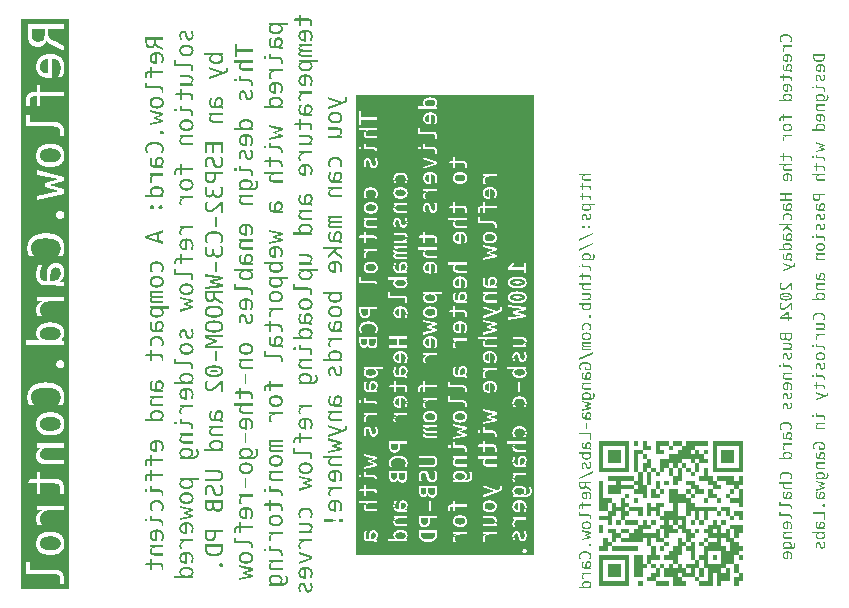
<source format=gbr>
%TF.GenerationSoftware,KiCad,Pcbnew,7.0.7*%
%TF.CreationDate,2024-06-24T12:25:00-07:00*%
%TF.ProjectId,Business Card PCB Hot Plate,42757369-6e65-4737-9320-436172642050,rev?*%
%TF.SameCoordinates,Original*%
%TF.FileFunction,Legend,Bot*%
%TF.FilePolarity,Positive*%
%FSLAX46Y46*%
G04 Gerber Fmt 4.6, Leading zero omitted, Abs format (unit mm)*
G04 Created by KiCad (PCBNEW 7.0.7) date 2024-06-24 12:25:00*
%MOMM*%
%LPD*%
G01*
G04 APERTURE LIST*
%ADD10C,0.150000*%
G04 APERTURE END LIST*
D10*
G36*
X46791144Y-78339985D02*
G01*
X46841866Y-78341762D01*
X46891047Y-78344725D01*
X46938689Y-78348872D01*
X46984791Y-78354204D01*
X47029353Y-78360722D01*
X47072375Y-78368424D01*
X47113857Y-78377311D01*
X47153799Y-78387383D01*
X47192202Y-78398640D01*
X47229064Y-78411083D01*
X47264387Y-78424710D01*
X47298170Y-78439522D01*
X47330412Y-78455519D01*
X47361115Y-78472700D01*
X47390279Y-78491067D01*
X47417785Y-78510533D01*
X47443516Y-78531012D01*
X47467473Y-78552505D01*
X47489655Y-78575011D01*
X47510063Y-78598529D01*
X47528696Y-78623061D01*
X47545554Y-78648607D01*
X47560638Y-78675165D01*
X47573947Y-78702737D01*
X47585482Y-78731322D01*
X47595242Y-78760920D01*
X47603228Y-78791532D01*
X47609439Y-78823156D01*
X47613875Y-78855794D01*
X47616537Y-78889446D01*
X47617424Y-78924110D01*
X47616537Y-78958683D01*
X47613875Y-78992242D01*
X47609439Y-79024788D01*
X47603228Y-79056322D01*
X47595242Y-79086841D01*
X47585482Y-79116348D01*
X47573947Y-79144841D01*
X47560638Y-79172322D01*
X47545554Y-79198789D01*
X47528696Y-79224242D01*
X47510063Y-79248683D01*
X47489655Y-79272110D01*
X47467473Y-79294524D01*
X47443516Y-79315925D01*
X47417785Y-79336313D01*
X47390279Y-79355687D01*
X47361115Y-79373965D01*
X47330412Y-79391064D01*
X47298170Y-79406984D01*
X47264387Y-79421724D01*
X47229064Y-79435285D01*
X47192202Y-79447667D01*
X47153799Y-79458870D01*
X47113857Y-79468894D01*
X47072375Y-79477738D01*
X47029353Y-79485403D01*
X46984791Y-79491889D01*
X46938689Y-79497195D01*
X46891047Y-79501323D01*
X46841866Y-79504271D01*
X46791144Y-79506039D01*
X46738883Y-79506629D01*
X46686894Y-79506039D01*
X46636438Y-79504271D01*
X46587517Y-79501323D01*
X46540130Y-79497195D01*
X46494278Y-79491889D01*
X46449959Y-79485403D01*
X46407174Y-79477738D01*
X46365924Y-79468894D01*
X46326208Y-79458870D01*
X46288026Y-79447667D01*
X46251378Y-79435285D01*
X46216264Y-79421724D01*
X46182685Y-79406984D01*
X46150639Y-79391064D01*
X46120128Y-79373965D01*
X46091151Y-79355687D01*
X46063734Y-79336313D01*
X46038085Y-79315925D01*
X46014206Y-79294524D01*
X45992095Y-79272110D01*
X45971753Y-79248683D01*
X45953180Y-79224242D01*
X45936376Y-79198789D01*
X45921341Y-79172322D01*
X45908075Y-79144841D01*
X45896577Y-79116348D01*
X45886848Y-79086841D01*
X45878889Y-79056322D01*
X45872698Y-79024788D01*
X45868276Y-78992242D01*
X45865622Y-78958683D01*
X45864738Y-78924110D01*
X45865622Y-78889271D01*
X45868276Y-78855462D01*
X45872698Y-78822684D01*
X45878889Y-78790936D01*
X45886848Y-78760219D01*
X45896577Y-78730532D01*
X45908075Y-78701876D01*
X45921341Y-78674249D01*
X45936376Y-78647654D01*
X45953180Y-78622088D01*
X45971753Y-78597553D01*
X45992095Y-78574049D01*
X46014206Y-78551575D01*
X46038085Y-78530131D01*
X46063734Y-78509718D01*
X46091151Y-78490335D01*
X46120128Y-78472056D01*
X46150639Y-78454958D01*
X46182685Y-78439038D01*
X46216264Y-78424297D01*
X46251378Y-78410736D01*
X46288026Y-78398354D01*
X46326208Y-78387152D01*
X46365924Y-78377128D01*
X46407174Y-78368284D01*
X46449959Y-78360619D01*
X46494278Y-78354133D01*
X46540130Y-78348826D01*
X46587517Y-78344699D01*
X46636438Y-78341751D01*
X46686894Y-78339982D01*
X46738883Y-78339393D01*
X46791144Y-78339985D01*
G37*
G36*
X46791144Y-68234193D02*
G01*
X46841866Y-68235970D01*
X46891047Y-68238933D01*
X46938689Y-68243080D01*
X46984791Y-68248412D01*
X47029353Y-68254930D01*
X47072375Y-68262632D01*
X47113857Y-68271519D01*
X47153799Y-68281591D01*
X47192202Y-68292848D01*
X47229064Y-68305291D01*
X47264387Y-68318918D01*
X47298170Y-68333730D01*
X47330412Y-68349726D01*
X47361115Y-68366908D01*
X47390279Y-68385275D01*
X47417785Y-68404741D01*
X47443516Y-68425220D01*
X47467473Y-68446713D01*
X47489655Y-68469218D01*
X47510063Y-68492737D01*
X47528696Y-68517269D01*
X47545554Y-68542815D01*
X47560638Y-68569373D01*
X47573947Y-68596945D01*
X47585482Y-68625530D01*
X47595242Y-68655128D01*
X47603228Y-68685740D01*
X47609439Y-68717364D01*
X47613875Y-68750002D01*
X47616537Y-68783653D01*
X47617424Y-68818318D01*
X47616537Y-68852891D01*
X47613875Y-68886450D01*
X47609439Y-68918996D01*
X47603228Y-68950530D01*
X47595242Y-68981049D01*
X47585482Y-69010556D01*
X47573947Y-69039049D01*
X47560638Y-69066530D01*
X47545554Y-69092997D01*
X47528696Y-69118450D01*
X47510063Y-69142891D01*
X47489655Y-69166318D01*
X47467473Y-69188732D01*
X47443516Y-69210133D01*
X47417785Y-69230521D01*
X47390279Y-69249895D01*
X47361115Y-69268173D01*
X47330412Y-69285272D01*
X47298170Y-69301192D01*
X47264387Y-69315932D01*
X47229064Y-69329493D01*
X47192202Y-69341875D01*
X47153799Y-69353078D01*
X47113857Y-69363102D01*
X47072375Y-69371946D01*
X47029353Y-69379611D01*
X46984791Y-69386097D01*
X46938689Y-69391403D01*
X46891047Y-69395530D01*
X46841866Y-69398479D01*
X46791144Y-69400247D01*
X46738883Y-69400837D01*
X46686894Y-69400247D01*
X46636438Y-69398479D01*
X46587517Y-69395530D01*
X46540130Y-69391403D01*
X46494278Y-69386097D01*
X46449959Y-69379611D01*
X46407174Y-69371946D01*
X46365924Y-69363102D01*
X46326208Y-69353078D01*
X46288026Y-69341875D01*
X46251378Y-69329493D01*
X46216264Y-69315932D01*
X46182685Y-69301192D01*
X46150639Y-69285272D01*
X46120128Y-69268173D01*
X46091151Y-69249895D01*
X46063734Y-69230521D01*
X46038085Y-69210133D01*
X46014206Y-69188732D01*
X45992095Y-69166318D01*
X45971753Y-69142891D01*
X45953180Y-69118450D01*
X45936376Y-69092997D01*
X45921341Y-69066530D01*
X45908075Y-69039049D01*
X45896577Y-69010556D01*
X45886848Y-68981049D01*
X45878889Y-68950530D01*
X45872698Y-68918996D01*
X45868276Y-68886450D01*
X45865622Y-68852891D01*
X45864738Y-68818318D01*
X45865622Y-68783479D01*
X45868276Y-68749670D01*
X45872698Y-68716892D01*
X45878889Y-68685144D01*
X45886848Y-68654427D01*
X45896577Y-68624740D01*
X45908075Y-68596084D01*
X45921341Y-68568457D01*
X45936376Y-68541862D01*
X45953180Y-68516296D01*
X45971753Y-68491761D01*
X45992095Y-68468257D01*
X46014206Y-68445783D01*
X46038085Y-68424339D01*
X46063734Y-68403925D01*
X46091151Y-68384543D01*
X46120128Y-68366264D01*
X46150639Y-68349165D01*
X46182685Y-68333246D01*
X46216264Y-68318505D01*
X46251378Y-68304944D01*
X46288026Y-68292562D01*
X46326208Y-68281359D01*
X46365924Y-68271336D01*
X46407174Y-68262492D01*
X46449959Y-68254827D01*
X46494278Y-68248341D01*
X46540130Y-68243034D01*
X46587517Y-68238907D01*
X46636438Y-68235959D01*
X46686894Y-68234190D01*
X46738883Y-68233600D01*
X46791144Y-68234193D01*
G37*
G36*
X46773573Y-60623802D02*
G01*
X46808767Y-60624764D01*
X46844465Y-60626367D01*
X46880666Y-60628611D01*
X46917371Y-60631496D01*
X46954580Y-60635022D01*
X46992293Y-60639190D01*
X47030509Y-60643998D01*
X47068473Y-60649688D01*
X47105797Y-60656500D01*
X47142479Y-60664434D01*
X47178520Y-60673491D01*
X47213920Y-60683669D01*
X47248679Y-60694969D01*
X47282797Y-60707391D01*
X47316273Y-60720935D01*
X47348673Y-60735876D01*
X47379562Y-60752488D01*
X47408940Y-60770772D01*
X47436807Y-60790727D01*
X47463162Y-60812354D01*
X47488006Y-60835653D01*
X47511339Y-60860623D01*
X47533161Y-60887264D01*
X47552910Y-60915841D01*
X47570026Y-60946615D01*
X47584509Y-60979588D01*
X47596359Y-61014759D01*
X47605575Y-61052128D01*
X47610759Y-61081597D01*
X47614462Y-61112303D01*
X47616684Y-61144246D01*
X47617424Y-61177425D01*
X47616697Y-61210211D01*
X47614514Y-61241799D01*
X47610875Y-61272189D01*
X47605781Y-61301382D01*
X47596725Y-61338442D01*
X47585081Y-61373372D01*
X47570850Y-61406173D01*
X47554032Y-61436845D01*
X47534626Y-61465387D01*
X47512976Y-61492051D01*
X47489792Y-61517090D01*
X47465074Y-61540503D01*
X47438822Y-61562290D01*
X47411035Y-61582452D01*
X47381715Y-61600987D01*
X47350860Y-61617897D01*
X47318471Y-61633182D01*
X47284823Y-61647241D01*
X47250556Y-61660110D01*
X47215672Y-61671787D01*
X47180169Y-61682275D01*
X47144047Y-61691571D01*
X47107308Y-61699677D01*
X47069950Y-61706592D01*
X47031974Y-61712316D01*
X46993895Y-61717125D01*
X46956229Y-61721292D01*
X46918974Y-61724819D01*
X46882131Y-61727704D01*
X46845701Y-61729948D01*
X46809683Y-61731551D01*
X46774077Y-61732512D01*
X46738883Y-61732833D01*
X46704227Y-61732512D01*
X46669136Y-61731551D01*
X46633610Y-61729948D01*
X46597650Y-61727704D01*
X46561254Y-61724819D01*
X46524422Y-61721292D01*
X46487156Y-61717125D01*
X46449455Y-61712316D01*
X46411662Y-61706592D01*
X46374488Y-61699677D01*
X46337932Y-61691571D01*
X46301994Y-61682275D01*
X46266674Y-61671787D01*
X46231972Y-61660110D01*
X46197889Y-61647241D01*
X46164424Y-61633182D01*
X46131875Y-61617897D01*
X46100905Y-61600987D01*
X46071516Y-61582452D01*
X46043707Y-61562290D01*
X46017477Y-61540503D01*
X45992828Y-61517090D01*
X45969758Y-61492051D01*
X45948269Y-61465387D01*
X45928691Y-61436845D01*
X45911724Y-61406173D01*
X45897367Y-61373372D01*
X45885621Y-61338442D01*
X45876484Y-61301382D01*
X45871345Y-61272189D01*
X45867674Y-61241799D01*
X45865472Y-61210211D01*
X45864738Y-61177425D01*
X45865472Y-61144246D01*
X45867674Y-61112303D01*
X45871345Y-61081597D01*
X45876484Y-61052128D01*
X45885621Y-61014759D01*
X45897367Y-60979588D01*
X45911724Y-60946615D01*
X45928691Y-60915841D01*
X45948269Y-60887264D01*
X45969758Y-60860623D01*
X45992828Y-60835653D01*
X46017477Y-60812354D01*
X46043707Y-60790727D01*
X46071516Y-60770772D01*
X46100905Y-60752488D01*
X46131875Y-60735876D01*
X46164424Y-60720935D01*
X46197889Y-60707391D01*
X46231972Y-60694969D01*
X46266674Y-60683669D01*
X46301994Y-60673491D01*
X46337932Y-60664434D01*
X46374488Y-60656500D01*
X46411662Y-60649688D01*
X46449455Y-60643998D01*
X46487156Y-60639190D01*
X46524422Y-60635022D01*
X46561254Y-60631496D01*
X46597650Y-60628611D01*
X46633610Y-60626367D01*
X46669136Y-60624764D01*
X46704227Y-60623802D01*
X46738883Y-60623482D01*
X46773573Y-60623802D01*
G37*
G36*
X47240195Y-55578346D02*
G01*
X47276568Y-55581843D01*
X47311087Y-55587671D01*
X47343750Y-55595831D01*
X47374559Y-55606321D01*
X47403514Y-55619143D01*
X47430613Y-55634297D01*
X47455858Y-55651781D01*
X47479248Y-55671597D01*
X47500783Y-55693744D01*
X47514110Y-55709804D01*
X47532573Y-55735517D01*
X47549221Y-55762647D01*
X47564052Y-55791193D01*
X47577067Y-55821156D01*
X47588266Y-55852536D01*
X47597649Y-55885333D01*
X47605216Y-55919546D01*
X47610967Y-55955177D01*
X47614902Y-55992224D01*
X47617021Y-56030688D01*
X47617424Y-56057118D01*
X47616458Y-56100178D01*
X47613560Y-56141705D01*
X47608730Y-56181699D01*
X47601968Y-56220161D01*
X47593274Y-56257090D01*
X47582648Y-56292487D01*
X47570091Y-56326350D01*
X47555601Y-56358681D01*
X47539179Y-56389479D01*
X47520825Y-56418745D01*
X47507515Y-56437404D01*
X47486177Y-56464185D01*
X47463655Y-56489576D01*
X47439947Y-56513576D01*
X47415054Y-56536185D01*
X47388976Y-56557402D01*
X47361714Y-56577229D01*
X47333266Y-56595664D01*
X47303633Y-56612709D01*
X47272816Y-56628362D01*
X47240813Y-56642625D01*
X47218820Y-56651360D01*
X47185203Y-56663538D01*
X47151123Y-56674519D01*
X47116579Y-56684301D01*
X47081571Y-56692886D01*
X47046099Y-56700272D01*
X47010164Y-56706461D01*
X46973765Y-56711452D01*
X46936903Y-56715245D01*
X46899577Y-56717840D01*
X46861787Y-56719238D01*
X46836336Y-56719504D01*
X46755736Y-56719504D01*
X46755736Y-56241032D01*
X46756038Y-56211140D01*
X46756946Y-56181364D01*
X46758460Y-56151703D01*
X46760579Y-56122159D01*
X46763303Y-56092730D01*
X46766632Y-56063417D01*
X46770567Y-56034221D01*
X46775107Y-56005140D01*
X46780253Y-55976175D01*
X46786004Y-55947326D01*
X46790174Y-55928157D01*
X46799757Y-55890880D01*
X46811286Y-55855251D01*
X46824761Y-55821271D01*
X46840183Y-55788939D01*
X46857551Y-55758256D01*
X46876865Y-55729222D01*
X46898125Y-55701836D01*
X46921332Y-55676099D01*
X46946715Y-55652915D01*
X46974867Y-55632822D01*
X47005791Y-55615820D01*
X47039485Y-55601910D01*
X47075950Y-55591091D01*
X47105116Y-55585005D01*
X47135842Y-55580658D01*
X47168125Y-55578050D01*
X47201967Y-55577180D01*
X47240195Y-55578346D01*
G37*
G36*
X46791144Y-45496161D02*
G01*
X46841866Y-45497938D01*
X46891047Y-45500901D01*
X46938689Y-45505048D01*
X46984791Y-45510380D01*
X47029353Y-45516898D01*
X47072375Y-45524600D01*
X47113857Y-45533487D01*
X47153799Y-45543559D01*
X47192202Y-45554816D01*
X47229064Y-45567258D01*
X47264387Y-45580885D01*
X47298170Y-45595697D01*
X47330412Y-45611694D01*
X47361115Y-45628876D01*
X47390279Y-45647243D01*
X47417785Y-45666709D01*
X47443516Y-45687188D01*
X47467473Y-45708681D01*
X47489655Y-45731186D01*
X47510063Y-45754705D01*
X47528696Y-45779237D01*
X47545554Y-45804783D01*
X47560638Y-45831341D01*
X47573947Y-45858913D01*
X47585482Y-45887498D01*
X47595242Y-45917096D01*
X47603228Y-45947708D01*
X47609439Y-45979332D01*
X47613875Y-46011970D01*
X47616537Y-46045621D01*
X47617424Y-46080286D01*
X47616537Y-46114859D01*
X47613875Y-46148418D01*
X47609439Y-46180964D01*
X47603228Y-46212497D01*
X47595242Y-46243017D01*
X47585482Y-46272524D01*
X47573947Y-46301017D01*
X47560638Y-46328498D01*
X47545554Y-46354964D01*
X47528696Y-46380418D01*
X47510063Y-46404859D01*
X47489655Y-46428286D01*
X47467473Y-46450700D01*
X47443516Y-46472101D01*
X47417785Y-46492488D01*
X47390279Y-46511863D01*
X47361115Y-46530141D01*
X47330412Y-46547240D01*
X47298170Y-46563160D01*
X47264387Y-46577900D01*
X47229064Y-46591461D01*
X47192202Y-46603843D01*
X47153799Y-46615046D01*
X47113857Y-46625069D01*
X47072375Y-46633914D01*
X47029353Y-46641579D01*
X46984791Y-46648064D01*
X46938689Y-46653371D01*
X46891047Y-46657498D01*
X46841866Y-46660446D01*
X46791144Y-46662215D01*
X46738883Y-46662805D01*
X46686894Y-46662215D01*
X46636438Y-46660446D01*
X46587517Y-46657498D01*
X46540130Y-46653371D01*
X46494278Y-46648064D01*
X46449959Y-46641579D01*
X46407174Y-46633914D01*
X46365924Y-46625069D01*
X46326208Y-46615046D01*
X46288026Y-46603843D01*
X46251378Y-46591461D01*
X46216264Y-46577900D01*
X46182685Y-46563160D01*
X46150639Y-46547240D01*
X46120128Y-46530141D01*
X46091151Y-46511863D01*
X46063734Y-46492488D01*
X46038085Y-46472101D01*
X46014206Y-46450700D01*
X45992095Y-46428286D01*
X45971753Y-46404859D01*
X45953180Y-46380418D01*
X45936376Y-46354964D01*
X45921341Y-46328498D01*
X45908075Y-46301017D01*
X45896577Y-46272524D01*
X45886848Y-46243017D01*
X45878889Y-46212497D01*
X45872698Y-46180964D01*
X45868276Y-46148418D01*
X45865622Y-46114859D01*
X45864738Y-46080286D01*
X45865622Y-46045447D01*
X45868276Y-46011638D01*
X45872698Y-45978860D01*
X45878889Y-45947112D01*
X45886848Y-45916395D01*
X45896577Y-45886708D01*
X45908075Y-45858051D01*
X45921341Y-45830425D01*
X45936376Y-45803830D01*
X45953180Y-45778264D01*
X45971753Y-45753729D01*
X45992095Y-45730225D01*
X46014206Y-45707751D01*
X46038085Y-45686307D01*
X46063734Y-45665893D01*
X46091151Y-45646510D01*
X46120128Y-45628232D01*
X46150639Y-45611133D01*
X46182685Y-45595214D01*
X46216264Y-45580473D01*
X46251378Y-45566912D01*
X46288026Y-45554530D01*
X46326208Y-45543327D01*
X46365924Y-45533304D01*
X46407174Y-45524460D01*
X46449959Y-45516795D01*
X46494278Y-45510309D01*
X46540130Y-45505002D01*
X46587517Y-45500875D01*
X46636438Y-45497927D01*
X46686894Y-45496158D01*
X46738883Y-45495568D01*
X46791144Y-45496161D01*
G37*
G36*
X46530055Y-39140614D02*
G01*
X46495337Y-39140105D01*
X46461250Y-39138579D01*
X46427795Y-39136035D01*
X46394970Y-39132474D01*
X46362776Y-39127895D01*
X46331214Y-39122298D01*
X46300283Y-39115684D01*
X46269982Y-39108053D01*
X46240313Y-39099404D01*
X46211275Y-39089738D01*
X46192267Y-39082728D01*
X46164520Y-39071407D01*
X46137880Y-39058874D01*
X46104082Y-39040281D01*
X46072255Y-39019536D01*
X46042396Y-38996638D01*
X46014506Y-38971588D01*
X45988586Y-38944386D01*
X45964635Y-38915031D01*
X45953398Y-38899546D01*
X45932618Y-38866768D01*
X45918852Y-38840516D01*
X45906644Y-38812835D01*
X45895994Y-38783724D01*
X45886903Y-38753184D01*
X45879370Y-38721213D01*
X45873396Y-38687813D01*
X45868980Y-38652984D01*
X45866123Y-38616724D01*
X45864824Y-38579035D01*
X45864738Y-38566155D01*
X45865523Y-38527598D01*
X45867881Y-38490240D01*
X45871809Y-38454079D01*
X45877309Y-38419117D01*
X45884380Y-38385352D01*
X45893022Y-38352785D01*
X45903236Y-38321415D01*
X45915021Y-38291244D01*
X45928378Y-38262270D01*
X45943306Y-38234495D01*
X45954131Y-38216643D01*
X45971433Y-38190937D01*
X45989817Y-38166299D01*
X46009283Y-38142731D01*
X46029831Y-38120232D01*
X46051461Y-38098802D01*
X46074172Y-38078441D01*
X46097966Y-38059149D01*
X46122841Y-38040926D01*
X46148799Y-38023772D01*
X46175838Y-38007687D01*
X46194466Y-37997557D01*
X46223064Y-37983235D01*
X46252254Y-37969942D01*
X46282037Y-37957681D01*
X46312412Y-37946449D01*
X46343380Y-37936248D01*
X46374940Y-37927078D01*
X46407093Y-37918938D01*
X46439838Y-37911828D01*
X46473176Y-37905749D01*
X46507106Y-37900700D01*
X46530055Y-37897906D01*
X46530055Y-39140614D01*
G37*
G36*
X46257480Y-35871912D02*
G01*
X46256957Y-35908502D01*
X46255385Y-35943902D01*
X46252766Y-35978112D01*
X46249100Y-36011130D01*
X46244386Y-36042958D01*
X46238624Y-36073595D01*
X46231815Y-36103042D01*
X46223958Y-36131298D01*
X46210209Y-36171449D01*
X46194102Y-36208921D01*
X46175639Y-36243714D01*
X46154818Y-36275828D01*
X46131641Y-36305263D01*
X46123391Y-36314480D01*
X46096895Y-36340538D01*
X46067964Y-36364033D01*
X46036599Y-36384966D01*
X46002800Y-36403335D01*
X45966566Y-36419140D01*
X45927898Y-36432383D01*
X45886796Y-36443063D01*
X45858042Y-36448759D01*
X45828207Y-36453315D01*
X45797289Y-36456733D01*
X45765289Y-36459011D01*
X45732208Y-36460150D01*
X45715261Y-36460293D01*
X45681962Y-36459692D01*
X45649659Y-36457888D01*
X45618352Y-36454883D01*
X45588041Y-36450676D01*
X45558726Y-36445266D01*
X45516622Y-36434898D01*
X45476758Y-36421824D01*
X45439136Y-36406046D01*
X45403754Y-36387564D01*
X45370614Y-36366376D01*
X45339715Y-36342484D01*
X45311057Y-36315887D01*
X45302002Y-36306420D01*
X45282092Y-36282574D01*
X45263577Y-36256832D01*
X45246457Y-36229193D01*
X45230733Y-36199659D01*
X45216404Y-36168228D01*
X45203470Y-36134901D01*
X45198688Y-36121039D01*
X45189929Y-36092371D01*
X45182339Y-36062421D01*
X45175916Y-36031189D01*
X45170661Y-35998674D01*
X45166573Y-35964877D01*
X45163654Y-35929797D01*
X45161902Y-35893436D01*
X45161318Y-35855792D01*
X45161318Y-35418353D01*
X46257480Y-35418353D01*
X46257480Y-35871912D01*
G37*
G36*
X48365465Y-82775256D02*
G01*
X44272594Y-82775256D01*
X44272594Y-80554431D01*
X44701165Y-80554431D01*
X44701165Y-81536287D01*
X47061284Y-81536287D01*
X47091872Y-81536656D01*
X47121539Y-81537764D01*
X47164311Y-81540810D01*
X47205010Y-81545518D01*
X47243635Y-81551887D01*
X47280186Y-81559918D01*
X47314664Y-81569610D01*
X47347068Y-81580964D01*
X47377398Y-81593979D01*
X47405654Y-81608656D01*
X47431837Y-81624994D01*
X47440104Y-81630809D01*
X47463413Y-81649285D01*
X47490924Y-81676265D01*
X47514360Y-81705923D01*
X47533720Y-81738260D01*
X47549005Y-81773277D01*
X47557793Y-81801297D01*
X47564289Y-81830825D01*
X47568492Y-81861859D01*
X47570402Y-81894400D01*
X47570530Y-81905582D01*
X47570530Y-82346685D01*
X47890000Y-82346685D01*
X47890000Y-81868946D01*
X47889161Y-81827226D01*
X47886645Y-81786697D01*
X47882452Y-81747359D01*
X47876581Y-81709211D01*
X47869034Y-81672254D01*
X47859809Y-81636488D01*
X47848907Y-81601912D01*
X47836327Y-81568527D01*
X47822070Y-81536333D01*
X47806136Y-81505329D01*
X47788525Y-81475516D01*
X47769237Y-81446894D01*
X47748271Y-81419463D01*
X47725628Y-81393222D01*
X47701308Y-81368172D01*
X47675310Y-81344312D01*
X47647698Y-81321864D01*
X47618718Y-81300864D01*
X47588370Y-81281312D01*
X47556654Y-81263208D01*
X47523569Y-81246553D01*
X47489117Y-81231346D01*
X47453296Y-81217587D01*
X47416107Y-81205277D01*
X47377550Y-81194415D01*
X47337625Y-81185001D01*
X47296332Y-81177035D01*
X47253671Y-81170518D01*
X47209641Y-81165449D01*
X47164243Y-81161829D01*
X47117478Y-81159656D01*
X47069344Y-81158932D01*
X45020635Y-81158932D01*
X45020635Y-80554431D01*
X44701165Y-80554431D01*
X44272594Y-80554431D01*
X44272594Y-78924110D01*
X45545268Y-78924110D01*
X45545569Y-78953614D01*
X45547979Y-79011322D01*
X45552799Y-79067296D01*
X45560029Y-79121535D01*
X45569669Y-79174040D01*
X45581719Y-79224810D01*
X45596179Y-79273845D01*
X45613049Y-79321146D01*
X45632329Y-79366713D01*
X45654019Y-79410545D01*
X45678119Y-79452643D01*
X45704629Y-79493006D01*
X45733549Y-79531634D01*
X45764879Y-79568528D01*
X45798618Y-79603688D01*
X45834768Y-79637113D01*
X45853747Y-79653175D01*
X45893294Y-79683875D01*
X45935000Y-79712594D01*
X45978863Y-79739333D01*
X46024885Y-79764092D01*
X46073065Y-79786869D01*
X46123402Y-79807666D01*
X46175898Y-79826482D01*
X46230553Y-79843318D01*
X46287365Y-79858173D01*
X46316580Y-79864857D01*
X46346335Y-79871047D01*
X46376630Y-79876741D01*
X46407464Y-79881941D01*
X46438837Y-79886645D01*
X46470750Y-79890854D01*
X46503203Y-79894567D01*
X46536195Y-79897786D01*
X46569726Y-79900509D01*
X46603798Y-79902738D01*
X46638408Y-79904471D01*
X46673558Y-79905709D01*
X46709248Y-79906451D01*
X46745478Y-79906699D01*
X46781435Y-79906452D01*
X46816858Y-79905711D01*
X46851748Y-79904477D01*
X46886104Y-79902749D01*
X46919926Y-79900527D01*
X46953215Y-79897812D01*
X46985969Y-79894602D01*
X47018190Y-79890899D01*
X47049877Y-79886703D01*
X47081030Y-79882012D01*
X47111649Y-79876828D01*
X47141735Y-79871150D01*
X47171287Y-79864978D01*
X47200304Y-79858313D01*
X47228789Y-79851154D01*
X47284155Y-79835354D01*
X47337387Y-79817580D01*
X47388483Y-79797831D01*
X47437444Y-79776106D01*
X47484270Y-79752407D01*
X47528961Y-79726733D01*
X47571517Y-79699084D01*
X47611937Y-79669460D01*
X47631346Y-79653908D01*
X47668346Y-79621527D01*
X47702959Y-79587401D01*
X47735185Y-79551529D01*
X47765023Y-79513911D01*
X47792475Y-79474546D01*
X47817540Y-79433436D01*
X47840217Y-79390580D01*
X47860507Y-79345978D01*
X47878410Y-79299630D01*
X47893926Y-79251536D01*
X47907055Y-79201697D01*
X47917797Y-79150111D01*
X47926152Y-79096779D01*
X47932120Y-79041701D01*
X47935701Y-78984878D01*
X47936894Y-78926308D01*
X47936594Y-78896533D01*
X47935692Y-78867200D01*
X47932086Y-78809861D01*
X47926075Y-78754291D01*
X47917660Y-78700490D01*
X47906841Y-78648458D01*
X47893617Y-78598195D01*
X47877990Y-78549700D01*
X47859958Y-78502974D01*
X47839521Y-78458017D01*
X47816681Y-78414829D01*
X47791436Y-78373410D01*
X47763787Y-78333760D01*
X47733734Y-78295878D01*
X47701276Y-78259766D01*
X47666414Y-78225422D01*
X47629148Y-78192847D01*
X47589538Y-78162147D01*
X47547827Y-78133427D01*
X47504015Y-78106688D01*
X47458102Y-78081930D01*
X47410088Y-78059152D01*
X47359973Y-78038356D01*
X47307758Y-78019539D01*
X47253442Y-78002704D01*
X47197024Y-77987849D01*
X47168028Y-77981164D01*
X47138506Y-77974975D01*
X47108459Y-77969280D01*
X47077887Y-77964081D01*
X47046790Y-77959377D01*
X47015167Y-77955168D01*
X46983020Y-77951454D01*
X46950347Y-77948236D01*
X46917149Y-77945512D01*
X46883425Y-77943284D01*
X46849176Y-77941551D01*
X46814403Y-77940313D01*
X46779104Y-77939570D01*
X46743279Y-77939323D01*
X46707319Y-77939571D01*
X46671887Y-77940316D01*
X46636983Y-77941557D01*
X46602607Y-77943295D01*
X46568759Y-77945530D01*
X46535439Y-77948261D01*
X46502647Y-77951489D01*
X46470384Y-77955214D01*
X46438648Y-77959435D01*
X46407441Y-77964152D01*
X46376761Y-77969367D01*
X46346610Y-77975078D01*
X46316987Y-77981285D01*
X46287891Y-77987989D01*
X46259324Y-77995190D01*
X46203774Y-78011081D01*
X46150337Y-78028958D01*
X46099011Y-78048822D01*
X46049798Y-78070672D01*
X46002698Y-78094509D01*
X45957709Y-78120332D01*
X45914833Y-78148141D01*
X45874069Y-78177937D01*
X45854480Y-78193580D01*
X45817036Y-78226315D01*
X45782008Y-78260773D01*
X45749396Y-78296954D01*
X45719200Y-78334859D01*
X45691419Y-78374486D01*
X45666054Y-78415837D01*
X45643105Y-78458910D01*
X45622571Y-78503707D01*
X45604453Y-78550227D01*
X45588751Y-78598469D01*
X45575465Y-78648435D01*
X45564594Y-78700124D01*
X45556139Y-78753536D01*
X45550100Y-78808671D01*
X45546476Y-78865529D01*
X45545268Y-78924110D01*
X44272594Y-78924110D01*
X44272594Y-76885659D01*
X45545268Y-76885659D01*
X45545781Y-76920727D01*
X45547318Y-76955222D01*
X45549879Y-76989146D01*
X45553466Y-77022496D01*
X45558077Y-77055274D01*
X45563712Y-77087480D01*
X45570373Y-77119113D01*
X45578058Y-77150174D01*
X45586768Y-77180662D01*
X45596502Y-77210578D01*
X45607261Y-77239922D01*
X45619045Y-77268693D01*
X45631853Y-77296892D01*
X45645686Y-77324518D01*
X45660544Y-77351571D01*
X45676427Y-77378053D01*
X46072100Y-77378053D01*
X46046990Y-77349983D01*
X46023499Y-77321278D01*
X46001629Y-77291937D01*
X45981379Y-77261961D01*
X45962749Y-77231350D01*
X45945739Y-77200103D01*
X45930349Y-77168220D01*
X45916578Y-77135703D01*
X45904428Y-77102550D01*
X45893898Y-77068761D01*
X45884988Y-77034337D01*
X45877698Y-76999278D01*
X45872028Y-76963583D01*
X45867978Y-76927253D01*
X45865548Y-76890287D01*
X45864738Y-76852686D01*
X45865617Y-76809721D01*
X45868253Y-76768022D01*
X45872646Y-76727587D01*
X45878797Y-76688418D01*
X45886705Y-76650513D01*
X45896371Y-76613874D01*
X45907794Y-76578500D01*
X45920975Y-76544391D01*
X45935913Y-76511547D01*
X45952608Y-76479968D01*
X45971061Y-76449654D01*
X45991271Y-76420605D01*
X46013238Y-76392822D01*
X46036963Y-76366303D01*
X46062446Y-76341050D01*
X46089685Y-76317062D01*
X46118568Y-76294525D01*
X46148979Y-76273441D01*
X46180919Y-76253812D01*
X46214387Y-76235637D01*
X46249383Y-76218916D01*
X46285908Y-76203649D01*
X46323961Y-76189836D01*
X46363543Y-76177477D01*
X46404653Y-76166572D01*
X46447291Y-76157121D01*
X46491458Y-76149124D01*
X46537154Y-76142581D01*
X46584377Y-76137492D01*
X46633130Y-76133857D01*
X46683410Y-76131676D01*
X46735219Y-76130949D01*
X47890000Y-76130949D01*
X47890000Y-75751395D01*
X45592163Y-75751395D01*
X45592163Y-76094312D01*
X46047187Y-76130949D01*
X46017311Y-76143417D01*
X45988317Y-76156640D01*
X45960204Y-76170619D01*
X45932973Y-76185354D01*
X45906624Y-76200844D01*
X45881156Y-76217090D01*
X45856569Y-76234092D01*
X45832864Y-76251849D01*
X45810041Y-76270362D01*
X45777459Y-76299548D01*
X45746860Y-76330434D01*
X45718245Y-76363020D01*
X45691614Y-76397307D01*
X45674961Y-76421109D01*
X45651784Y-76458186D01*
X45630886Y-76496603D01*
X45612268Y-76536359D01*
X45601122Y-76563608D01*
X45590990Y-76591451D01*
X45581871Y-76619890D01*
X45573765Y-76648925D01*
X45566673Y-76678555D01*
X45560593Y-76708780D01*
X45555527Y-76739600D01*
X45551474Y-76771016D01*
X45548434Y-76803027D01*
X45546408Y-76835633D01*
X45545395Y-76868835D01*
X45545268Y-76885659D01*
X44272594Y-76885659D01*
X44272594Y-73864619D01*
X44829392Y-73864619D01*
X45592163Y-73864619D01*
X45592163Y-74721912D01*
X45911632Y-74721912D01*
X45911632Y-73864619D01*
X47128695Y-73864619D01*
X47158716Y-73864997D01*
X47201613Y-73866981D01*
X47241947Y-73870664D01*
X47279717Y-73876048D01*
X47314925Y-73883132D01*
X47347569Y-73891916D01*
X47377651Y-73902401D01*
X47405169Y-73914585D01*
X47437872Y-73933476D01*
X47466019Y-73955389D01*
X47472344Y-73961339D01*
X47495356Y-73987752D01*
X47515300Y-74018630D01*
X47532176Y-74053972D01*
X47542819Y-74083410D01*
X47551737Y-74115358D01*
X47558928Y-74149819D01*
X47564393Y-74186791D01*
X47568133Y-74226275D01*
X47570146Y-74268270D01*
X47570530Y-74297662D01*
X47570530Y-74721912D01*
X47890000Y-74721912D01*
X47890000Y-74261025D01*
X47889341Y-74209142D01*
X47887366Y-74159188D01*
X47884075Y-74111162D01*
X47879467Y-74065066D01*
X47873542Y-74020899D01*
X47866300Y-73978662D01*
X47857742Y-73938353D01*
X47847868Y-73899973D01*
X47836676Y-73863523D01*
X47824168Y-73829002D01*
X47810344Y-73796410D01*
X47795203Y-73765747D01*
X47778745Y-73737013D01*
X47760971Y-73710208D01*
X47741880Y-73685333D01*
X47721472Y-73662386D01*
X47699473Y-73641180D01*
X47675608Y-73621342D01*
X47649876Y-73602872D01*
X47622279Y-73585770D01*
X47592815Y-73570037D01*
X47561485Y-73555671D01*
X47528289Y-73542674D01*
X47493227Y-73531045D01*
X47456299Y-73520784D01*
X47417504Y-73511891D01*
X47376843Y-73504366D01*
X47334316Y-73498209D01*
X47289923Y-73493421D01*
X47243664Y-73490000D01*
X47195539Y-73487948D01*
X47145547Y-73487264D01*
X45911632Y-73487264D01*
X45911632Y-72874703D01*
X45592163Y-72874703D01*
X45592163Y-73487264D01*
X44993524Y-73487264D01*
X44829392Y-73864619D01*
X44272594Y-73864619D01*
X44272594Y-71531612D01*
X45545268Y-71531612D01*
X45546173Y-71574888D01*
X45548886Y-71616791D01*
X45553408Y-71657320D01*
X45559740Y-71696476D01*
X45567880Y-71734257D01*
X45577829Y-71770664D01*
X45589587Y-71805698D01*
X45603154Y-71839358D01*
X45618530Y-71871643D01*
X45635714Y-71902555D01*
X45654708Y-71932094D01*
X45675511Y-71960258D01*
X45698122Y-71987048D01*
X45722543Y-72012465D01*
X45748772Y-72036507D01*
X45776810Y-72059176D01*
X45806658Y-72080471D01*
X45838314Y-72100392D01*
X45871779Y-72118939D01*
X45907053Y-72136113D01*
X45944136Y-72151912D01*
X45983028Y-72166338D01*
X46023728Y-72179389D01*
X46066238Y-72191067D01*
X46110557Y-72201371D01*
X46156684Y-72210301D01*
X46204621Y-72217858D01*
X46254366Y-72224040D01*
X46305921Y-72228849D01*
X46359284Y-72232283D01*
X46414456Y-72234344D01*
X46471437Y-72235031D01*
X47890000Y-72235031D01*
X47890000Y-71855478D01*
X46466308Y-71855478D01*
X46428206Y-71855057D01*
X46391386Y-71853795D01*
X46355849Y-71851691D01*
X46321594Y-71848746D01*
X46288621Y-71844959D01*
X46256931Y-71840331D01*
X46226523Y-71834861D01*
X46197397Y-71828550D01*
X46156112Y-71817505D01*
X46117712Y-71804567D01*
X46082198Y-71789736D01*
X46049569Y-71773011D01*
X46019824Y-71754393D01*
X46010551Y-71747767D01*
X45984492Y-71726534D01*
X45960997Y-71703228D01*
X45940065Y-71677847D01*
X45921696Y-71650394D01*
X45905890Y-71620866D01*
X45892647Y-71589265D01*
X45881968Y-71555591D01*
X45873851Y-71519842D01*
X45868298Y-71482020D01*
X45865307Y-71442124D01*
X45864738Y-71414375D01*
X45865479Y-71381248D01*
X45867703Y-71349094D01*
X45871410Y-71317912D01*
X45876599Y-71287705D01*
X45883271Y-71258470D01*
X45891425Y-71230208D01*
X45906437Y-71189641D01*
X45924784Y-71151263D01*
X45946468Y-71115074D01*
X45971487Y-71081075D01*
X45999843Y-71049266D01*
X46031534Y-71019646D01*
X46054515Y-71001116D01*
X46078849Y-70983637D01*
X46104409Y-70967285D01*
X46131193Y-70952061D01*
X46159203Y-70937964D01*
X46188438Y-70924995D01*
X46218898Y-70913154D01*
X46250582Y-70902441D01*
X46283492Y-70892856D01*
X46317627Y-70884398D01*
X46352987Y-70877068D01*
X46389572Y-70870865D01*
X46427382Y-70865790D01*
X46466417Y-70861843D01*
X46506677Y-70859024D01*
X46548162Y-70857332D01*
X46590872Y-70856769D01*
X47890000Y-70856769D01*
X47890000Y-70479413D01*
X45592163Y-70479413D01*
X45592163Y-70819399D01*
X45943872Y-70856769D01*
X45895604Y-70883619D01*
X45850450Y-70912513D01*
X45808409Y-70943451D01*
X45769483Y-70976432D01*
X45733671Y-71011457D01*
X45700973Y-71048526D01*
X45671389Y-71087638D01*
X45644919Y-71128794D01*
X45621564Y-71171994D01*
X45601322Y-71217237D01*
X45584194Y-71264523D01*
X45570181Y-71313854D01*
X45559282Y-71365228D01*
X45551496Y-71418645D01*
X45546825Y-71474107D01*
X45545268Y-71531612D01*
X44272594Y-71531612D01*
X44272594Y-68818318D01*
X45545268Y-68818318D01*
X45545569Y-68847822D01*
X45547979Y-68905530D01*
X45552799Y-68961504D01*
X45560029Y-69015743D01*
X45569669Y-69068248D01*
X45581719Y-69119018D01*
X45596179Y-69168053D01*
X45613049Y-69215354D01*
X45632329Y-69260921D01*
X45654019Y-69304753D01*
X45678119Y-69346851D01*
X45704629Y-69387214D01*
X45733549Y-69425842D01*
X45764879Y-69462736D01*
X45798618Y-69497896D01*
X45834768Y-69531321D01*
X45853747Y-69547383D01*
X45893294Y-69578083D01*
X45935000Y-69606802D01*
X45978863Y-69633541D01*
X46024885Y-69658300D01*
X46073065Y-69681077D01*
X46123402Y-69701874D01*
X46175898Y-69720690D01*
X46230553Y-69737526D01*
X46287365Y-69752381D01*
X46316580Y-69759065D01*
X46346335Y-69765255D01*
X46376630Y-69770949D01*
X46407464Y-69776149D01*
X46438837Y-69780853D01*
X46470750Y-69785062D01*
X46503203Y-69788775D01*
X46536195Y-69791994D01*
X46569726Y-69794717D01*
X46603798Y-69796945D01*
X46638408Y-69798679D01*
X46673558Y-69799916D01*
X46709248Y-69800659D01*
X46745478Y-69800907D01*
X46781435Y-69800660D01*
X46816858Y-69799919D01*
X46851748Y-69798685D01*
X46886104Y-69796957D01*
X46919926Y-69794735D01*
X46953215Y-69792020D01*
X46985969Y-69788810D01*
X47018190Y-69785107D01*
X47049877Y-69780911D01*
X47081030Y-69776220D01*
X47111649Y-69771036D01*
X47141735Y-69765358D01*
X47171287Y-69759186D01*
X47200304Y-69752521D01*
X47228789Y-69745362D01*
X47284155Y-69729562D01*
X47337387Y-69711788D01*
X47388483Y-69692039D01*
X47437444Y-69670314D01*
X47484270Y-69646615D01*
X47528961Y-69620941D01*
X47571517Y-69593292D01*
X47611937Y-69563668D01*
X47631346Y-69548115D01*
X47668346Y-69515735D01*
X47702959Y-69481609D01*
X47735185Y-69445737D01*
X47765023Y-69408119D01*
X47792475Y-69368754D01*
X47817540Y-69327644D01*
X47840217Y-69284788D01*
X47860507Y-69240186D01*
X47878410Y-69193838D01*
X47893926Y-69145744D01*
X47907055Y-69095905D01*
X47917797Y-69044319D01*
X47926152Y-68990987D01*
X47932120Y-68935909D01*
X47935701Y-68879086D01*
X47936894Y-68820516D01*
X47936594Y-68790741D01*
X47935692Y-68761408D01*
X47932086Y-68704069D01*
X47926075Y-68648499D01*
X47917660Y-68594698D01*
X47906841Y-68542666D01*
X47893617Y-68492402D01*
X47877990Y-68443908D01*
X47859958Y-68397182D01*
X47839521Y-68352225D01*
X47816681Y-68309037D01*
X47791436Y-68267618D01*
X47763787Y-68227968D01*
X47733734Y-68190086D01*
X47701276Y-68153973D01*
X47666414Y-68119630D01*
X47629148Y-68087055D01*
X47589538Y-68056355D01*
X47547827Y-68027635D01*
X47504015Y-68000896D01*
X47458102Y-67976138D01*
X47410088Y-67953360D01*
X47359973Y-67932564D01*
X47307758Y-67913747D01*
X47253442Y-67896912D01*
X47197024Y-67882057D01*
X47168028Y-67875372D01*
X47138506Y-67869182D01*
X47108459Y-67863488D01*
X47077887Y-67858289D01*
X47046790Y-67853585D01*
X47015167Y-67849376D01*
X46983020Y-67845662D01*
X46950347Y-67842444D01*
X46917149Y-67839720D01*
X46883425Y-67837492D01*
X46849176Y-67835759D01*
X46814403Y-67834521D01*
X46779104Y-67833778D01*
X46743279Y-67833531D01*
X46707319Y-67833779D01*
X46671887Y-67834524D01*
X46636983Y-67835765D01*
X46602607Y-67837503D01*
X46568759Y-67839738D01*
X46535439Y-67842469D01*
X46502647Y-67845697D01*
X46470384Y-67849422D01*
X46438648Y-67853643D01*
X46407441Y-67858360D01*
X46376761Y-67863575D01*
X46346610Y-67869286D01*
X46316987Y-67875493D01*
X46287891Y-67882197D01*
X46259324Y-67889398D01*
X46203774Y-67905289D01*
X46150337Y-67923166D01*
X46099011Y-67943030D01*
X46049798Y-67964880D01*
X46002698Y-67988717D01*
X45957709Y-68014540D01*
X45914833Y-68042349D01*
X45874069Y-68072145D01*
X45854480Y-68087787D01*
X45817036Y-68120523D01*
X45782008Y-68154981D01*
X45749396Y-68191162D01*
X45719200Y-68229067D01*
X45691419Y-68268694D01*
X45666054Y-68310045D01*
X45643105Y-68353118D01*
X45622571Y-68397915D01*
X45604453Y-68444435D01*
X45588751Y-68492677D01*
X45575465Y-68542643D01*
X45564594Y-68594332D01*
X45556139Y-68647744D01*
X45550100Y-68702879D01*
X45546476Y-68759737D01*
X45545268Y-68818318D01*
X44272594Y-68818318D01*
X44272594Y-66548325D01*
X44794954Y-66548325D01*
X44795283Y-66585209D01*
X44796268Y-66621397D01*
X44797910Y-66656890D01*
X44800209Y-66691688D01*
X44803165Y-66725790D01*
X44806778Y-66759196D01*
X44811048Y-66791907D01*
X44815974Y-66823922D01*
X44821558Y-66855242D01*
X44827798Y-66885867D01*
X44832323Y-66905896D01*
X44839624Y-66935735D01*
X44847788Y-66965625D01*
X44856815Y-66995567D01*
X44866704Y-67025560D01*
X44877457Y-67055605D01*
X44889073Y-67085701D01*
X44901551Y-67115849D01*
X44914893Y-67146048D01*
X44929097Y-67176299D01*
X44944165Y-67206601D01*
X44954689Y-67226831D01*
X45376741Y-67226831D01*
X45353239Y-67198566D01*
X45330819Y-67169825D01*
X45309481Y-67140606D01*
X45289225Y-67110911D01*
X45270051Y-67080740D01*
X45251959Y-67050092D01*
X45234949Y-67018968D01*
X45219021Y-66987367D01*
X45204174Y-66955289D01*
X45190410Y-66922735D01*
X45181835Y-66900767D01*
X45169788Y-66867395D01*
X45158926Y-66834049D01*
X45149248Y-66800728D01*
X45140756Y-66767434D01*
X45133449Y-66734165D01*
X45127327Y-66700921D01*
X45122389Y-66667704D01*
X45118637Y-66634512D01*
X45116070Y-66601346D01*
X45114687Y-66568206D01*
X45114424Y-66546127D01*
X45115640Y-66496896D01*
X45119290Y-66449223D01*
X45125372Y-66403107D01*
X45133887Y-66358548D01*
X45144835Y-66315546D01*
X45158216Y-66274101D01*
X45174030Y-66234213D01*
X45192276Y-66195882D01*
X45212956Y-66159109D01*
X45236068Y-66123892D01*
X45261613Y-66090232D01*
X45289592Y-66058129D01*
X45320003Y-66027584D01*
X45352847Y-65998595D01*
X45388124Y-65971164D01*
X45425833Y-65945289D01*
X45466002Y-65920978D01*
X45508655Y-65898234D01*
X45553792Y-65877060D01*
X45601413Y-65857453D01*
X45651520Y-65839416D01*
X45704110Y-65822946D01*
X45759185Y-65808046D01*
X45816744Y-65794714D01*
X45846455Y-65788636D01*
X45876788Y-65782950D01*
X45907741Y-65777656D01*
X45939316Y-65772755D01*
X45971512Y-65768245D01*
X46004328Y-65764128D01*
X46037766Y-65760403D01*
X46071825Y-65757070D01*
X46106505Y-65754129D01*
X46141807Y-65751580D01*
X46177729Y-65749423D01*
X46214272Y-65747659D01*
X46251437Y-65746286D01*
X46289222Y-65745306D01*
X46327629Y-65744718D01*
X46366657Y-65744522D01*
X46443608Y-65745309D01*
X46518117Y-65747670D01*
X46590183Y-65751606D01*
X46659806Y-65757115D01*
X46726985Y-65764199D01*
X46791722Y-65772858D01*
X46854017Y-65783090D01*
X46913868Y-65794897D01*
X46971276Y-65808278D01*
X47026241Y-65823233D01*
X47078764Y-65839762D01*
X47128843Y-65857866D01*
X47176480Y-65877543D01*
X47221674Y-65898795D01*
X47264425Y-65921622D01*
X47304733Y-65946022D01*
X47342598Y-65971997D01*
X47378020Y-65999545D01*
X47410999Y-66028669D01*
X47441535Y-66059366D01*
X47469629Y-66091637D01*
X47495279Y-66125483D01*
X47518487Y-66160903D01*
X47539252Y-66197897D01*
X47557573Y-66236466D01*
X47573452Y-66276608D01*
X47586888Y-66318325D01*
X47597881Y-66361616D01*
X47606431Y-66406482D01*
X47612539Y-66452921D01*
X47616203Y-66500935D01*
X47617424Y-66550523D01*
X47616851Y-66583522D01*
X47615132Y-66616572D01*
X47612266Y-66649673D01*
X47608254Y-66682826D01*
X47603095Y-66716031D01*
X47596791Y-66749287D01*
X47589340Y-66782595D01*
X47580742Y-66815954D01*
X47570999Y-66849365D01*
X47560109Y-66882827D01*
X47552212Y-66905164D01*
X47539332Y-66937250D01*
X47525421Y-66968937D01*
X47510480Y-67000224D01*
X47494509Y-67031113D01*
X47477508Y-67061602D01*
X47459476Y-67091692D01*
X47440413Y-67121382D01*
X47420321Y-67150673D01*
X47399197Y-67179565D01*
X47377044Y-67208058D01*
X47361702Y-67226831D01*
X47777892Y-67226831D01*
X47792395Y-67196469D01*
X47806228Y-67166107D01*
X47819391Y-67135744D01*
X47831885Y-67105382D01*
X47843709Y-67075019D01*
X47854863Y-67044657D01*
X47865347Y-67014294D01*
X47875162Y-66983932D01*
X47884307Y-66953569D01*
X47892782Y-66923207D01*
X47898060Y-66902965D01*
X47905000Y-66871959D01*
X47911257Y-66840489D01*
X47916832Y-66808555D01*
X47921724Y-66776158D01*
X47925934Y-66743296D01*
X47929461Y-66709972D01*
X47932305Y-66676183D01*
X47934467Y-66641931D01*
X47935946Y-66607215D01*
X47936742Y-66572035D01*
X47936894Y-66548325D01*
X47936499Y-66512642D01*
X47935314Y-66477399D01*
X47933339Y-66442597D01*
X47930574Y-66408236D01*
X47927019Y-66374316D01*
X47922675Y-66340837D01*
X47917540Y-66307798D01*
X47911615Y-66275200D01*
X47904900Y-66243043D01*
X47897395Y-66211327D01*
X47889101Y-66180051D01*
X47880016Y-66149217D01*
X47870141Y-66118823D01*
X47859477Y-66088870D01*
X47848022Y-66059357D01*
X47835778Y-66030286D01*
X47822629Y-66001695D01*
X47808644Y-65973625D01*
X47793823Y-65946076D01*
X47778167Y-65919048D01*
X47761675Y-65892541D01*
X47744347Y-65866555D01*
X47726183Y-65841090D01*
X47707184Y-65816146D01*
X47687349Y-65791722D01*
X47666678Y-65767820D01*
X47645171Y-65744439D01*
X47622828Y-65721578D01*
X47599650Y-65699238D01*
X47575636Y-65677420D01*
X47550786Y-65656122D01*
X47525101Y-65635345D01*
X47498817Y-65615420D01*
X47471898Y-65596127D01*
X47444343Y-65577467D01*
X47416153Y-65559439D01*
X47387328Y-65542044D01*
X47357867Y-65525281D01*
X47327771Y-65509151D01*
X47297039Y-65493654D01*
X47265672Y-65478789D01*
X47233669Y-65464556D01*
X47201031Y-65450956D01*
X47167758Y-65437989D01*
X47133849Y-65425654D01*
X47099305Y-65413952D01*
X47064126Y-65402883D01*
X47028311Y-65392446D01*
X46991860Y-65382641D01*
X46954775Y-65373469D01*
X46917053Y-65364930D01*
X46878697Y-65357023D01*
X46839705Y-65349748D01*
X46800077Y-65343107D01*
X46759814Y-65337097D01*
X46718916Y-65331721D01*
X46677382Y-65326977D01*
X46635213Y-65322865D01*
X46592409Y-65319386D01*
X46548969Y-65316539D01*
X46504894Y-65314326D01*
X46460183Y-65312744D01*
X46414837Y-65311795D01*
X46368855Y-65311479D01*
X46338083Y-65311623D01*
X46307589Y-65312054D01*
X46277375Y-65312773D01*
X46247440Y-65313780D01*
X46217783Y-65315075D01*
X46188406Y-65316657D01*
X46130489Y-65320684D01*
X46073689Y-65325862D01*
X46018004Y-65332190D01*
X45963436Y-65339669D01*
X45909984Y-65348299D01*
X45857648Y-65358079D01*
X45806429Y-65369010D01*
X45756325Y-65381091D01*
X45707339Y-65394323D01*
X45659468Y-65408706D01*
X45612714Y-65424239D01*
X45567075Y-65440923D01*
X45522554Y-65458757D01*
X45479142Y-65477765D01*
X45437019Y-65497787D01*
X45396184Y-65518821D01*
X45356636Y-65540869D01*
X45318377Y-65563930D01*
X45281406Y-65588004D01*
X45245722Y-65613091D01*
X45211327Y-65639192D01*
X45178220Y-65666306D01*
X45146401Y-65694433D01*
X45115869Y-65723573D01*
X45086626Y-65753727D01*
X45058671Y-65784893D01*
X45032003Y-65817073D01*
X45006624Y-65850266D01*
X44982533Y-65884473D01*
X44959818Y-65919695D01*
X44938569Y-65955754D01*
X44918785Y-65992648D01*
X44900467Y-66030377D01*
X44883614Y-66068943D01*
X44868227Y-66108344D01*
X44854305Y-66148581D01*
X44841849Y-66189654D01*
X44830858Y-66231563D01*
X44821332Y-66274307D01*
X44813272Y-66317887D01*
X44806678Y-66362303D01*
X44801549Y-66407555D01*
X44797885Y-66453643D01*
X44795687Y-66500566D01*
X44794954Y-66548325D01*
X44272594Y-66548325D01*
X44272594Y-63757362D01*
X47233475Y-63757362D01*
X47235009Y-63791491D01*
X47239611Y-63824269D01*
X47247282Y-63855696D01*
X47258021Y-63885772D01*
X47271828Y-63914498D01*
X47288704Y-63941872D01*
X47308648Y-63967895D01*
X47331660Y-63992568D01*
X47356939Y-64015236D01*
X47384050Y-64034883D01*
X47412993Y-64051507D01*
X47443768Y-64065108D01*
X47476374Y-64075687D01*
X47510812Y-64083243D01*
X47547083Y-64087777D01*
X47585184Y-64089288D01*
X47623298Y-64087777D01*
X47659602Y-64083243D01*
X47694098Y-64075687D01*
X47726784Y-64065108D01*
X47757662Y-64051507D01*
X47786731Y-64034883D01*
X47813990Y-64015236D01*
X47839441Y-63992568D01*
X47862282Y-63967895D01*
X47882077Y-63941872D01*
X47898827Y-63914498D01*
X47912531Y-63885772D01*
X47923190Y-63855696D01*
X47930803Y-63824269D01*
X47935371Y-63791491D01*
X47936894Y-63757362D01*
X47935371Y-63723049D01*
X47930803Y-63690088D01*
X47923190Y-63658478D01*
X47912531Y-63628218D01*
X47898827Y-63599310D01*
X47882077Y-63571753D01*
X47862282Y-63545546D01*
X47839441Y-63520690D01*
X47813990Y-63498193D01*
X47786731Y-63478696D01*
X47757662Y-63462198D01*
X47726784Y-63448700D01*
X47694098Y-63438201D01*
X47659602Y-63430702D01*
X47623298Y-63426203D01*
X47585184Y-63424703D01*
X47547083Y-63426203D01*
X47510812Y-63430702D01*
X47476374Y-63438201D01*
X47443768Y-63448700D01*
X47412993Y-63462198D01*
X47384050Y-63478696D01*
X47356939Y-63498193D01*
X47331660Y-63520690D01*
X47308648Y-63545546D01*
X47288704Y-63571753D01*
X47271828Y-63599310D01*
X47258021Y-63628218D01*
X47247282Y-63658478D01*
X47239611Y-63690088D01*
X47235009Y-63723049D01*
X47233475Y-63757362D01*
X44272594Y-63757362D01*
X44272594Y-62110188D01*
X44701165Y-62110188D01*
X47890000Y-62110188D01*
X47890000Y-61770202D01*
X47588848Y-61732833D01*
X47630994Y-61706615D01*
X47670421Y-61678703D01*
X47707129Y-61649096D01*
X47741118Y-61617794D01*
X47772388Y-61584799D01*
X47800939Y-61550109D01*
X47826770Y-61513724D01*
X47849883Y-61475645D01*
X47870276Y-61435872D01*
X47887950Y-61394404D01*
X47902905Y-61351242D01*
X47915141Y-61306385D01*
X47924658Y-61259834D01*
X47931456Y-61211588D01*
X47935535Y-61161648D01*
X47936894Y-61110014D01*
X47936482Y-61079001D01*
X47935245Y-61048613D01*
X47933185Y-61018849D01*
X47928548Y-60975373D01*
X47922056Y-60933300D01*
X47913710Y-60892631D01*
X47903509Y-60853367D01*
X47891454Y-60815506D01*
X47877543Y-60779049D01*
X47861778Y-60743996D01*
X47844158Y-60710347D01*
X47831381Y-60688695D01*
X47810842Y-60657420D01*
X47789066Y-60627343D01*
X47766054Y-60598464D01*
X47741805Y-60570783D01*
X47716320Y-60544299D01*
X47689598Y-60519014D01*
X47661640Y-60494926D01*
X47632445Y-60472036D01*
X47602014Y-60450344D01*
X47570347Y-60429850D01*
X47548548Y-60416852D01*
X47514978Y-60398382D01*
X47480765Y-60380891D01*
X47445907Y-60364379D01*
X47410406Y-60348846D01*
X47374260Y-60334292D01*
X47337471Y-60320716D01*
X47300037Y-60308119D01*
X47261960Y-60296502D01*
X47223238Y-60285863D01*
X47183872Y-60276203D01*
X47157271Y-60270307D01*
X47116991Y-60262319D01*
X47076659Y-60255117D01*
X47036276Y-60248700D01*
X46995842Y-60243070D01*
X46955356Y-60238225D01*
X46914818Y-60234165D01*
X46874229Y-60230892D01*
X46833588Y-60228404D01*
X46792896Y-60226701D01*
X46752152Y-60225785D01*
X46724961Y-60225610D01*
X46691112Y-60225846D01*
X46657708Y-60226552D01*
X46624748Y-60227729D01*
X46592234Y-60229377D01*
X46560165Y-60231496D01*
X46528541Y-60234085D01*
X46497362Y-60237146D01*
X46466629Y-60240677D01*
X46436340Y-60244679D01*
X46406496Y-60249152D01*
X46377098Y-60254096D01*
X46348144Y-60259510D01*
X46291572Y-60271752D01*
X46236781Y-60285877D01*
X46183770Y-60301886D01*
X46132539Y-60319777D01*
X46083088Y-60339552D01*
X46035418Y-60361211D01*
X45989528Y-60384753D01*
X45945418Y-60410178D01*
X45903089Y-60437486D01*
X45862540Y-60466678D01*
X45824120Y-60497473D01*
X45788179Y-60529590D01*
X45754717Y-60563029D01*
X45723733Y-60597791D01*
X45695229Y-60633875D01*
X45669202Y-60671281D01*
X45645655Y-60710010D01*
X45624586Y-60750061D01*
X45605996Y-60791434D01*
X45589884Y-60834130D01*
X45576252Y-60878148D01*
X45565098Y-60923488D01*
X45556422Y-60970151D01*
X45550226Y-61018136D01*
X45546508Y-61067444D01*
X45545268Y-61118074D01*
X45546047Y-61155357D01*
X45547458Y-61177425D01*
X45548385Y-61191919D01*
X45552281Y-61227760D01*
X45557736Y-61262879D01*
X45564749Y-61297277D01*
X45573321Y-61330954D01*
X45583451Y-61363910D01*
X45595140Y-61396144D01*
X45608387Y-61427657D01*
X45623192Y-61458449D01*
X45633928Y-61478576D01*
X45651265Y-61508078D01*
X45670301Y-61536407D01*
X45691038Y-61563565D01*
X45713475Y-61589550D01*
X45737612Y-61614363D01*
X45763450Y-61638005D01*
X45790987Y-61660474D01*
X45820225Y-61681771D01*
X45851162Y-61701896D01*
X45883800Y-61720849D01*
X45906503Y-61732833D01*
X44701165Y-61732833D01*
X44701165Y-62110188D01*
X44272594Y-62110188D01*
X44272594Y-59200523D01*
X45545268Y-59200523D01*
X45545781Y-59235591D01*
X45547318Y-59270086D01*
X45549879Y-59304009D01*
X45553466Y-59337360D01*
X45558077Y-59370138D01*
X45563712Y-59402344D01*
X45570373Y-59433977D01*
X45578058Y-59465038D01*
X45586768Y-59495526D01*
X45596502Y-59525442D01*
X45607261Y-59554786D01*
X45619045Y-59583557D01*
X45631853Y-59611755D01*
X45645686Y-59639382D01*
X45660544Y-59666435D01*
X45676427Y-59692917D01*
X46072100Y-59692917D01*
X46046990Y-59664847D01*
X46023499Y-59636142D01*
X46001629Y-59606801D01*
X45981379Y-59576825D01*
X45962749Y-59546213D01*
X45945739Y-59514967D01*
X45930349Y-59483084D01*
X45916578Y-59450567D01*
X45904428Y-59417414D01*
X45893898Y-59383625D01*
X45884988Y-59349201D01*
X45877698Y-59314142D01*
X45872028Y-59278447D01*
X45867978Y-59242117D01*
X45865548Y-59205151D01*
X45864738Y-59167550D01*
X45865617Y-59124585D01*
X45868253Y-59082886D01*
X45872646Y-59042451D01*
X45878797Y-59003282D01*
X45886705Y-58965377D01*
X45896371Y-58928738D01*
X45907794Y-58893364D01*
X45920975Y-58859255D01*
X45935913Y-58826411D01*
X45952608Y-58794832D01*
X45971061Y-58764518D01*
X45991271Y-58735469D01*
X46013238Y-58707686D01*
X46036963Y-58681167D01*
X46062446Y-58655914D01*
X46089685Y-58631926D01*
X46118568Y-58609389D01*
X46148979Y-58588305D01*
X46180919Y-58568676D01*
X46214387Y-58550501D01*
X46249383Y-58533780D01*
X46285908Y-58518513D01*
X46323961Y-58504700D01*
X46363543Y-58492341D01*
X46404653Y-58481436D01*
X46447291Y-58471985D01*
X46491458Y-58463988D01*
X46537154Y-58457445D01*
X46584377Y-58452356D01*
X46633130Y-58448721D01*
X46683410Y-58446540D01*
X46735219Y-58445813D01*
X47890000Y-58445813D01*
X47890000Y-58066259D01*
X45592163Y-58066259D01*
X45592163Y-58409176D01*
X46047187Y-58445813D01*
X46017311Y-58458280D01*
X45988317Y-58471504D01*
X45960204Y-58485483D01*
X45932973Y-58500218D01*
X45906624Y-58515708D01*
X45881156Y-58531954D01*
X45856569Y-58548956D01*
X45832864Y-58566713D01*
X45810041Y-58585226D01*
X45777459Y-58614412D01*
X45746860Y-58645298D01*
X45718245Y-58677884D01*
X45691614Y-58712171D01*
X45674961Y-58735973D01*
X45651784Y-58773050D01*
X45630886Y-58811467D01*
X45612268Y-58851223D01*
X45601122Y-58878472D01*
X45590990Y-58906315D01*
X45581871Y-58934754D01*
X45573765Y-58963789D01*
X45566673Y-58993418D01*
X45560593Y-59023643D01*
X45555527Y-59054464D01*
X45551474Y-59085880D01*
X45548434Y-59117891D01*
X45546408Y-59150497D01*
X45545395Y-59183699D01*
X45545268Y-59200523D01*
X44272594Y-59200523D01*
X44272594Y-56142847D01*
X45545268Y-56142847D01*
X45545764Y-56181212D01*
X45547252Y-56219371D01*
X45549731Y-56257324D01*
X45553202Y-56295071D01*
X45557665Y-56332612D01*
X45563120Y-56369947D01*
X45569566Y-56407076D01*
X45577004Y-56443998D01*
X45585434Y-56480715D01*
X45594856Y-56517225D01*
X45601688Y-56541451D01*
X45612767Y-56577395D01*
X45625121Y-56612411D01*
X45638750Y-56646500D01*
X45653655Y-56679662D01*
X45669834Y-56711896D01*
X45687289Y-56743203D01*
X45706018Y-56773583D01*
X45726023Y-56803035D01*
X45747303Y-56831560D01*
X45769858Y-56859158D01*
X45785603Y-56877041D01*
X45810275Y-56902732D01*
X45836479Y-56926775D01*
X45864216Y-56949169D01*
X45893486Y-56969914D01*
X45924288Y-56989011D01*
X45956624Y-57006459D01*
X45990492Y-57022258D01*
X46025892Y-57036409D01*
X46062826Y-57048911D01*
X46101292Y-57059765D01*
X46127787Y-57066085D01*
X46157566Y-57071846D01*
X46190023Y-57077041D01*
X46225160Y-57081670D01*
X46262976Y-57085731D01*
X46303470Y-57089226D01*
X46346644Y-57092154D01*
X46376915Y-57093791D01*
X46408377Y-57095176D01*
X46441029Y-57096310D01*
X46474872Y-57097191D01*
X46509905Y-57097821D01*
X46546130Y-57098199D01*
X46583545Y-57098325D01*
X47051758Y-57098325D01*
X47088114Y-57098512D01*
X47125191Y-57099072D01*
X47162990Y-57100006D01*
X47201509Y-57101313D01*
X47240750Y-57102994D01*
X47280713Y-57105048D01*
X47321396Y-57107476D01*
X47362801Y-57110277D01*
X47404927Y-57113452D01*
X47447775Y-57117001D01*
X47476741Y-57119574D01*
X47519966Y-57124185D01*
X47562264Y-57129775D01*
X47603634Y-57136344D01*
X47644077Y-57143891D01*
X47683593Y-57152418D01*
X47722182Y-57161923D01*
X47759843Y-57172408D01*
X47796577Y-57183871D01*
X47832383Y-57196313D01*
X47867262Y-57209734D01*
X47890000Y-57219225D01*
X47890000Y-56840404D01*
X47858564Y-56827730D01*
X47826355Y-56816087D01*
X47793374Y-56805474D01*
X47759620Y-56795891D01*
X47730901Y-56788693D01*
X47713412Y-56784717D01*
X47683999Y-56778502D01*
X47654837Y-56772681D01*
X47625925Y-56767254D01*
X47591561Y-56761260D01*
X47557558Y-56755834D01*
X47529497Y-56751744D01*
X47554911Y-56736265D01*
X47579494Y-56720054D01*
X47614813Y-56694362D01*
X47648265Y-56667022D01*
X47679849Y-56638034D01*
X47709565Y-56607397D01*
X47737414Y-56575111D01*
X47763395Y-56541176D01*
X47787508Y-56505593D01*
X47809754Y-56468361D01*
X47830133Y-56429481D01*
X47836510Y-56416155D01*
X47848666Y-56389318D01*
X47860038Y-56362299D01*
X47875625Y-56321426D01*
X47889447Y-56280142D01*
X47901505Y-56238445D01*
X47911798Y-56196336D01*
X47920327Y-56153815D01*
X47927091Y-56110882D01*
X47932091Y-56067536D01*
X47935326Y-56023778D01*
X47936502Y-55994378D01*
X47936894Y-55964794D01*
X47936150Y-55923667D01*
X47933917Y-55883449D01*
X47930197Y-55844143D01*
X47924987Y-55805746D01*
X47918290Y-55768259D01*
X47910104Y-55731683D01*
X47900429Y-55696017D01*
X47889267Y-55661261D01*
X47876616Y-55627415D01*
X47862476Y-55594480D01*
X47846849Y-55562454D01*
X47829733Y-55531339D01*
X47811128Y-55501134D01*
X47791035Y-55471839D01*
X47769454Y-55443455D01*
X47746385Y-55415980D01*
X47721921Y-55389805D01*
X47696158Y-55365319D01*
X47669096Y-55342521D01*
X47640734Y-55321412D01*
X47611073Y-55301992D01*
X47580113Y-55284261D01*
X47547852Y-55268218D01*
X47514293Y-55253864D01*
X47479434Y-55241199D01*
X47443276Y-55230222D01*
X47405818Y-55220934D01*
X47367060Y-55213335D01*
X47327004Y-55207424D01*
X47285647Y-55203203D01*
X47242992Y-55200670D01*
X47199036Y-55199825D01*
X47162543Y-55200383D01*
X47127069Y-55202058D01*
X47092613Y-55204848D01*
X47059177Y-55208755D01*
X47026759Y-55213778D01*
X46995361Y-55219918D01*
X46964981Y-55227174D01*
X46935621Y-55235546D01*
X46907279Y-55245034D01*
X46866677Y-55261359D01*
X46828367Y-55280196D01*
X46792351Y-55301545D01*
X46758627Y-55325405D01*
X46737418Y-55342707D01*
X46707100Y-55370408D01*
X46678522Y-55399654D01*
X46651682Y-55430446D01*
X46626581Y-55462783D01*
X46603219Y-55496666D01*
X46581595Y-55532095D01*
X46561711Y-55569069D01*
X46543565Y-55607589D01*
X46527158Y-55647654D01*
X46517186Y-55675223D01*
X46507987Y-55703479D01*
X46503677Y-55717864D01*
X46495514Y-55747016D01*
X46487878Y-55776402D01*
X46480768Y-55806024D01*
X46474185Y-55835879D01*
X46468128Y-55865970D01*
X46462599Y-55896295D01*
X46457595Y-55926855D01*
X46453119Y-55957650D01*
X46449169Y-55988679D01*
X46445746Y-56019943D01*
X46442849Y-56051442D01*
X46440479Y-56083175D01*
X46438636Y-56115143D01*
X46437319Y-56147346D01*
X46436529Y-56179784D01*
X46436266Y-56212456D01*
X46436266Y-56719504D01*
X46377648Y-56719504D01*
X46342425Y-56718923D01*
X46308565Y-56717180D01*
X46276068Y-56714275D01*
X46244932Y-56710208D01*
X46215160Y-56704978D01*
X46173055Y-56694956D01*
X46134016Y-56682318D01*
X46098042Y-56667066D01*
X46065133Y-56649199D01*
X46035290Y-56628718D01*
X46008513Y-56605622D01*
X45984801Y-56579912D01*
X45977578Y-56570760D01*
X45957412Y-56541815D01*
X45939230Y-56510757D01*
X45923031Y-56477586D01*
X45908816Y-56442304D01*
X45896584Y-56404909D01*
X45886336Y-56365402D01*
X45878071Y-56323782D01*
X45871790Y-56280050D01*
X45868705Y-56249722D01*
X45866501Y-56218455D01*
X45865179Y-56186250D01*
X45864738Y-56153105D01*
X45865247Y-56114014D01*
X45866773Y-56075052D01*
X45869317Y-56036219D01*
X45872878Y-55997515D01*
X45877457Y-55958939D01*
X45883053Y-55920492D01*
X45889667Y-55882174D01*
X45897298Y-55843985D01*
X45905947Y-55805925D01*
X45915614Y-55767993D01*
X45922623Y-55742777D01*
X45933876Y-55705365D01*
X45945928Y-55668417D01*
X45958778Y-55631932D01*
X45972426Y-55595911D01*
X45986873Y-55560353D01*
X46002119Y-55525260D01*
X46018163Y-55490630D01*
X46035006Y-55456463D01*
X46052647Y-55422761D01*
X46071087Y-55389522D01*
X46083824Y-55367620D01*
X45705736Y-55367620D01*
X45692897Y-55403098D01*
X45680482Y-55438640D01*
X45668493Y-55474247D01*
X45656929Y-55509918D01*
X45645790Y-55545654D01*
X45635076Y-55581454D01*
X45624787Y-55617318D01*
X45614923Y-55653247D01*
X45605484Y-55689240D01*
X45596470Y-55725297D01*
X45590697Y-55749372D01*
X45582579Y-55785575D01*
X45575259Y-55821920D01*
X45568737Y-55858407D01*
X45563014Y-55895036D01*
X45558089Y-55931806D01*
X45553964Y-55968718D01*
X45550636Y-56005771D01*
X45548107Y-56042967D01*
X45546377Y-56080304D01*
X45545446Y-56117782D01*
X45545268Y-56142847D01*
X44272594Y-56142847D01*
X44272594Y-53916085D01*
X44794954Y-53916085D01*
X44795283Y-53952969D01*
X44796268Y-53989157D01*
X44797910Y-54024650D01*
X44800209Y-54059448D01*
X44803165Y-54093550D01*
X44806778Y-54126956D01*
X44811048Y-54159667D01*
X44815974Y-54191682D01*
X44821558Y-54223002D01*
X44827798Y-54253626D01*
X44832323Y-54273656D01*
X44839624Y-54303495D01*
X44847788Y-54333385D01*
X44856815Y-54363327D01*
X44866704Y-54393320D01*
X44877457Y-54423365D01*
X44889073Y-54453461D01*
X44901551Y-54483609D01*
X44914893Y-54513808D01*
X44929097Y-54544059D01*
X44944165Y-54574361D01*
X44954689Y-54594591D01*
X45376741Y-54594591D01*
X45353239Y-54566326D01*
X45330819Y-54537585D01*
X45309481Y-54508366D01*
X45289225Y-54478671D01*
X45270051Y-54448500D01*
X45251959Y-54417852D01*
X45234949Y-54386728D01*
X45219021Y-54355127D01*
X45204174Y-54323049D01*
X45190410Y-54290495D01*
X45181835Y-54268527D01*
X45169788Y-54235155D01*
X45158926Y-54201809D01*
X45149248Y-54168488D01*
X45140756Y-54135193D01*
X45133449Y-54101924D01*
X45127327Y-54068681D01*
X45122389Y-54035464D01*
X45118637Y-54002272D01*
X45116070Y-53969106D01*
X45114687Y-53935966D01*
X45114424Y-53913887D01*
X45115640Y-53864656D01*
X45119290Y-53816983D01*
X45125372Y-53770867D01*
X45133887Y-53726308D01*
X45144835Y-53683306D01*
X45158216Y-53641861D01*
X45174030Y-53601973D01*
X45192276Y-53563642D01*
X45212956Y-53526869D01*
X45236068Y-53491652D01*
X45261613Y-53457992D01*
X45289592Y-53425889D01*
X45320003Y-53395344D01*
X45352847Y-53366355D01*
X45388124Y-53338924D01*
X45425833Y-53313049D01*
X45466002Y-53288737D01*
X45508655Y-53265994D01*
X45553792Y-53244820D01*
X45601413Y-53225213D01*
X45651520Y-53207176D01*
X45704110Y-53190706D01*
X45759185Y-53175806D01*
X45816744Y-53162473D01*
X45846455Y-53156396D01*
X45876788Y-53150710D01*
X45907741Y-53145416D01*
X45939316Y-53140514D01*
X45971512Y-53136005D01*
X46004328Y-53131888D01*
X46037766Y-53128163D01*
X46071825Y-53124830D01*
X46106505Y-53121889D01*
X46141807Y-53119340D01*
X46177729Y-53117183D01*
X46214272Y-53115419D01*
X46251437Y-53114046D01*
X46289222Y-53113066D01*
X46327629Y-53112478D01*
X46366657Y-53112282D01*
X46443608Y-53113069D01*
X46518117Y-53115430D01*
X46590183Y-53119366D01*
X46659806Y-53124875D01*
X46726985Y-53131959D01*
X46791722Y-53140618D01*
X46854017Y-53150850D01*
X46913868Y-53162657D01*
X46971276Y-53176038D01*
X47026241Y-53190993D01*
X47078764Y-53207522D01*
X47128843Y-53225625D01*
X47176480Y-53245303D01*
X47221674Y-53266555D01*
X47264425Y-53289381D01*
X47304733Y-53313782D01*
X47342598Y-53339757D01*
X47378020Y-53367305D01*
X47410999Y-53396429D01*
X47441535Y-53427126D01*
X47469629Y-53459397D01*
X47495279Y-53493243D01*
X47518487Y-53528663D01*
X47539252Y-53565657D01*
X47557573Y-53604226D01*
X47573452Y-53644368D01*
X47586888Y-53686085D01*
X47597881Y-53729376D01*
X47606431Y-53774242D01*
X47612539Y-53820681D01*
X47616203Y-53868695D01*
X47617424Y-53918283D01*
X47616851Y-53951281D01*
X47615132Y-53984332D01*
X47612266Y-54017433D01*
X47608254Y-54050586D01*
X47603095Y-54083791D01*
X47596791Y-54117047D01*
X47589340Y-54150355D01*
X47580742Y-54183714D01*
X47570999Y-54217125D01*
X47560109Y-54250587D01*
X47552212Y-54272924D01*
X47539332Y-54305010D01*
X47525421Y-54336697D01*
X47510480Y-54367984D01*
X47494509Y-54398873D01*
X47477508Y-54429362D01*
X47459476Y-54459452D01*
X47440413Y-54489142D01*
X47420321Y-54518433D01*
X47399197Y-54547325D01*
X47377044Y-54575818D01*
X47361702Y-54594591D01*
X47777892Y-54594591D01*
X47792395Y-54564229D01*
X47806228Y-54533867D01*
X47819391Y-54503504D01*
X47831885Y-54473142D01*
X47843709Y-54442779D01*
X47854863Y-54412417D01*
X47865347Y-54382054D01*
X47875162Y-54351692D01*
X47884307Y-54321329D01*
X47892782Y-54290967D01*
X47898060Y-54270725D01*
X47905000Y-54239719D01*
X47911257Y-54208249D01*
X47916832Y-54176315D01*
X47921724Y-54143918D01*
X47925934Y-54111056D01*
X47929461Y-54077732D01*
X47932305Y-54043943D01*
X47934467Y-54009691D01*
X47935946Y-53974975D01*
X47936742Y-53939795D01*
X47936894Y-53916085D01*
X47936499Y-53880401D01*
X47935314Y-53845159D01*
X47933339Y-53810357D01*
X47930574Y-53775996D01*
X47927019Y-53742076D01*
X47922675Y-53708597D01*
X47917540Y-53675558D01*
X47911615Y-53642960D01*
X47904900Y-53610803D01*
X47897395Y-53579087D01*
X47889101Y-53547811D01*
X47880016Y-53516977D01*
X47870141Y-53486583D01*
X47859477Y-53456630D01*
X47848022Y-53427117D01*
X47835778Y-53398046D01*
X47822629Y-53369455D01*
X47808644Y-53341385D01*
X47793823Y-53313836D01*
X47778167Y-53286808D01*
X47761675Y-53260301D01*
X47744347Y-53234315D01*
X47726183Y-53208850D01*
X47707184Y-53183906D01*
X47687349Y-53159482D01*
X47666678Y-53135580D01*
X47645171Y-53112199D01*
X47622828Y-53089338D01*
X47599650Y-53066998D01*
X47575636Y-53045180D01*
X47550786Y-53023882D01*
X47525101Y-53003105D01*
X47498817Y-52983180D01*
X47471898Y-52963887D01*
X47444343Y-52945227D01*
X47416153Y-52927199D01*
X47387328Y-52909804D01*
X47357867Y-52893041D01*
X47327771Y-52876911D01*
X47297039Y-52861414D01*
X47265672Y-52846549D01*
X47233669Y-52832316D01*
X47201031Y-52818716D01*
X47167758Y-52805749D01*
X47133849Y-52793414D01*
X47099305Y-52781712D01*
X47064126Y-52770643D01*
X47028311Y-52760205D01*
X46991860Y-52750401D01*
X46954775Y-52741229D01*
X46917053Y-52732690D01*
X46878697Y-52724783D01*
X46839705Y-52717508D01*
X46800077Y-52710867D01*
X46759814Y-52704857D01*
X46718916Y-52699481D01*
X46677382Y-52694736D01*
X46635213Y-52690625D01*
X46592409Y-52687146D01*
X46548969Y-52684299D01*
X46504894Y-52682085D01*
X46460183Y-52680504D01*
X46414837Y-52679555D01*
X46368855Y-52679239D01*
X46338083Y-52679383D01*
X46307589Y-52679814D01*
X46277375Y-52680533D01*
X46247440Y-52681540D01*
X46217783Y-52682835D01*
X46188406Y-52684417D01*
X46130489Y-52688444D01*
X46073689Y-52693622D01*
X46018004Y-52699950D01*
X45963436Y-52707429D01*
X45909984Y-52716059D01*
X45857648Y-52725839D01*
X45806429Y-52736770D01*
X45756325Y-52748851D01*
X45707339Y-52762083D01*
X45659468Y-52776466D01*
X45612714Y-52791999D01*
X45567075Y-52808683D01*
X45522554Y-52826517D01*
X45479142Y-52845525D01*
X45437019Y-52865547D01*
X45396184Y-52886581D01*
X45356636Y-52908629D01*
X45318377Y-52931690D01*
X45281406Y-52955764D01*
X45245722Y-52980851D01*
X45211327Y-53006952D01*
X45178220Y-53034066D01*
X45146401Y-53062193D01*
X45115869Y-53091333D01*
X45086626Y-53121486D01*
X45058671Y-53152653D01*
X45032003Y-53184833D01*
X45006624Y-53218026D01*
X44982533Y-53252233D01*
X44959818Y-53287455D01*
X44938569Y-53323513D01*
X44918785Y-53360407D01*
X44900467Y-53398137D01*
X44883614Y-53436703D01*
X44868227Y-53476104D01*
X44854305Y-53516341D01*
X44841849Y-53557414D01*
X44830858Y-53599323D01*
X44821332Y-53642067D01*
X44813272Y-53685647D01*
X44806678Y-53730063D01*
X44801549Y-53775315D01*
X44797885Y-53821402D01*
X44795687Y-53868326D01*
X44794954Y-53916085D01*
X44272594Y-53916085D01*
X44272594Y-51125122D01*
X47233475Y-51125122D01*
X47235009Y-51159251D01*
X47239611Y-51192029D01*
X47247282Y-51223456D01*
X47258021Y-51253532D01*
X47271828Y-51282258D01*
X47288704Y-51309632D01*
X47308648Y-51335655D01*
X47331660Y-51360328D01*
X47356939Y-51382996D01*
X47384050Y-51402643D01*
X47412993Y-51419266D01*
X47443768Y-51432868D01*
X47476374Y-51443447D01*
X47510812Y-51451003D01*
X47547083Y-51455537D01*
X47585184Y-51457048D01*
X47623298Y-51455537D01*
X47659602Y-51451003D01*
X47694098Y-51443447D01*
X47726784Y-51432868D01*
X47757662Y-51419266D01*
X47786731Y-51402643D01*
X47813990Y-51382996D01*
X47839441Y-51360328D01*
X47862282Y-51335655D01*
X47882077Y-51309632D01*
X47898827Y-51282258D01*
X47912531Y-51253532D01*
X47923190Y-51223456D01*
X47930803Y-51192029D01*
X47935371Y-51159251D01*
X47936894Y-51125122D01*
X47935371Y-51090809D01*
X47930803Y-51057848D01*
X47923190Y-51026238D01*
X47912531Y-50995978D01*
X47898827Y-50967070D01*
X47882077Y-50939512D01*
X47862282Y-50913306D01*
X47839441Y-50888450D01*
X47813990Y-50865953D01*
X47786731Y-50846456D01*
X47757662Y-50829958D01*
X47726784Y-50816460D01*
X47694098Y-50805961D01*
X47659602Y-50798462D01*
X47623298Y-50793963D01*
X47585184Y-50792463D01*
X47547083Y-50793963D01*
X47510812Y-50798462D01*
X47476374Y-50805961D01*
X47443768Y-50816460D01*
X47412993Y-50829958D01*
X47384050Y-50846456D01*
X47356939Y-50865953D01*
X47331660Y-50888450D01*
X47308648Y-50913306D01*
X47288704Y-50939512D01*
X47271828Y-50967070D01*
X47258021Y-50995978D01*
X47247282Y-51026238D01*
X47239611Y-51057848D01*
X47235009Y-51090809D01*
X47233475Y-51125122D01*
X44272594Y-51125122D01*
X44272594Y-47341312D01*
X45592163Y-47341312D01*
X45592163Y-47714270D01*
X47449630Y-48114340D01*
X46263342Y-48442603D01*
X46263342Y-48764270D01*
X47449630Y-49096929D01*
X45592163Y-49496999D01*
X45592163Y-49869958D01*
X47890000Y-49332868D01*
X47890000Y-48971633D01*
X46634836Y-48604536D01*
X47890000Y-48239637D01*
X47890000Y-47878402D01*
X45592163Y-47341312D01*
X44272594Y-47341312D01*
X44272594Y-46080286D01*
X45545268Y-46080286D01*
X45545569Y-46109790D01*
X45547979Y-46167498D01*
X45552799Y-46223472D01*
X45560029Y-46277711D01*
X45569669Y-46330216D01*
X45581719Y-46380986D01*
X45596179Y-46430021D01*
X45613049Y-46477322D01*
X45632329Y-46522889D01*
X45654019Y-46566721D01*
X45678119Y-46608818D01*
X45704629Y-46649181D01*
X45733549Y-46687810D01*
X45764879Y-46724704D01*
X45798618Y-46759864D01*
X45834768Y-46793289D01*
X45853747Y-46809351D01*
X45893294Y-46840051D01*
X45935000Y-46868770D01*
X45978863Y-46895509D01*
X46024885Y-46920267D01*
X46073065Y-46943045D01*
X46123402Y-46963842D01*
X46175898Y-46982658D01*
X46230553Y-46999494D01*
X46287365Y-47014349D01*
X46316580Y-47021033D01*
X46346335Y-47027223D01*
X46376630Y-47032917D01*
X46407464Y-47038116D01*
X46438837Y-47042821D01*
X46470750Y-47047029D01*
X46503203Y-47050743D01*
X46536195Y-47053962D01*
X46569726Y-47056685D01*
X46603798Y-47058913D01*
X46638408Y-47060646D01*
X46673558Y-47061884D01*
X46709248Y-47062627D01*
X46745478Y-47062875D01*
X46781435Y-47062628D01*
X46816858Y-47061887D01*
X46851748Y-47060653D01*
X46886104Y-47058925D01*
X46919926Y-47056703D01*
X46953215Y-47053988D01*
X46985969Y-47050778D01*
X47018190Y-47047075D01*
X47049877Y-47042879D01*
X47081030Y-47038188D01*
X47111649Y-47033004D01*
X47141735Y-47027326D01*
X47171287Y-47021154D01*
X47200304Y-47014489D01*
X47228789Y-47007330D01*
X47284155Y-46991530D01*
X47337387Y-46973756D01*
X47388483Y-46954007D01*
X47437444Y-46932282D01*
X47484270Y-46908583D01*
X47528961Y-46882909D01*
X47571517Y-46855260D01*
X47611937Y-46825636D01*
X47631346Y-46810083D01*
X47668346Y-46777703D01*
X47702959Y-46743577D01*
X47735185Y-46707705D01*
X47765023Y-46670086D01*
X47792475Y-46630722D01*
X47817540Y-46589612D01*
X47840217Y-46546756D01*
X47860507Y-46502154D01*
X47878410Y-46455806D01*
X47893926Y-46407712D01*
X47907055Y-46357873D01*
X47917797Y-46306287D01*
X47926152Y-46252955D01*
X47932120Y-46197877D01*
X47935701Y-46141054D01*
X47936894Y-46082484D01*
X47936594Y-46052709D01*
X47935692Y-46023376D01*
X47932086Y-45966037D01*
X47926075Y-45910467D01*
X47917660Y-45856666D01*
X47906841Y-45804634D01*
X47893617Y-45754370D01*
X47877990Y-45705876D01*
X47859958Y-45659150D01*
X47839521Y-45614193D01*
X47816681Y-45571005D01*
X47791436Y-45529586D01*
X47763787Y-45489936D01*
X47733734Y-45452054D01*
X47701276Y-45415941D01*
X47666414Y-45381598D01*
X47629148Y-45349023D01*
X47589538Y-45318322D01*
X47547827Y-45289603D01*
X47504015Y-45262864D01*
X47458102Y-45238106D01*
X47410088Y-45215328D01*
X47359973Y-45194531D01*
X47307758Y-45175715D01*
X47253442Y-45158880D01*
X47197024Y-45144025D01*
X47168028Y-45137340D01*
X47138506Y-45131150D01*
X47108459Y-45125456D01*
X47077887Y-45120257D01*
X47046790Y-45115553D01*
X47015167Y-45111344D01*
X46983020Y-45107630D01*
X46950347Y-45104412D01*
X46917149Y-45101688D01*
X46883425Y-45099460D01*
X46849176Y-45097727D01*
X46814403Y-45096489D01*
X46779104Y-45095746D01*
X46743279Y-45095499D01*
X46707319Y-45095747D01*
X46671887Y-45096492D01*
X46636983Y-45097733D01*
X46602607Y-45099471D01*
X46568759Y-45101706D01*
X46535439Y-45104437D01*
X46502647Y-45107665D01*
X46470384Y-45111390D01*
X46438648Y-45115611D01*
X46407441Y-45120328D01*
X46376761Y-45125543D01*
X46346610Y-45131253D01*
X46316987Y-45137461D01*
X46287891Y-45144165D01*
X46259324Y-45151366D01*
X46203774Y-45167257D01*
X46150337Y-45185134D01*
X46099011Y-45204998D01*
X46049798Y-45226848D01*
X46002698Y-45250685D01*
X45957709Y-45276508D01*
X45914833Y-45304317D01*
X45874069Y-45334113D01*
X45854480Y-45349755D01*
X45817036Y-45382491D01*
X45782008Y-45416949D01*
X45749396Y-45453130D01*
X45719200Y-45491035D01*
X45691419Y-45530662D01*
X45666054Y-45572013D01*
X45643105Y-45615086D01*
X45622571Y-45659883D01*
X45604453Y-45706402D01*
X45588751Y-45754645D01*
X45575465Y-45804611D01*
X45564594Y-45856300D01*
X45556139Y-45909712D01*
X45550100Y-45964847D01*
X45546476Y-46021705D01*
X45545268Y-46080286D01*
X44272594Y-46080286D01*
X44272594Y-42657711D01*
X44701165Y-42657711D01*
X44701165Y-43639567D01*
X47061284Y-43639567D01*
X47091872Y-43639936D01*
X47121539Y-43641044D01*
X47164311Y-43644090D01*
X47205010Y-43648798D01*
X47243635Y-43655167D01*
X47280186Y-43663197D01*
X47314664Y-43672890D01*
X47347068Y-43684243D01*
X47377398Y-43697259D01*
X47405654Y-43711935D01*
X47431837Y-43728274D01*
X47440104Y-43734089D01*
X47463413Y-43752565D01*
X47490924Y-43779545D01*
X47514360Y-43809203D01*
X47533720Y-43841540D01*
X47549005Y-43876557D01*
X47557793Y-43904577D01*
X47564289Y-43934105D01*
X47568492Y-43965139D01*
X47570402Y-43997680D01*
X47570530Y-44008862D01*
X47570530Y-44449965D01*
X47890000Y-44449965D01*
X47890000Y-43972226D01*
X47889161Y-43930506D01*
X47886645Y-43889977D01*
X47882452Y-43850639D01*
X47876581Y-43812491D01*
X47869034Y-43775534D01*
X47859809Y-43739768D01*
X47848907Y-43705192D01*
X47836327Y-43671807D01*
X47822070Y-43639613D01*
X47806136Y-43608609D01*
X47788525Y-43578796D01*
X47769237Y-43550174D01*
X47748271Y-43522743D01*
X47725628Y-43496502D01*
X47701308Y-43471452D01*
X47675310Y-43447592D01*
X47647698Y-43425144D01*
X47618718Y-43404144D01*
X47588370Y-43384592D01*
X47556654Y-43366488D01*
X47523569Y-43349833D01*
X47489117Y-43334626D01*
X47453296Y-43320867D01*
X47416107Y-43308557D01*
X47377550Y-43297695D01*
X47337625Y-43288281D01*
X47296332Y-43280315D01*
X47253671Y-43273798D01*
X47209641Y-43268729D01*
X47164243Y-43265108D01*
X47117478Y-43262936D01*
X47069344Y-43262212D01*
X45020635Y-43262212D01*
X45020635Y-42657711D01*
X44701165Y-42657711D01*
X44272594Y-42657711D01*
X44272594Y-41884682D01*
X44701165Y-41884682D01*
X45020635Y-41884682D01*
X45020635Y-41456036D01*
X45021356Y-41419448D01*
X45023520Y-41384973D01*
X45027126Y-41352610D01*
X45032175Y-41322359D01*
X45041151Y-41285310D01*
X45052691Y-41252017D01*
X45066796Y-41222479D01*
X45083466Y-41196696D01*
X45102700Y-41174668D01*
X45131211Y-41151659D01*
X45158477Y-41136060D01*
X45189704Y-41122957D01*
X45224892Y-41112350D01*
X45253883Y-41106032D01*
X45285102Y-41101118D01*
X45318549Y-41097609D01*
X45354224Y-41095503D01*
X45392128Y-41094801D01*
X45592163Y-41094801D01*
X45592163Y-41884682D01*
X45911632Y-41884682D01*
X45911632Y-41094801D01*
X47890000Y-41094801D01*
X47890000Y-40717446D01*
X45911632Y-40717446D01*
X45911632Y-40104152D01*
X45592163Y-40104152D01*
X45592163Y-40717446D01*
X45432428Y-40717446D01*
X45386217Y-40718121D01*
X45341558Y-40720147D01*
X45298450Y-40723525D01*
X45256894Y-40728253D01*
X45216888Y-40734333D01*
X45178434Y-40741763D01*
X45141532Y-40750544D01*
X45106181Y-40760677D01*
X45072381Y-40772160D01*
X45040132Y-40784994D01*
X45009435Y-40799179D01*
X44980289Y-40814715D01*
X44952694Y-40831602D01*
X44926651Y-40849840D01*
X44902159Y-40869429D01*
X44879218Y-40890369D01*
X44857657Y-40912832D01*
X44837487Y-40936806D01*
X44818708Y-40962291D01*
X44801320Y-40989288D01*
X44785323Y-41017796D01*
X44770717Y-41047815D01*
X44757502Y-41079345D01*
X44745678Y-41112386D01*
X44735245Y-41146939D01*
X44726204Y-41183003D01*
X44718553Y-41220578D01*
X44712293Y-41259665D01*
X44707425Y-41300262D01*
X44703947Y-41342371D01*
X44701860Y-41385992D01*
X44701165Y-41431123D01*
X44701165Y-41884682D01*
X44272594Y-41884682D01*
X44272594Y-38552233D01*
X45545268Y-38552233D01*
X45545553Y-38566155D01*
X45546427Y-38608853D01*
X45549905Y-38663859D01*
X45555701Y-38717251D01*
X45563815Y-38769029D01*
X45574248Y-38819192D01*
X45586999Y-38867741D01*
X45602069Y-38914676D01*
X45619457Y-38959996D01*
X45639163Y-39003702D01*
X45661188Y-39045794D01*
X45685531Y-39086272D01*
X45712193Y-39125135D01*
X45741173Y-39162384D01*
X45772471Y-39198018D01*
X45806088Y-39232039D01*
X45842023Y-39264445D01*
X45880008Y-39295145D01*
X45919773Y-39323865D01*
X45961318Y-39350603D01*
X46004643Y-39375362D01*
X46049749Y-39398139D01*
X46096635Y-39418936D01*
X46145301Y-39437752D01*
X46195748Y-39454588D01*
X46247975Y-39469443D01*
X46301982Y-39482317D01*
X46357770Y-39493211D01*
X46415338Y-39502124D01*
X46444789Y-39505837D01*
X46474686Y-39509056D01*
X46505027Y-39511779D01*
X46535814Y-39514008D01*
X46567046Y-39515741D01*
X46598723Y-39516979D01*
X46630845Y-39517721D01*
X46663412Y-39517969D01*
X46849525Y-39517969D01*
X46849525Y-37883252D01*
X46861249Y-37883252D01*
X46903930Y-37883987D01*
X46945512Y-37886194D01*
X46985996Y-37889872D01*
X47025380Y-37895021D01*
X47063665Y-37901641D01*
X47100851Y-37909733D01*
X47136938Y-37919295D01*
X47171926Y-37930329D01*
X47205814Y-37942834D01*
X47238604Y-37956811D01*
X47270294Y-37972258D01*
X47300886Y-37989177D01*
X47330378Y-38007566D01*
X47358771Y-38027427D01*
X47386065Y-38048759D01*
X47412260Y-38071563D01*
X47437105Y-38095897D01*
X47460346Y-38121640D01*
X47481984Y-38148791D01*
X47502020Y-38177350D01*
X47520452Y-38207318D01*
X47537282Y-38238694D01*
X47552509Y-38271477D01*
X47566133Y-38305670D01*
X47578155Y-38341270D01*
X47588573Y-38378278D01*
X47597389Y-38416695D01*
X47604602Y-38456520D01*
X47610212Y-38497753D01*
X47614219Y-38540395D01*
X47616623Y-38584444D01*
X47617424Y-38629902D01*
X47616858Y-38669766D01*
X47615158Y-38709397D01*
X47612324Y-38748797D01*
X47608357Y-38787965D01*
X47603256Y-38826901D01*
X47597023Y-38865606D01*
X47589655Y-38904078D01*
X47581154Y-38942319D01*
X47571520Y-38980328D01*
X47560753Y-39018105D01*
X47552944Y-39043161D01*
X47540616Y-39080551D01*
X47527811Y-39117710D01*
X47514530Y-39154637D01*
X47500772Y-39191332D01*
X47486537Y-39227796D01*
X47471826Y-39264027D01*
X47456639Y-39300027D01*
X47440974Y-39335794D01*
X47424834Y-39371330D01*
X47408216Y-39406634D01*
X47396873Y-39430041D01*
X47761039Y-39430041D01*
X47775737Y-39393452D01*
X47789882Y-39356772D01*
X47803472Y-39320001D01*
X47816509Y-39283141D01*
X47828992Y-39246190D01*
X47840921Y-39209150D01*
X47852296Y-39172019D01*
X47863118Y-39134798D01*
X47873385Y-39097486D01*
X47883099Y-39060085D01*
X47889267Y-39035101D01*
X47897778Y-38997517D01*
X47905453Y-38959779D01*
X47912290Y-38921886D01*
X47918290Y-38883838D01*
X47923452Y-38845636D01*
X47927778Y-38807279D01*
X47931266Y-38768768D01*
X47933917Y-38730103D01*
X47935731Y-38691282D01*
X47936708Y-38652307D01*
X47936894Y-38626238D01*
X47936586Y-38593260D01*
X47935661Y-38560728D01*
X47934118Y-38528642D01*
X47931960Y-38497003D01*
X47929184Y-38465811D01*
X47925792Y-38435065D01*
X47921782Y-38404765D01*
X47917156Y-38374912D01*
X47911913Y-38345506D01*
X47906054Y-38316546D01*
X47892484Y-38259966D01*
X47876447Y-38205171D01*
X47857943Y-38152163D01*
X47836971Y-38100941D01*
X47813532Y-38051504D01*
X47787626Y-38003854D01*
X47759253Y-37957990D01*
X47728413Y-37913912D01*
X47695105Y-37871619D01*
X47659330Y-37831113D01*
X47621088Y-37792393D01*
X47580619Y-37755748D01*
X47538347Y-37721467D01*
X47494272Y-37689551D01*
X47448393Y-37659998D01*
X47400711Y-37632810D01*
X47351226Y-37607986D01*
X47299938Y-37585526D01*
X47246847Y-37565431D01*
X47191952Y-37547699D01*
X47135255Y-37532332D01*
X47106230Y-37525535D01*
X47076754Y-37519329D01*
X47046827Y-37513714D01*
X47016450Y-37508690D01*
X46985621Y-37504257D01*
X46954342Y-37500415D01*
X46922612Y-37497164D01*
X46890432Y-37494505D01*
X46857800Y-37492436D01*
X46824718Y-37490958D01*
X46791185Y-37490072D01*
X46757201Y-37489776D01*
X46715046Y-37490246D01*
X46673395Y-37491654D01*
X46632248Y-37494001D01*
X46591605Y-37497287D01*
X46551465Y-37501511D01*
X46511829Y-37506675D01*
X46472696Y-37512777D01*
X46434068Y-37519818D01*
X46395943Y-37527798D01*
X46358322Y-37536717D01*
X46321205Y-37546574D01*
X46284591Y-37557371D01*
X46248481Y-37569106D01*
X46212875Y-37581780D01*
X46177773Y-37595392D01*
X46143175Y-37609944D01*
X46109272Y-37625420D01*
X46076256Y-37641806D01*
X46044128Y-37659102D01*
X46012886Y-37677309D01*
X45982533Y-37696426D01*
X45953066Y-37716453D01*
X45924487Y-37737390D01*
X45896795Y-37759237D01*
X45869990Y-37781995D01*
X45844073Y-37805662D01*
X45819042Y-37830240D01*
X45794900Y-37855728D01*
X45771644Y-37882127D01*
X45749276Y-37909435D01*
X45727795Y-37937654D01*
X45707201Y-37966783D01*
X45687592Y-37996804D01*
X45669248Y-38027702D01*
X45652169Y-38059476D01*
X45636355Y-38092125D01*
X45621807Y-38125650D01*
X45608523Y-38160051D01*
X45596505Y-38195328D01*
X45585751Y-38231481D01*
X45576263Y-38268509D01*
X45568040Y-38306414D01*
X45561082Y-38345194D01*
X45555389Y-38384850D01*
X45550961Y-38425382D01*
X45547798Y-38466790D01*
X45545901Y-38509073D01*
X45545268Y-38552233D01*
X44272594Y-38552233D01*
X44272594Y-35002163D01*
X44841849Y-35002163D01*
X44841849Y-35418353D01*
X44841849Y-35855792D01*
X44842068Y-35887202D01*
X44842725Y-35918145D01*
X44843819Y-35948620D01*
X44845352Y-35978627D01*
X44847323Y-36008166D01*
X44852578Y-36065839D01*
X44859585Y-36121641D01*
X44868343Y-36175571D01*
X44878853Y-36227629D01*
X44891115Y-36277815D01*
X44905128Y-36326130D01*
X44920893Y-36372572D01*
X44938410Y-36417143D01*
X44957679Y-36459841D01*
X44978699Y-36500668D01*
X45001471Y-36539623D01*
X45025994Y-36576706D01*
X45052269Y-36611917D01*
X45066064Y-36628820D01*
X45095187Y-36661295D01*
X45125770Y-36691675D01*
X45157812Y-36719959D01*
X45191314Y-36746148D01*
X45226277Y-36770243D01*
X45262698Y-36792242D01*
X45300580Y-36812146D01*
X45339921Y-36829954D01*
X45380722Y-36845668D01*
X45422983Y-36859286D01*
X45466703Y-36870810D01*
X45511883Y-36880238D01*
X45558523Y-36887571D01*
X45606623Y-36892809D01*
X45656182Y-36895951D01*
X45707201Y-36896999D01*
X45736810Y-36896638D01*
X45775227Y-36895035D01*
X45812430Y-36892150D01*
X45848420Y-36887983D01*
X45883196Y-36882533D01*
X45916758Y-36875801D01*
X45949107Y-36867787D01*
X45980242Y-36858491D01*
X45987836Y-36855966D01*
X46017489Y-36845067D01*
X46046363Y-36832885D01*
X46074458Y-36819421D01*
X46101775Y-36804675D01*
X46128314Y-36788647D01*
X46154074Y-36771336D01*
X46179055Y-36752743D01*
X46203258Y-36732868D01*
X46226405Y-36712074D01*
X46248401Y-36690175D01*
X46269247Y-36667171D01*
X46288942Y-36643063D01*
X46307486Y-36617849D01*
X46324880Y-36591531D01*
X46341123Y-36564108D01*
X46356215Y-36535581D01*
X46370157Y-36505948D01*
X46382949Y-36475211D01*
X46394589Y-36443368D01*
X46405079Y-36410421D01*
X46414419Y-36376370D01*
X46422608Y-36341213D01*
X46429646Y-36304951D01*
X46435533Y-36267585D01*
X46443865Y-36298244D01*
X46453471Y-36327846D01*
X46464352Y-36356393D01*
X46476509Y-36383883D01*
X46489941Y-36410317D01*
X46504647Y-36435695D01*
X46526240Y-36467889D01*
X46550099Y-36498206D01*
X46576226Y-36526645D01*
X46590139Y-36540160D01*
X46614371Y-36562176D01*
X46637161Y-36580995D01*
X46662313Y-36600244D01*
X46689826Y-36619922D01*
X46719700Y-36640029D01*
X46745300Y-36656424D01*
X46758667Y-36664724D01*
X46786751Y-36681760D01*
X46817148Y-36699529D01*
X46849857Y-36718030D01*
X46875907Y-36732387D01*
X46903257Y-36747156D01*
X46931909Y-36762337D01*
X46961861Y-36777931D01*
X46993115Y-36793936D01*
X47025669Y-36810354D01*
X47048094Y-36821528D01*
X47890000Y-37237718D01*
X47890000Y-36792951D01*
X47105247Y-36427320D01*
X47073541Y-36412422D01*
X47042994Y-36397679D01*
X47013606Y-36383090D01*
X46985377Y-36368656D01*
X46958308Y-36354376D01*
X46932398Y-36340251D01*
X46899654Y-36321658D01*
X46868971Y-36303340D01*
X46840349Y-36285297D01*
X46826810Y-36276378D01*
X46801165Y-36258930D01*
X46777351Y-36241756D01*
X46750160Y-36220676D01*
X46725831Y-36200025D01*
X46704365Y-36179804D01*
X46682383Y-36156104D01*
X46672937Y-36144487D01*
X46654957Y-36119834D01*
X46638934Y-36093688D01*
X46624869Y-36066048D01*
X46612762Y-36036913D01*
X46602613Y-36006284D01*
X46599665Y-35995743D01*
X46591945Y-35963483D01*
X46585823Y-35930450D01*
X46581298Y-35896644D01*
X46578370Y-35862066D01*
X46577150Y-35832660D01*
X46576950Y-35814759D01*
X46576950Y-35418353D01*
X47890000Y-35418353D01*
X47890000Y-35002163D01*
X44841849Y-35002163D01*
X44272594Y-35002163D01*
X44272594Y-34573592D01*
X48365465Y-34573592D01*
X48365465Y-82775256D01*
G37*
G36*
X109545631Y-36233321D02*
G01*
X109545499Y-36221426D01*
X109545104Y-36209679D01*
X109544446Y-36198078D01*
X109543524Y-36186625D01*
X109542339Y-36175318D01*
X109540891Y-36164158D01*
X109539180Y-36153145D01*
X109537205Y-36142279D01*
X109534966Y-36131560D01*
X109532465Y-36120988D01*
X109529700Y-36110563D01*
X109526672Y-36100285D01*
X109523380Y-36090154D01*
X109519825Y-36080169D01*
X109516007Y-36070332D01*
X109511926Y-36060641D01*
X109507543Y-36051111D01*
X109502881Y-36041754D01*
X109497941Y-36032571D01*
X109492722Y-36023562D01*
X109487225Y-36014726D01*
X109481449Y-36006064D01*
X109475394Y-35997576D01*
X109469061Y-35989261D01*
X109462449Y-35981120D01*
X109455559Y-35973153D01*
X109448390Y-35965359D01*
X109440942Y-35957739D01*
X109433216Y-35950292D01*
X109425212Y-35943019D01*
X109416928Y-35935920D01*
X109408367Y-35928994D01*
X109399605Y-35922353D01*
X109390632Y-35915922D01*
X109381447Y-35909702D01*
X109372051Y-35903692D01*
X109362442Y-35897894D01*
X109352622Y-35892306D01*
X109342590Y-35886930D01*
X109332346Y-35881764D01*
X109321890Y-35876809D01*
X109311223Y-35872065D01*
X109300343Y-35867531D01*
X109289252Y-35863209D01*
X109277949Y-35859097D01*
X109266435Y-35855197D01*
X109254708Y-35851507D01*
X109242770Y-35848028D01*
X109230620Y-35844760D01*
X109218258Y-35841702D01*
X109205684Y-35838856D01*
X109192899Y-35836220D01*
X109179901Y-35833795D01*
X109166692Y-35831581D01*
X109153271Y-35829578D01*
X109139638Y-35827786D01*
X109125794Y-35826205D01*
X109111737Y-35824834D01*
X109097469Y-35823675D01*
X109082989Y-35822726D01*
X109068298Y-35821988D01*
X109053394Y-35821461D01*
X109038279Y-35821144D01*
X109022951Y-35821039D01*
X109012694Y-35821087D01*
X109002529Y-35821231D01*
X108992458Y-35821470D01*
X108982480Y-35821806D01*
X108972594Y-35822238D01*
X108962802Y-35822765D01*
X108943496Y-35824107D01*
X108924563Y-35825833D01*
X108906001Y-35827943D01*
X108887812Y-35830436D01*
X108869994Y-35833312D01*
X108852549Y-35836572D01*
X108835476Y-35840216D01*
X108818775Y-35844243D01*
X108802446Y-35848654D01*
X108786489Y-35853448D01*
X108770904Y-35858626D01*
X108755691Y-35864187D01*
X108740851Y-35870132D01*
X108726380Y-35876468D01*
X108712339Y-35883142D01*
X108698728Y-35890153D01*
X108685545Y-35897502D01*
X108672792Y-35905189D01*
X108660468Y-35913214D01*
X108648574Y-35921576D01*
X108637109Y-35930277D01*
X108626073Y-35939315D01*
X108615467Y-35948690D01*
X108605289Y-35958404D01*
X108595542Y-35968455D01*
X108586223Y-35978844D01*
X108577334Y-35989570D01*
X108568874Y-36000635D01*
X108560844Y-36012037D01*
X108553272Y-36023778D01*
X108546189Y-36035797D01*
X108539595Y-36048095D01*
X108533489Y-36060672D01*
X108527871Y-36073527D01*
X108522742Y-36086661D01*
X108518101Y-36100073D01*
X108513949Y-36113764D01*
X108510286Y-36127734D01*
X108507110Y-36141982D01*
X108504424Y-36156508D01*
X108502226Y-36171314D01*
X108500516Y-36186398D01*
X108499295Y-36201760D01*
X108498562Y-36217401D01*
X108498318Y-36233321D01*
X108498427Y-36245616D01*
X108498756Y-36257678D01*
X108499303Y-36269509D01*
X108500069Y-36281109D01*
X108501055Y-36292476D01*
X108502259Y-36303611D01*
X108503682Y-36314515D01*
X108505324Y-36325187D01*
X108507186Y-36335627D01*
X108509266Y-36345835D01*
X108510774Y-36352511D01*
X108513208Y-36362458D01*
X108515929Y-36372421D01*
X108518938Y-36382402D01*
X108522234Y-36392399D01*
X108525819Y-36402414D01*
X108529691Y-36412446D01*
X108533850Y-36422496D01*
X108538297Y-36432562D01*
X108543032Y-36442646D01*
X108548055Y-36452746D01*
X108551563Y-36459490D01*
X108692247Y-36459490D01*
X108684413Y-36450068D01*
X108676939Y-36440487D01*
X108669827Y-36430748D01*
X108663075Y-36420850D01*
X108656683Y-36410793D01*
X108650653Y-36400577D01*
X108644983Y-36390202D01*
X108639673Y-36379668D01*
X108634724Y-36368976D01*
X108630136Y-36358124D01*
X108627278Y-36350802D01*
X108623262Y-36339678D01*
X108619642Y-36328562D01*
X108616416Y-36317455D01*
X108613585Y-36306357D01*
X108611149Y-36295267D01*
X108609109Y-36284186D01*
X108607463Y-36273114D01*
X108606212Y-36262050D01*
X108605356Y-36250995D01*
X108604895Y-36239948D01*
X108604808Y-36232588D01*
X108605213Y-36216178D01*
X108606430Y-36200287D01*
X108608457Y-36184915D01*
X108611295Y-36170062D01*
X108614945Y-36155728D01*
X108619405Y-36141913D01*
X108624676Y-36128617D01*
X108630758Y-36115840D01*
X108637652Y-36103582D01*
X108645356Y-36091843D01*
X108653871Y-36080623D01*
X108663197Y-36069922D01*
X108673334Y-36059741D01*
X108684282Y-36050078D01*
X108696041Y-36040934D01*
X108708611Y-36032309D01*
X108722000Y-36024205D01*
X108736218Y-36016624D01*
X108751264Y-36009566D01*
X108767137Y-36003030D01*
X108783840Y-35997018D01*
X108801370Y-35991528D01*
X108819728Y-35986561D01*
X108838914Y-35982117D01*
X108848818Y-35980091D01*
X108858929Y-35978196D01*
X108869247Y-35976431D01*
X108879772Y-35974797D01*
X108890504Y-35973294D01*
X108901442Y-35971922D01*
X108912588Y-35970680D01*
X108923941Y-35969569D01*
X108935501Y-35968589D01*
X108947269Y-35967739D01*
X108959243Y-35967020D01*
X108971424Y-35966432D01*
X108983812Y-35965975D01*
X108996407Y-35965648D01*
X109009209Y-35965452D01*
X109022219Y-35965386D01*
X109047869Y-35965649D01*
X109072705Y-35966436D01*
X109096727Y-35967748D01*
X109119935Y-35969584D01*
X109142328Y-35971946D01*
X109163907Y-35974832D01*
X109184672Y-35978243D01*
X109204622Y-35982178D01*
X109223758Y-35986638D01*
X109242080Y-35991624D01*
X109259588Y-35997133D01*
X109276281Y-36003168D01*
X109292160Y-36009727D01*
X109307224Y-36016811D01*
X109321475Y-36024420D01*
X109334911Y-36032553D01*
X109347532Y-36041211D01*
X109359340Y-36050394D01*
X109370333Y-36060102D01*
X109380511Y-36070335D01*
X109389876Y-36081092D01*
X109398426Y-36092374D01*
X109406162Y-36104180D01*
X109413084Y-36116512D01*
X109419191Y-36129368D01*
X109424484Y-36142749D01*
X109428962Y-36156654D01*
X109432627Y-36171085D01*
X109435477Y-36186040D01*
X109437513Y-36201520D01*
X109438734Y-36217524D01*
X109439141Y-36234054D01*
X109438950Y-36245053D01*
X109438377Y-36256070D01*
X109437422Y-36267104D01*
X109436084Y-36278155D01*
X109434365Y-36289223D01*
X109432263Y-36300308D01*
X109429780Y-36311411D01*
X109426914Y-36322531D01*
X109423666Y-36333667D01*
X109420036Y-36344822D01*
X109417404Y-36352267D01*
X109413110Y-36362963D01*
X109408473Y-36373525D01*
X109403493Y-36383954D01*
X109398169Y-36394250D01*
X109392502Y-36404413D01*
X109386492Y-36414443D01*
X109380137Y-36424340D01*
X109373440Y-36434104D01*
X109366399Y-36443734D01*
X109359014Y-36453232D01*
X109353900Y-36459490D01*
X109492630Y-36459490D01*
X109497465Y-36449369D01*
X109502076Y-36439248D01*
X109506463Y-36429127D01*
X109510628Y-36419007D01*
X109514569Y-36408886D01*
X109518287Y-36398765D01*
X109521782Y-36388644D01*
X109525054Y-36378523D01*
X109528102Y-36368402D01*
X109530927Y-36358282D01*
X109532686Y-36351534D01*
X109535000Y-36341199D01*
X109537085Y-36330709D01*
X109538944Y-36320064D01*
X109540574Y-36309265D01*
X109541978Y-36298311D01*
X109543153Y-36287203D01*
X109544101Y-36275940D01*
X109544822Y-36264523D01*
X109545315Y-36252951D01*
X109545580Y-36241224D01*
X109545631Y-36233321D01*
G37*
G36*
X108764054Y-36774563D02*
G01*
X108764054Y-36888869D01*
X108915729Y-36901081D01*
X108905770Y-36905237D01*
X108896105Y-36909645D01*
X108886734Y-36914304D01*
X108877657Y-36919216D01*
X108868874Y-36924379D01*
X108860385Y-36929795D01*
X108852189Y-36935462D01*
X108844288Y-36941381D01*
X108836680Y-36947552D01*
X108825819Y-36957281D01*
X108815620Y-36967576D01*
X108806081Y-36978438D01*
X108797204Y-36989867D01*
X108791653Y-36997801D01*
X108783928Y-37010160D01*
X108776962Y-37022966D01*
X108770756Y-37036218D01*
X108767040Y-37045301D01*
X108763663Y-37054582D01*
X108760623Y-37064061D01*
X108757921Y-37073740D01*
X108755557Y-37083616D01*
X108753531Y-37093691D01*
X108751842Y-37103965D01*
X108750491Y-37114437D01*
X108749478Y-37125107D01*
X108748802Y-37135976D01*
X108748465Y-37147043D01*
X108748422Y-37152651D01*
X108748593Y-37164340D01*
X108749106Y-37175839D01*
X108749959Y-37187146D01*
X108751155Y-37198263D01*
X108752692Y-37209189D01*
X108754570Y-37219925D01*
X108756791Y-37230469D01*
X108759352Y-37240823D01*
X108762256Y-37250985D01*
X108765500Y-37260957D01*
X108769087Y-37270739D01*
X108773015Y-37280329D01*
X108777284Y-37289728D01*
X108781895Y-37298937D01*
X108786848Y-37307955D01*
X108792142Y-37316782D01*
X108924033Y-37316782D01*
X108915663Y-37307426D01*
X108907833Y-37297857D01*
X108900543Y-37288077D01*
X108893793Y-37278085D01*
X108887583Y-37267881D01*
X108881913Y-37257465D01*
X108876783Y-37246838D01*
X108872192Y-37235999D01*
X108868142Y-37224948D01*
X108864632Y-37213685D01*
X108861662Y-37202210D01*
X108859232Y-37190524D01*
X108857342Y-37178626D01*
X108855992Y-37166516D01*
X108855182Y-37154194D01*
X108854912Y-37141660D01*
X108855205Y-37127338D01*
X108856084Y-37113439D01*
X108857548Y-37099960D01*
X108859599Y-37086904D01*
X108862235Y-37074269D01*
X108865457Y-37062056D01*
X108869264Y-37050265D01*
X108873658Y-37038895D01*
X108878637Y-37027947D01*
X108884202Y-37017421D01*
X108890353Y-37007316D01*
X108897090Y-36997633D01*
X108904412Y-36988372D01*
X108912321Y-36979532D01*
X108920815Y-36971115D01*
X108929895Y-36963119D01*
X108939522Y-36955606D01*
X108949659Y-36948578D01*
X108960306Y-36942035D01*
X108971462Y-36935977D01*
X108983127Y-36930403D01*
X108995302Y-36925314D01*
X109007987Y-36920710D01*
X109021181Y-36916590D01*
X109034884Y-36912955D01*
X109049097Y-36909805D01*
X109063819Y-36907139D01*
X109079051Y-36904958D01*
X109094792Y-36903262D01*
X109111043Y-36902050D01*
X109127803Y-36901323D01*
X109145073Y-36901081D01*
X109530000Y-36901081D01*
X109530000Y-36774563D01*
X108764054Y-36774563D01*
G37*
G36*
X109163728Y-37495178D02*
G01*
X109174906Y-37495473D01*
X109185933Y-37495966D01*
X109196810Y-37496656D01*
X109207537Y-37497542D01*
X109218114Y-37498626D01*
X109228540Y-37499906D01*
X109238816Y-37501384D01*
X109248942Y-37503059D01*
X109258918Y-37504930D01*
X109268743Y-37506999D01*
X109278418Y-37509265D01*
X109297317Y-37514387D01*
X109315615Y-37520298D01*
X109333312Y-37526996D01*
X109350408Y-37534483D01*
X109366903Y-37542757D01*
X109382797Y-37551820D01*
X109398090Y-37561671D01*
X109412782Y-37572310D01*
X109426873Y-37583737D01*
X109440362Y-37595952D01*
X109453110Y-37608858D01*
X109465035Y-37622360D01*
X109476137Y-37636458D01*
X109486417Y-37651151D01*
X109495875Y-37666439D01*
X109504510Y-37682322D01*
X109512323Y-37698801D01*
X109519314Y-37715875D01*
X109525482Y-37733544D01*
X109530828Y-37751809D01*
X109535351Y-37770669D01*
X109537304Y-37780323D01*
X109539052Y-37790125D01*
X109540594Y-37800076D01*
X109541930Y-37810176D01*
X109543061Y-37820424D01*
X109543986Y-37830822D01*
X109544706Y-37841368D01*
X109545220Y-37852063D01*
X109545528Y-37862907D01*
X109545631Y-37873900D01*
X109545569Y-37882590D01*
X109545243Y-37895581D01*
X109544639Y-37908522D01*
X109543755Y-37921410D01*
X109542592Y-37934247D01*
X109541150Y-37947033D01*
X109539430Y-37959767D01*
X109537430Y-37972449D01*
X109535151Y-37985080D01*
X109532592Y-37997660D01*
X109529755Y-38010188D01*
X109527699Y-38018516D01*
X109524461Y-38030983D01*
X109521039Y-38043420D01*
X109517432Y-38055827D01*
X109513640Y-38068204D01*
X109509664Y-38080551D01*
X109505503Y-38092868D01*
X109501157Y-38105154D01*
X109496627Y-38117411D01*
X109491912Y-38129638D01*
X109487013Y-38141835D01*
X109365624Y-38141835D01*
X109369405Y-38134032D01*
X109374944Y-38122264D01*
X109380324Y-38110419D01*
X109385546Y-38098496D01*
X109390608Y-38086496D01*
X109395512Y-38074419D01*
X109400257Y-38062265D01*
X109404843Y-38050033D01*
X109409270Y-38037724D01*
X109413538Y-38025338D01*
X109417648Y-38012874D01*
X109420251Y-38004522D01*
X109423840Y-37991930D01*
X109427051Y-37979260D01*
X109429885Y-37966513D01*
X109432341Y-37953689D01*
X109434418Y-37940788D01*
X109436119Y-37927809D01*
X109437441Y-37914753D01*
X109438386Y-37901620D01*
X109438952Y-37888409D01*
X109439141Y-37875121D01*
X109438874Y-37859969D01*
X109438073Y-37845286D01*
X109436737Y-37831072D01*
X109434867Y-37817327D01*
X109432463Y-37804052D01*
X109429524Y-37791247D01*
X109426051Y-37778911D01*
X109422044Y-37767044D01*
X109417503Y-37755646D01*
X109412427Y-37744719D01*
X109406817Y-37734260D01*
X109400673Y-37724271D01*
X109393994Y-37714751D01*
X109386782Y-37705701D01*
X109379035Y-37697120D01*
X109370753Y-37689008D01*
X109362021Y-37681407D01*
X109352923Y-37674296D01*
X109343459Y-37667676D01*
X109333628Y-37661546D01*
X109323431Y-37655907D01*
X109312868Y-37650758D01*
X109301938Y-37646099D01*
X109290642Y-37641930D01*
X109278979Y-37638253D01*
X109266950Y-37635065D01*
X109254555Y-37632368D01*
X109241793Y-37630161D01*
X109228665Y-37628445D01*
X109215170Y-37627219D01*
X109201310Y-37626483D01*
X109187083Y-37626238D01*
X109183175Y-37626238D01*
X109183175Y-38171144D01*
X109121137Y-38171144D01*
X109110281Y-38171061D01*
X109099574Y-38170814D01*
X109089015Y-38170401D01*
X109078604Y-38169823D01*
X109068342Y-38169080D01*
X109058228Y-38168173D01*
X109048263Y-38167100D01*
X109038446Y-38165862D01*
X109019256Y-38162891D01*
X109000660Y-38159260D01*
X108982658Y-38154968D01*
X108965249Y-38150017D01*
X108948433Y-38144405D01*
X108932211Y-38138133D01*
X108916583Y-38131200D01*
X108901547Y-38123608D01*
X108887106Y-38115355D01*
X108873257Y-38106442D01*
X108860002Y-38096869D01*
X108847341Y-38086636D01*
X108835362Y-38075834D01*
X108824157Y-38064493D01*
X108813724Y-38052615D01*
X108804064Y-38040199D01*
X108795177Y-38027245D01*
X108787062Y-38013752D01*
X108779721Y-37999721D01*
X108773152Y-37985153D01*
X108767356Y-37970046D01*
X108762333Y-37954401D01*
X108758082Y-37938218D01*
X108754605Y-37921497D01*
X108751900Y-37904238D01*
X108749968Y-37886440D01*
X108748809Y-37868105D01*
X108748517Y-37853872D01*
X108854912Y-37853872D01*
X108854941Y-37858166D01*
X108855374Y-37870729D01*
X108856326Y-37882815D01*
X108857798Y-37894425D01*
X108859790Y-37905558D01*
X108862301Y-37916215D01*
X108865331Y-37926395D01*
X108868881Y-37936099D01*
X108872950Y-37945326D01*
X108877539Y-37954077D01*
X108884466Y-37965003D01*
X108888211Y-37970164D01*
X108896195Y-37979949D01*
X108904835Y-37989017D01*
X108914132Y-37997367D01*
X108924085Y-38004999D01*
X108934694Y-38011914D01*
X108945960Y-38018112D01*
X108954840Y-38022290D01*
X108964089Y-38026063D01*
X108970425Y-38028400D01*
X108980104Y-38031622D01*
X108989994Y-38034505D01*
X109000094Y-38037049D01*
X109010404Y-38039253D01*
X109020925Y-38041119D01*
X109031656Y-38042645D01*
X109042598Y-38043832D01*
X109053750Y-38044680D01*
X109065112Y-38045189D01*
X109076685Y-38045359D01*
X109076685Y-37631123D01*
X109069035Y-37632054D01*
X109057725Y-37633737D01*
X109046612Y-37635763D01*
X109035697Y-37638133D01*
X109024980Y-37640847D01*
X109014460Y-37643903D01*
X109004137Y-37647304D01*
X108994012Y-37651048D01*
X108984084Y-37655135D01*
X108974354Y-37659566D01*
X108964822Y-37664340D01*
X108958612Y-37667716D01*
X108949599Y-37673078D01*
X108940947Y-37678796D01*
X108932655Y-37684870D01*
X108924724Y-37691301D01*
X108917153Y-37698088D01*
X108909943Y-37705231D01*
X108903094Y-37712731D01*
X108896605Y-37720587D01*
X108890477Y-37728800D01*
X108884710Y-37737368D01*
X108881102Y-37743319D01*
X108876126Y-37752577D01*
X108871673Y-37762235D01*
X108867745Y-37772292D01*
X108864340Y-37782749D01*
X108861460Y-37793605D01*
X108859103Y-37804860D01*
X108857269Y-37816514D01*
X108855960Y-37828567D01*
X108855174Y-37841020D01*
X108854912Y-37853872D01*
X108748517Y-37853872D01*
X108748422Y-37849232D01*
X108748633Y-37834845D01*
X108749266Y-37820751D01*
X108750320Y-37806948D01*
X108751796Y-37793437D01*
X108753694Y-37780219D01*
X108756013Y-37767292D01*
X108758754Y-37754657D01*
X108761917Y-37742314D01*
X108765501Y-37730263D01*
X108769507Y-37718504D01*
X108773935Y-37707037D01*
X108778785Y-37695862D01*
X108784056Y-37684979D01*
X108789749Y-37674388D01*
X108795864Y-37664089D01*
X108802400Y-37654082D01*
X108809265Y-37644372D01*
X108816425Y-37634966D01*
X108823881Y-37625863D01*
X108831633Y-37617063D01*
X108839680Y-37608567D01*
X108848024Y-37600375D01*
X108856663Y-37592486D01*
X108865598Y-37584900D01*
X108874829Y-37577617D01*
X108884355Y-37570638D01*
X108894177Y-37563963D01*
X108904295Y-37557590D01*
X108914709Y-37551521D01*
X108925418Y-37545756D01*
X108936424Y-37540294D01*
X108947725Y-37535135D01*
X108959257Y-37530285D01*
X108970958Y-37525747D01*
X108982827Y-37521523D01*
X108994863Y-37517611D01*
X109007068Y-37514012D01*
X109019440Y-37510726D01*
X109031981Y-37507753D01*
X109044689Y-37505093D01*
X109057565Y-37502746D01*
X109070609Y-37500712D01*
X109083821Y-37498991D01*
X109097201Y-37497583D01*
X109110749Y-37496488D01*
X109124465Y-37495705D01*
X109138348Y-37495236D01*
X109152400Y-37495079D01*
X109163728Y-37495178D01*
G37*
G36*
X109314330Y-38345814D02*
G01*
X109328549Y-38346659D01*
X109342334Y-38348066D01*
X109355686Y-38350036D01*
X109368606Y-38352569D01*
X109381092Y-38355665D01*
X109393144Y-38359324D01*
X109404764Y-38363546D01*
X109415950Y-38368331D01*
X109426704Y-38373678D01*
X109437024Y-38379589D01*
X109446911Y-38386062D01*
X109456365Y-38393098D01*
X109465386Y-38400698D01*
X109473973Y-38408860D01*
X109482128Y-38417585D01*
X109489818Y-38426743D01*
X109497011Y-38436204D01*
X109503709Y-38445969D01*
X109509911Y-38456038D01*
X109515616Y-38466409D01*
X109520825Y-38477085D01*
X109525538Y-38488063D01*
X109529755Y-38499345D01*
X109533476Y-38510930D01*
X109536701Y-38522819D01*
X109539430Y-38535011D01*
X109541662Y-38547507D01*
X109543399Y-38560306D01*
X109544639Y-38573408D01*
X109545383Y-38586813D01*
X109545631Y-38600523D01*
X109545500Y-38610384D01*
X109545108Y-38620184D01*
X109544030Y-38634770D01*
X109542363Y-38649218D01*
X109540109Y-38663530D01*
X109537266Y-38677703D01*
X109533835Y-38691740D01*
X109529815Y-38705639D01*
X109525208Y-38719400D01*
X109520012Y-38733024D01*
X109516222Y-38742031D01*
X109512170Y-38750976D01*
X109510044Y-38755418D01*
X109503251Y-38768378D01*
X109495836Y-38780789D01*
X109487798Y-38792650D01*
X109479138Y-38803962D01*
X109469855Y-38814724D01*
X109459949Y-38824936D01*
X109449421Y-38834599D01*
X109438271Y-38843712D01*
X109426498Y-38852276D01*
X109418303Y-38857680D01*
X109409832Y-38862839D01*
X109419186Y-38864203D01*
X109430520Y-38866011D01*
X109441975Y-38868009D01*
X109451612Y-38869818D01*
X109461333Y-38871759D01*
X109471137Y-38873830D01*
X109476967Y-38875156D01*
X109486540Y-38877555D01*
X109497791Y-38880749D01*
X109508785Y-38884287D01*
X109519521Y-38888168D01*
X109530000Y-38892393D01*
X109530000Y-39018666D01*
X109522420Y-39015503D01*
X109510794Y-39011029D01*
X109498859Y-39006882D01*
X109486614Y-39003061D01*
X109474060Y-38999566D01*
X109461197Y-38996397D01*
X109448025Y-38993555D01*
X109434544Y-38991039D01*
X109420754Y-38988850D01*
X109406655Y-38986986D01*
X109392247Y-38985449D01*
X109382591Y-38984592D01*
X109368309Y-38983409D01*
X109354267Y-38982350D01*
X109340465Y-38981417D01*
X109326904Y-38980607D01*
X109313583Y-38979923D01*
X109300503Y-38979362D01*
X109287663Y-38978927D01*
X109275063Y-38978615D01*
X109262704Y-38978429D01*
X109250586Y-38978366D01*
X109094515Y-38978366D01*
X109082043Y-38978324D01*
X109069968Y-38978198D01*
X109058290Y-38977988D01*
X109047009Y-38977695D01*
X109036125Y-38977317D01*
X109025638Y-38976855D01*
X109015548Y-38976309D01*
X109001156Y-38975333D01*
X108987658Y-38974168D01*
X108975053Y-38972814D01*
X108963341Y-38971272D01*
X108952522Y-38969540D01*
X108942595Y-38967620D01*
X108933764Y-38965513D01*
X108920942Y-38961895D01*
X108908630Y-38957728D01*
X108896830Y-38953011D01*
X108885541Y-38947744D01*
X108874762Y-38941928D01*
X108864495Y-38935563D01*
X108854738Y-38928648D01*
X108845493Y-38921183D01*
X108836758Y-38913169D01*
X108828534Y-38904605D01*
X108823286Y-38898644D01*
X108815767Y-38889445D01*
X108808674Y-38879936D01*
X108802006Y-38870119D01*
X108795763Y-38859992D01*
X108789944Y-38849557D01*
X108784551Y-38838812D01*
X108779583Y-38827758D01*
X108775040Y-38816395D01*
X108770922Y-38804723D01*
X108767229Y-38792742D01*
X108764952Y-38784666D01*
X108761811Y-38772496D01*
X108759001Y-38760257D01*
X108756522Y-38747950D01*
X108754373Y-38735574D01*
X108752555Y-38723129D01*
X108751067Y-38710615D01*
X108749910Y-38698033D01*
X108749084Y-38685382D01*
X108748588Y-38672662D01*
X108748422Y-38659874D01*
X108748482Y-38651519D01*
X108748792Y-38639026D01*
X108749369Y-38626580D01*
X108750212Y-38614182D01*
X108751321Y-38601831D01*
X108752696Y-38589527D01*
X108754338Y-38577270D01*
X108756245Y-38565060D01*
X108758419Y-38552898D01*
X108760859Y-38540783D01*
X108763565Y-38528715D01*
X108765490Y-38520690D01*
X108768494Y-38508671D01*
X108771641Y-38496674D01*
X108774929Y-38484697D01*
X108778358Y-38472743D01*
X108781930Y-38460809D01*
X108785643Y-38448897D01*
X108789497Y-38437007D01*
X108793494Y-38425138D01*
X108797632Y-38413291D01*
X108801912Y-38401465D01*
X108927941Y-38401465D01*
X108923695Y-38408765D01*
X108917549Y-38419845D01*
X108911668Y-38431079D01*
X108906054Y-38442468D01*
X108900706Y-38454011D01*
X108895624Y-38465709D01*
X108890808Y-38477562D01*
X108886259Y-38489569D01*
X108881976Y-38501730D01*
X108877958Y-38514046D01*
X108874207Y-38526517D01*
X108871871Y-38534922D01*
X108868649Y-38547566D01*
X108865766Y-38560253D01*
X108863222Y-38572983D01*
X108861017Y-38585755D01*
X108859152Y-38598571D01*
X108857626Y-38611430D01*
X108856439Y-38624331D01*
X108855591Y-38637275D01*
X108855082Y-38650263D01*
X108854912Y-38663293D01*
X108855059Y-38674341D01*
X108855500Y-38685076D01*
X108856235Y-38695499D01*
X108857263Y-38705608D01*
X108859357Y-38720185D01*
X108862112Y-38734059D01*
X108865528Y-38747228D01*
X108869605Y-38759693D01*
X108874343Y-38771453D01*
X108879743Y-38782510D01*
X108885804Y-38792863D01*
X108892526Y-38802511D01*
X108894933Y-38805562D01*
X108902837Y-38814132D01*
X108911763Y-38821831D01*
X108921711Y-38828658D01*
X108932680Y-38834613D01*
X108944672Y-38839697D01*
X108957685Y-38843910D01*
X108971720Y-38847251D01*
X108981644Y-38848994D01*
X108992022Y-38850350D01*
X109002855Y-38851318D01*
X109014141Y-38851899D01*
X109025882Y-38852093D01*
X109045422Y-38852093D01*
X109151912Y-38852093D01*
X109178778Y-38852093D01*
X109187262Y-38852004D01*
X109199859Y-38851538D01*
X109212301Y-38850673D01*
X109224588Y-38849409D01*
X109236721Y-38847745D01*
X109248699Y-38845682D01*
X109260523Y-38843220D01*
X109272193Y-38840358D01*
X109283707Y-38837098D01*
X109295067Y-38833437D01*
X109306273Y-38829378D01*
X109313604Y-38826466D01*
X109324272Y-38821712D01*
X109334544Y-38816494D01*
X109344422Y-38810813D01*
X109353904Y-38804668D01*
X109362992Y-38798059D01*
X109371684Y-38790986D01*
X109379982Y-38783450D01*
X109387885Y-38775450D01*
X109395392Y-38766986D01*
X109402505Y-38758059D01*
X109406941Y-38751840D01*
X109413059Y-38742084D01*
X109418533Y-38731818D01*
X109423363Y-38721041D01*
X109427549Y-38709754D01*
X109431091Y-38697955D01*
X109433989Y-38685645D01*
X109436243Y-38672824D01*
X109437853Y-38659493D01*
X109438819Y-38645650D01*
X109439141Y-38631297D01*
X109439007Y-38622487D01*
X109438300Y-38609666D01*
X109436989Y-38597317D01*
X109435072Y-38585440D01*
X109432549Y-38574036D01*
X109429422Y-38563103D01*
X109425689Y-38552643D01*
X109421350Y-38542656D01*
X109416407Y-38533140D01*
X109410857Y-38524097D01*
X109404703Y-38515526D01*
X109400261Y-38510173D01*
X109393082Y-38502790D01*
X109385286Y-38496185D01*
X109376871Y-38490357D01*
X109367838Y-38485306D01*
X109358186Y-38481032D01*
X109347916Y-38477535D01*
X109337029Y-38474815D01*
X109325522Y-38472872D01*
X109313398Y-38471707D01*
X109300655Y-38471318D01*
X109289375Y-38471608D01*
X109278614Y-38472477D01*
X109268372Y-38473926D01*
X109258650Y-38475955D01*
X109246495Y-38479561D01*
X109235263Y-38484198D01*
X109224955Y-38489865D01*
X109215571Y-38496563D01*
X109207110Y-38504291D01*
X109199375Y-38512870D01*
X109192288Y-38521998D01*
X109185850Y-38531677D01*
X109180061Y-38541904D01*
X109174920Y-38552682D01*
X109170428Y-38564008D01*
X109166585Y-38575885D01*
X109163391Y-38588310D01*
X109162001Y-38594700D01*
X109160084Y-38604316D01*
X109158369Y-38613971D01*
X109156855Y-38623665D01*
X109155544Y-38633397D01*
X109154434Y-38643168D01*
X109153526Y-38652978D01*
X109152820Y-38662826D01*
X109152315Y-38672713D01*
X109152012Y-38682638D01*
X109151912Y-38692602D01*
X109151912Y-38852093D01*
X109045422Y-38852093D01*
X109045422Y-38683077D01*
X109045509Y-38672186D01*
X109045773Y-38661373D01*
X109046212Y-38650639D01*
X109046826Y-38639983D01*
X109047616Y-38629405D01*
X109048582Y-38618906D01*
X109049723Y-38608484D01*
X109051039Y-38598141D01*
X109052531Y-38587876D01*
X109054199Y-38577690D01*
X109056042Y-38567581D01*
X109058061Y-38557551D01*
X109060256Y-38547599D01*
X109062626Y-38537725D01*
X109065171Y-38527930D01*
X109067892Y-38518213D01*
X109069329Y-38513418D01*
X109072395Y-38503999D01*
X109075719Y-38494809D01*
X109081188Y-38481454D01*
X109087237Y-38468614D01*
X109093865Y-38456290D01*
X109101073Y-38444480D01*
X109108860Y-38433186D01*
X109117227Y-38422407D01*
X109126174Y-38412143D01*
X109135700Y-38402394D01*
X109145806Y-38393160D01*
X109152875Y-38387393D01*
X109164117Y-38379440D01*
X109176122Y-38372323D01*
X109188892Y-38366044D01*
X109202426Y-38360603D01*
X109211873Y-38357440D01*
X109221660Y-38354649D01*
X109231787Y-38352231D01*
X109242253Y-38350184D01*
X109253059Y-38348510D01*
X109264204Y-38347207D01*
X109275689Y-38346277D01*
X109287514Y-38345719D01*
X109299678Y-38345533D01*
X109314330Y-38345814D01*
G37*
G36*
X109530000Y-39646370D02*
G01*
X109529780Y-39629076D01*
X109529122Y-39612425D01*
X109528025Y-39596416D01*
X109526489Y-39581051D01*
X109524514Y-39566328D01*
X109522100Y-39552249D01*
X109519247Y-39538813D01*
X109515956Y-39526020D01*
X109512225Y-39513870D01*
X109508056Y-39502363D01*
X109503448Y-39491499D01*
X109498401Y-39481278D01*
X109492915Y-39471700D01*
X109486990Y-39462765D01*
X109480626Y-39454473D01*
X109473824Y-39446824D01*
X109466491Y-39439755D01*
X109458536Y-39433143D01*
X109449958Y-39426986D01*
X109440759Y-39421285D01*
X109430938Y-39416041D01*
X109420495Y-39411252D01*
X109409429Y-39406920D01*
X109397742Y-39403044D01*
X109385433Y-39399623D01*
X109372501Y-39396659D01*
X109358947Y-39394151D01*
X109344772Y-39392098D01*
X109329974Y-39390502D01*
X109314554Y-39389362D01*
X109298513Y-39388678D01*
X109281849Y-39388450D01*
X108870544Y-39388450D01*
X108870544Y-39184263D01*
X108764054Y-39184263D01*
X108764054Y-39388450D01*
X108564508Y-39388450D01*
X108509797Y-39514235D01*
X108764054Y-39514235D01*
X108764054Y-39799999D01*
X108870544Y-39799999D01*
X108870544Y-39514235D01*
X109276231Y-39514235D01*
X109286238Y-39514361D01*
X109300537Y-39515022D01*
X109313982Y-39516250D01*
X109326572Y-39518045D01*
X109338308Y-39520406D01*
X109349189Y-39523334D01*
X109359217Y-39526829D01*
X109368389Y-39530890D01*
X109379290Y-39537187D01*
X109388673Y-39544492D01*
X109390781Y-39546475D01*
X109398452Y-39555279D01*
X109405100Y-39565572D01*
X109410725Y-39577353D01*
X109414273Y-39587165D01*
X109417245Y-39597815D01*
X109419642Y-39609302D01*
X109421464Y-39621626D01*
X109422711Y-39634787D01*
X109423382Y-39648785D01*
X109423510Y-39658583D01*
X109423510Y-39799999D01*
X109530000Y-39799999D01*
X109530000Y-39646370D01*
G37*
G36*
X109163728Y-40021626D02*
G01*
X109174906Y-40021921D01*
X109185933Y-40022414D01*
X109196810Y-40023104D01*
X109207537Y-40023990D01*
X109218114Y-40025074D01*
X109228540Y-40026354D01*
X109238816Y-40027832D01*
X109248942Y-40029507D01*
X109258918Y-40031378D01*
X109268743Y-40033447D01*
X109278418Y-40035713D01*
X109297317Y-40040835D01*
X109315615Y-40046746D01*
X109333312Y-40053444D01*
X109350408Y-40060931D01*
X109366903Y-40069205D01*
X109382797Y-40078268D01*
X109398090Y-40088119D01*
X109412782Y-40098758D01*
X109426873Y-40110185D01*
X109440362Y-40122400D01*
X109453110Y-40135306D01*
X109465035Y-40148809D01*
X109476137Y-40162906D01*
X109486417Y-40177599D01*
X109495875Y-40192887D01*
X109504510Y-40208770D01*
X109512323Y-40225249D01*
X109519314Y-40242323D01*
X109525482Y-40259992D01*
X109530828Y-40278257D01*
X109535351Y-40297117D01*
X109537304Y-40306771D01*
X109539052Y-40316573D01*
X109540594Y-40326524D01*
X109541930Y-40336624D01*
X109543061Y-40346872D01*
X109543986Y-40357270D01*
X109544706Y-40367816D01*
X109545220Y-40378511D01*
X109545528Y-40389355D01*
X109545631Y-40400348D01*
X109545569Y-40409038D01*
X109545243Y-40422029D01*
X109544639Y-40434970D01*
X109543755Y-40447858D01*
X109542592Y-40460695D01*
X109541150Y-40473481D01*
X109539430Y-40486215D01*
X109537430Y-40498897D01*
X109535151Y-40511528D01*
X109532592Y-40524108D01*
X109529755Y-40536636D01*
X109527699Y-40544964D01*
X109524461Y-40557431D01*
X109521039Y-40569868D01*
X109517432Y-40582275D01*
X109513640Y-40594652D01*
X109509664Y-40606999D01*
X109505503Y-40619316D01*
X109501157Y-40631602D01*
X109496627Y-40643859D01*
X109491912Y-40656086D01*
X109487013Y-40668283D01*
X109365624Y-40668283D01*
X109369405Y-40660480D01*
X109374944Y-40648712D01*
X109380324Y-40636867D01*
X109385546Y-40624944D01*
X109390608Y-40612944D01*
X109395512Y-40600867D01*
X109400257Y-40588713D01*
X109404843Y-40576481D01*
X109409270Y-40564172D01*
X109413538Y-40551786D01*
X109417648Y-40539322D01*
X109420251Y-40530970D01*
X109423840Y-40518378D01*
X109427051Y-40505708D01*
X109429885Y-40492961D01*
X109432341Y-40480137D01*
X109434418Y-40467236D01*
X109436119Y-40454257D01*
X109437441Y-40441201D01*
X109438386Y-40428068D01*
X109438952Y-40414857D01*
X109439141Y-40401569D01*
X109438874Y-40386417D01*
X109438073Y-40371734D01*
X109436737Y-40357520D01*
X109434867Y-40343775D01*
X109432463Y-40330500D01*
X109429524Y-40317695D01*
X109426051Y-40305359D01*
X109422044Y-40293492D01*
X109417503Y-40282095D01*
X109412427Y-40271167D01*
X109406817Y-40260708D01*
X109400673Y-40250719D01*
X109393994Y-40241199D01*
X109386782Y-40232149D01*
X109379035Y-40223568D01*
X109370753Y-40215456D01*
X109362021Y-40207855D01*
X109352923Y-40200744D01*
X109343459Y-40194124D01*
X109333628Y-40187994D01*
X109323431Y-40182355D01*
X109312868Y-40177206D01*
X109301938Y-40172547D01*
X109290642Y-40168378D01*
X109278979Y-40164701D01*
X109266950Y-40161513D01*
X109254555Y-40158816D01*
X109241793Y-40156609D01*
X109228665Y-40154893D01*
X109215170Y-40153667D01*
X109201310Y-40152931D01*
X109187083Y-40152686D01*
X109183175Y-40152686D01*
X109183175Y-40697592D01*
X109121137Y-40697592D01*
X109110281Y-40697509D01*
X109099574Y-40697262D01*
X109089015Y-40696849D01*
X109078604Y-40696271D01*
X109068342Y-40695528D01*
X109058228Y-40694621D01*
X109048263Y-40693548D01*
X109038446Y-40692310D01*
X109019256Y-40689339D01*
X109000660Y-40685708D01*
X108982658Y-40681416D01*
X108965249Y-40676465D01*
X108948433Y-40670853D01*
X108932211Y-40664581D01*
X108916583Y-40657648D01*
X108901547Y-40650056D01*
X108887106Y-40641803D01*
X108873257Y-40632890D01*
X108860002Y-40623317D01*
X108847341Y-40613084D01*
X108835362Y-40602282D01*
X108824157Y-40590941D01*
X108813724Y-40579063D01*
X108804064Y-40566647D01*
X108795177Y-40553693D01*
X108787062Y-40540200D01*
X108779721Y-40526169D01*
X108773152Y-40511601D01*
X108767356Y-40496494D01*
X108762333Y-40480849D01*
X108758082Y-40464666D01*
X108754605Y-40447945D01*
X108751900Y-40430686D01*
X108749968Y-40412888D01*
X108748809Y-40394553D01*
X108748517Y-40380320D01*
X108854912Y-40380320D01*
X108854941Y-40384614D01*
X108855374Y-40397177D01*
X108856326Y-40409263D01*
X108857798Y-40420873D01*
X108859790Y-40432006D01*
X108862301Y-40442663D01*
X108865331Y-40452843D01*
X108868881Y-40462547D01*
X108872950Y-40471774D01*
X108877539Y-40480525D01*
X108884466Y-40491451D01*
X108888211Y-40496612D01*
X108896195Y-40506397D01*
X108904835Y-40515465D01*
X108914132Y-40523815D01*
X108924085Y-40531447D01*
X108934694Y-40538362D01*
X108945960Y-40544560D01*
X108954840Y-40548738D01*
X108964089Y-40552511D01*
X108970425Y-40554848D01*
X108980104Y-40558070D01*
X108989994Y-40560953D01*
X109000094Y-40563497D01*
X109010404Y-40565701D01*
X109020925Y-40567567D01*
X109031656Y-40569093D01*
X109042598Y-40570280D01*
X109053750Y-40571128D01*
X109065112Y-40571637D01*
X109076685Y-40571807D01*
X109076685Y-40157571D01*
X109069035Y-40158502D01*
X109057725Y-40160185D01*
X109046612Y-40162211D01*
X109035697Y-40164581D01*
X109024980Y-40167295D01*
X109014460Y-40170351D01*
X109004137Y-40173752D01*
X108994012Y-40177496D01*
X108984084Y-40181583D01*
X108974354Y-40186014D01*
X108964822Y-40190788D01*
X108958612Y-40194164D01*
X108949599Y-40199526D01*
X108940947Y-40205244D01*
X108932655Y-40211318D01*
X108924724Y-40217749D01*
X108917153Y-40224536D01*
X108909943Y-40231679D01*
X108903094Y-40239179D01*
X108896605Y-40247035D01*
X108890477Y-40255248D01*
X108884710Y-40263816D01*
X108881102Y-40269767D01*
X108876126Y-40279025D01*
X108871673Y-40288683D01*
X108867745Y-40298740D01*
X108864340Y-40309197D01*
X108861460Y-40320053D01*
X108859103Y-40331308D01*
X108857269Y-40342962D01*
X108855960Y-40355015D01*
X108855174Y-40367468D01*
X108854912Y-40380320D01*
X108748517Y-40380320D01*
X108748422Y-40375680D01*
X108748633Y-40361293D01*
X108749266Y-40347199D01*
X108750320Y-40333396D01*
X108751796Y-40319885D01*
X108753694Y-40306667D01*
X108756013Y-40293740D01*
X108758754Y-40281105D01*
X108761917Y-40268762D01*
X108765501Y-40256711D01*
X108769507Y-40244952D01*
X108773935Y-40233485D01*
X108778785Y-40222310D01*
X108784056Y-40211427D01*
X108789749Y-40200836D01*
X108795864Y-40190537D01*
X108802400Y-40180530D01*
X108809265Y-40170820D01*
X108816425Y-40161414D01*
X108823881Y-40152311D01*
X108831633Y-40143511D01*
X108839680Y-40135015D01*
X108848024Y-40126823D01*
X108856663Y-40118934D01*
X108865598Y-40111348D01*
X108874829Y-40104065D01*
X108884355Y-40097086D01*
X108894177Y-40090411D01*
X108904295Y-40084038D01*
X108914709Y-40077969D01*
X108925418Y-40072204D01*
X108936424Y-40066742D01*
X108947725Y-40061583D01*
X108959257Y-40056733D01*
X108970958Y-40052195D01*
X108982827Y-40047971D01*
X108994863Y-40044059D01*
X109007068Y-40040460D01*
X109019440Y-40037174D01*
X109031981Y-40034201D01*
X109044689Y-40031541D01*
X109057565Y-40029194D01*
X109070609Y-40027160D01*
X109083821Y-40025439D01*
X109097201Y-40024031D01*
X109110749Y-40022936D01*
X109124465Y-40022153D01*
X109138348Y-40021684D01*
X109152400Y-40021527D01*
X109163728Y-40021626D01*
G37*
G36*
X109150717Y-40863002D02*
G01*
X109164298Y-40863308D01*
X109177862Y-40863875D01*
X109191409Y-40864705D01*
X109204939Y-40865796D01*
X109218452Y-40867149D01*
X109231947Y-40868764D01*
X109245425Y-40870641D01*
X109258886Y-40872780D01*
X109272330Y-40875180D01*
X109285757Y-40877843D01*
X109294624Y-40879808D01*
X109307746Y-40883028D01*
X109320653Y-40886575D01*
X109333345Y-40890447D01*
X109345823Y-40894646D01*
X109358086Y-40899171D01*
X109370135Y-40904023D01*
X109381969Y-40909200D01*
X109393588Y-40914704D01*
X109404992Y-40920535D01*
X109416182Y-40926691D01*
X109423449Y-40931024D01*
X109434004Y-40937855D01*
X109444148Y-40945086D01*
X109453880Y-40952716D01*
X109463199Y-40960745D01*
X109472106Y-40969174D01*
X109480601Y-40978002D01*
X109488684Y-40987229D01*
X109496355Y-40996855D01*
X109503614Y-41006881D01*
X109510460Y-41017306D01*
X109514719Y-41024523D01*
X109520592Y-41035739D01*
X109525847Y-41047424D01*
X109530484Y-41059576D01*
X109534503Y-41072196D01*
X109537903Y-41085284D01*
X109540685Y-41098841D01*
X109542849Y-41112865D01*
X109544395Y-41127357D01*
X109545081Y-41137278D01*
X109545494Y-41147408D01*
X109545631Y-41157745D01*
X109545178Y-41174957D01*
X109543818Y-41191603D01*
X109541552Y-41207685D01*
X109538380Y-41223202D01*
X109534301Y-41238155D01*
X109529316Y-41252542D01*
X109523425Y-41266365D01*
X109516627Y-41279622D01*
X109508923Y-41292315D01*
X109500313Y-41304444D01*
X109490796Y-41316007D01*
X109480372Y-41327005D01*
X109469043Y-41337439D01*
X109456807Y-41347308D01*
X109443664Y-41356612D01*
X109429616Y-41365352D01*
X109530000Y-41377808D01*
X109530000Y-41491137D01*
X108467055Y-41491137D01*
X108467055Y-41365352D01*
X108868834Y-41365352D01*
X108861266Y-41361357D01*
X108850387Y-41355039D01*
X108840075Y-41348331D01*
X108830329Y-41341232D01*
X108821150Y-41333742D01*
X108812537Y-41325862D01*
X108804491Y-41317591D01*
X108797012Y-41308929D01*
X108790100Y-41299876D01*
X108783755Y-41290433D01*
X108777976Y-41280599D01*
X108774397Y-41273890D01*
X108769462Y-41263626D01*
X108765046Y-41253122D01*
X108761150Y-41242377D01*
X108757773Y-41231392D01*
X108754916Y-41220166D01*
X108752578Y-41208700D01*
X108750760Y-41196994D01*
X108749461Y-41185047D01*
X108749152Y-41180216D01*
X108854912Y-41180216D01*
X108855157Y-41191144D01*
X108855891Y-41201674D01*
X108857115Y-41211804D01*
X108858828Y-41221535D01*
X108861873Y-41233888D01*
X108865789Y-41245531D01*
X108870574Y-41256465D01*
X108876230Y-41266689D01*
X108882756Y-41276203D01*
X108889919Y-41285091D01*
X108897609Y-41293437D01*
X108905825Y-41301242D01*
X108914569Y-41308504D01*
X108923838Y-41315225D01*
X108933635Y-41321403D01*
X108943958Y-41327040D01*
X108954808Y-41332135D01*
X108965963Y-41336821D01*
X108977324Y-41341110D01*
X108988891Y-41345003D01*
X109000664Y-41348499D01*
X109012644Y-41351598D01*
X109024829Y-41354300D01*
X109037220Y-41356605D01*
X109049818Y-41358513D01*
X109062385Y-41360116D01*
X109074807Y-41361505D01*
X109087084Y-41362680D01*
X109099216Y-41363642D01*
X109111203Y-41364390D01*
X109123045Y-41364924D01*
X109134742Y-41365245D01*
X109146294Y-41365352D01*
X109158025Y-41365245D01*
X109169894Y-41364924D01*
X109181900Y-41364390D01*
X109194043Y-41363642D01*
X109206324Y-41362680D01*
X109218743Y-41361505D01*
X109231298Y-41360116D01*
X109243991Y-41358513D01*
X109256650Y-41356605D01*
X109269102Y-41354300D01*
X109281349Y-41351598D01*
X109293389Y-41348499D01*
X109305224Y-41345003D01*
X109316852Y-41341110D01*
X109328274Y-41336821D01*
X109339490Y-41332135D01*
X109350286Y-41327040D01*
X109360571Y-41321403D01*
X109370345Y-41315225D01*
X109379607Y-41308504D01*
X109388358Y-41301242D01*
X109396597Y-41293437D01*
X109404325Y-41285091D01*
X109411542Y-41276203D01*
X109418010Y-41266689D01*
X109423616Y-41256465D01*
X109428360Y-41245531D01*
X109432241Y-41233888D01*
X109435260Y-41221535D01*
X109436958Y-41211804D01*
X109438171Y-41201674D01*
X109438899Y-41191144D01*
X109439141Y-41180216D01*
X109438894Y-41169156D01*
X109438154Y-41158508D01*
X109436919Y-41148273D01*
X109435191Y-41138450D01*
X109432119Y-41125994D01*
X109428169Y-41114270D01*
X109423342Y-41103279D01*
X109417636Y-41093021D01*
X109411053Y-41083495D01*
X109403779Y-41074615D01*
X109396002Y-41066291D01*
X109387720Y-41058525D01*
X109378935Y-41051316D01*
X109369646Y-41044665D01*
X109359854Y-41038570D01*
X109349557Y-41033032D01*
X109338757Y-41028052D01*
X109327599Y-41023538D01*
X109316226Y-41019397D01*
X109304640Y-41015630D01*
X109292840Y-41012238D01*
X109280826Y-41009219D01*
X109268599Y-41006574D01*
X109256157Y-41004303D01*
X109243503Y-41002407D01*
X109230764Y-41000804D01*
X109218193Y-40999415D01*
X109205790Y-40998239D01*
X109193555Y-40997278D01*
X109181488Y-40996530D01*
X109169589Y-40995995D01*
X109157857Y-40995675D01*
X109146294Y-40995568D01*
X109134742Y-40995675D01*
X109123045Y-40995995D01*
X109111203Y-40996530D01*
X109099216Y-40997278D01*
X109087084Y-40998239D01*
X109074807Y-40999415D01*
X109062385Y-41000804D01*
X109049818Y-41002407D01*
X109037220Y-41004303D01*
X109024829Y-41006574D01*
X109012644Y-41009219D01*
X109000664Y-41012238D01*
X108988891Y-41015630D01*
X108977324Y-41019397D01*
X108965963Y-41023538D01*
X108954808Y-41028052D01*
X108943958Y-41033032D01*
X108933635Y-41038570D01*
X108923838Y-41044665D01*
X108914569Y-41051316D01*
X108905825Y-41058525D01*
X108897609Y-41066291D01*
X108889919Y-41074615D01*
X108882756Y-41083495D01*
X108876230Y-41093021D01*
X108870574Y-41103279D01*
X108865789Y-41114270D01*
X108861873Y-41125994D01*
X108858828Y-41138450D01*
X108857115Y-41148273D01*
X108855891Y-41158508D01*
X108855157Y-41169156D01*
X108854912Y-41180216D01*
X108749152Y-41180216D01*
X108748682Y-41172860D01*
X108748422Y-41160432D01*
X108748836Y-41143555D01*
X108750075Y-41127119D01*
X108752140Y-41111124D01*
X108755032Y-41095570D01*
X108758750Y-41080457D01*
X108763294Y-41065784D01*
X108768665Y-41051552D01*
X108774862Y-41037761D01*
X108781885Y-41024411D01*
X108789734Y-41011501D01*
X108798409Y-40999032D01*
X108807911Y-40987004D01*
X108818239Y-40975417D01*
X108829393Y-40964270D01*
X108841373Y-40953565D01*
X108854180Y-40943300D01*
X108867696Y-40933569D01*
X108881806Y-40924467D01*
X108896509Y-40915992D01*
X108911806Y-40908144D01*
X108927696Y-40900925D01*
X108944179Y-40894333D01*
X108961256Y-40888369D01*
X108978927Y-40883033D01*
X108997190Y-40878325D01*
X109016048Y-40874244D01*
X109025699Y-40872439D01*
X109035498Y-40870791D01*
X109045446Y-40869300D01*
X109055543Y-40867966D01*
X109065787Y-40866789D01*
X109076180Y-40865769D01*
X109086721Y-40864906D01*
X109097411Y-40864200D01*
X109108249Y-40863650D01*
X109119236Y-40863258D01*
X109130370Y-40863023D01*
X109141653Y-40862944D01*
X109150717Y-40863002D01*
G37*
G36*
X108870544Y-42781716D02*
G01*
X108870544Y-42577285D01*
X108764054Y-42577285D01*
X108764054Y-42781716D01*
X108710809Y-42781716D01*
X108695405Y-42781941D01*
X108680519Y-42782617D01*
X108666150Y-42783742D01*
X108652298Y-42785318D01*
X108638962Y-42787345D01*
X108626144Y-42789822D01*
X108613844Y-42792749D01*
X108602060Y-42796126D01*
X108590793Y-42799954D01*
X108580044Y-42804232D01*
X108569811Y-42808960D01*
X108560096Y-42814139D01*
X108550898Y-42819768D01*
X108542217Y-42825847D01*
X108534053Y-42832377D01*
X108526406Y-42839357D01*
X108519219Y-42846845D01*
X108512495Y-42854836D01*
X108506236Y-42863331D01*
X108500440Y-42872330D01*
X108495107Y-42881833D01*
X108490239Y-42891839D01*
X108485834Y-42902349D01*
X108481892Y-42913363D01*
X108478415Y-42924880D01*
X108475401Y-42936902D01*
X108472851Y-42949427D01*
X108470764Y-42962456D01*
X108469141Y-42975988D01*
X108467982Y-42990024D01*
X108467286Y-43004565D01*
X108467055Y-43019608D01*
X108467055Y-43170795D01*
X108573545Y-43170795D01*
X108573545Y-43027913D01*
X108573785Y-43015717D01*
X108574506Y-43004225D01*
X108575708Y-42993437D01*
X108577391Y-42983354D01*
X108580383Y-42971004D01*
X108584230Y-42959906D01*
X108588932Y-42950060D01*
X108594488Y-42941466D01*
X108600900Y-42934123D01*
X108610403Y-42926454D01*
X108619492Y-42921254D01*
X108629901Y-42916886D01*
X108641630Y-42913351D01*
X108651294Y-42911245D01*
X108661700Y-42909607D01*
X108672849Y-42908437D01*
X108684741Y-42907735D01*
X108697376Y-42907501D01*
X108764054Y-42907501D01*
X108764054Y-43170795D01*
X108870544Y-43170795D01*
X108870544Y-42907501D01*
X109530000Y-42907501D01*
X109530000Y-42781716D01*
X108870544Y-42781716D01*
G37*
G36*
X109159701Y-43399000D02*
G01*
X109171467Y-43399248D01*
X109183058Y-43399660D01*
X109194475Y-43400238D01*
X109205716Y-43400981D01*
X109216782Y-43401889D01*
X109227673Y-43402961D01*
X109238389Y-43404199D01*
X109248930Y-43405602D01*
X109259295Y-43407170D01*
X109269486Y-43408903D01*
X109279502Y-43410801D01*
X109289342Y-43412865D01*
X109299008Y-43415093D01*
X109317814Y-43420045D01*
X109335919Y-43425656D01*
X109353324Y-43431928D01*
X109370029Y-43438861D01*
X109386034Y-43446453D01*
X109401338Y-43454706D01*
X109415942Y-43463619D01*
X109429846Y-43473192D01*
X109443049Y-43483426D01*
X109455471Y-43494284D01*
X109467092Y-43505732D01*
X109477911Y-43517769D01*
X109487929Y-43530397D01*
X109497145Y-43543613D01*
X109505560Y-43557420D01*
X109513173Y-43571816D01*
X109519986Y-43586801D01*
X109525996Y-43602377D01*
X109531205Y-43618541D01*
X109535613Y-43635296D01*
X109539220Y-43652640D01*
X109542025Y-43670574D01*
X109544028Y-43689097D01*
X109545230Y-43708210D01*
X109545531Y-43717988D01*
X109545631Y-43727913D01*
X109545233Y-43747436D01*
X109544040Y-43766377D01*
X109542050Y-43784736D01*
X109539265Y-43802514D01*
X109535685Y-43819709D01*
X109531308Y-43836322D01*
X109526136Y-43852353D01*
X109520169Y-43867803D01*
X109513405Y-43882670D01*
X109505846Y-43896955D01*
X109497491Y-43910659D01*
X109488341Y-43923780D01*
X109478395Y-43936320D01*
X109467653Y-43948277D01*
X109456115Y-43959652D01*
X109443782Y-43970446D01*
X109437312Y-43975630D01*
X109423839Y-43985505D01*
X109409653Y-43994721D01*
X109394756Y-44003279D01*
X109379148Y-44011179D01*
X109362827Y-44018420D01*
X109345795Y-44025003D01*
X109328051Y-44030928D01*
X109309596Y-44036195D01*
X109300101Y-44038581D01*
X109290429Y-44040803D01*
X109280578Y-44042860D01*
X109270549Y-44044753D01*
X109260343Y-44046481D01*
X109249959Y-44048044D01*
X109239396Y-44049443D01*
X109228656Y-44050677D01*
X109217738Y-44051747D01*
X109206642Y-44052652D01*
X109195368Y-44053393D01*
X109183916Y-44053969D01*
X109172286Y-44054380D01*
X109160478Y-44054627D01*
X109148492Y-44054710D01*
X109136416Y-44054627D01*
X109124519Y-44054379D01*
X109112802Y-44053967D01*
X109101266Y-44053389D01*
X109089908Y-44052646D01*
X109078731Y-44051739D01*
X109067734Y-44050666D01*
X109056916Y-44049428D01*
X109046279Y-44048025D01*
X109035821Y-44046457D01*
X109025543Y-44044724D01*
X109015445Y-44042826D01*
X109005526Y-44040762D01*
X108995788Y-44038534D01*
X108976851Y-44033583D01*
X108958632Y-44027971D01*
X108941134Y-44021699D01*
X108924355Y-44014766D01*
X108908295Y-44007174D01*
X108892954Y-43998921D01*
X108878333Y-43990008D01*
X108864431Y-43980435D01*
X108851249Y-43970202D01*
X108844922Y-43964848D01*
X108832872Y-43953706D01*
X108821626Y-43941986D01*
X108811183Y-43929688D01*
X108801543Y-43916812D01*
X108792706Y-43903357D01*
X108784673Y-43889325D01*
X108777443Y-43874714D01*
X108771016Y-43859525D01*
X108765393Y-43843758D01*
X108760573Y-43827413D01*
X108756556Y-43810490D01*
X108753343Y-43792988D01*
X108750933Y-43774909D01*
X108749326Y-43756251D01*
X108748523Y-43737015D01*
X108748422Y-43727180D01*
X108854912Y-43727180D01*
X108855207Y-43738704D01*
X108856092Y-43749891D01*
X108857566Y-43760739D01*
X108859629Y-43771250D01*
X108862282Y-43781424D01*
X108865525Y-43791259D01*
X108869358Y-43800757D01*
X108873780Y-43809917D01*
X108878792Y-43818740D01*
X108884393Y-43827224D01*
X108890584Y-43835371D01*
X108897365Y-43843180D01*
X108904735Y-43850651D01*
X108912695Y-43857785D01*
X108921244Y-43864581D01*
X108930383Y-43871039D01*
X108940042Y-43877132D01*
X108950213Y-43882831D01*
X108960895Y-43888138D01*
X108972088Y-43893051D01*
X108983792Y-43897572D01*
X108996008Y-43901699D01*
X109008736Y-43905433D01*
X109021974Y-43908774D01*
X109035724Y-43911723D01*
X109049986Y-43914278D01*
X109064759Y-43916440D01*
X109080043Y-43918208D01*
X109095839Y-43919584D01*
X109112146Y-43920567D01*
X109128964Y-43921156D01*
X109146294Y-43921353D01*
X109163714Y-43921156D01*
X109180622Y-43920567D01*
X109197015Y-43919584D01*
X109212896Y-43918208D01*
X109228263Y-43916440D01*
X109243117Y-43914278D01*
X109257458Y-43911723D01*
X109271285Y-43908774D01*
X109284599Y-43905433D01*
X109297400Y-43901699D01*
X109309688Y-43897572D01*
X109321462Y-43893051D01*
X109332723Y-43888138D01*
X109343470Y-43882831D01*
X109353705Y-43877132D01*
X109363426Y-43871039D01*
X109372595Y-43864581D01*
X109381172Y-43857785D01*
X109389157Y-43850651D01*
X109396551Y-43843180D01*
X109403354Y-43835371D01*
X109409565Y-43827224D01*
X109415184Y-43818740D01*
X109420212Y-43809917D01*
X109424649Y-43800757D01*
X109428494Y-43791259D01*
X109431747Y-43781424D01*
X109434409Y-43771250D01*
X109436479Y-43760739D01*
X109437958Y-43749891D01*
X109438845Y-43738704D01*
X109439141Y-43727180D01*
X109438845Y-43715625D01*
X109437958Y-43704408D01*
X109436479Y-43693529D01*
X109434409Y-43682987D01*
X109431747Y-43672783D01*
X109428494Y-43662917D01*
X109424649Y-43653389D01*
X109420212Y-43644198D01*
X109415184Y-43635346D01*
X109409565Y-43626830D01*
X109403354Y-43618653D01*
X109396551Y-43610813D01*
X109389157Y-43603312D01*
X109381172Y-43596147D01*
X109372595Y-43589321D01*
X109363426Y-43582832D01*
X109353705Y-43576710D01*
X109343470Y-43570983D01*
X109332723Y-43565650D01*
X109321462Y-43560713D01*
X109309688Y-43556171D01*
X109297400Y-43552023D01*
X109284599Y-43548271D01*
X109271285Y-43544914D01*
X109257458Y-43541951D01*
X109243117Y-43539384D01*
X109228263Y-43537211D01*
X109212896Y-43535434D01*
X109197015Y-43534052D01*
X109180622Y-43533064D01*
X109163714Y-43532472D01*
X109146294Y-43532274D01*
X109128964Y-43532471D01*
X109112146Y-43533060D01*
X109095839Y-43534043D01*
X109080043Y-43535419D01*
X109064759Y-43537188D01*
X109049986Y-43539350D01*
X109035724Y-43541905D01*
X109021974Y-43544853D01*
X109008736Y-43548194D01*
X108996008Y-43551928D01*
X108983792Y-43556055D01*
X108972088Y-43560576D01*
X108960895Y-43565489D01*
X108950213Y-43570796D01*
X108940042Y-43576495D01*
X108930383Y-43582588D01*
X108921244Y-43589049D01*
X108912695Y-43595854D01*
X108904735Y-43603002D01*
X108897365Y-43610493D01*
X108890584Y-43618328D01*
X108884393Y-43626506D01*
X108878792Y-43635028D01*
X108873780Y-43643893D01*
X108869358Y-43653102D01*
X108865525Y-43662654D01*
X108862282Y-43672550D01*
X108859629Y-43682789D01*
X108857566Y-43693371D01*
X108856092Y-43704297D01*
X108855207Y-43715567D01*
X108854912Y-43727180D01*
X108748422Y-43727180D01*
X108748825Y-43707653D01*
X108750033Y-43688700D01*
X108752046Y-43670322D01*
X108754864Y-43652518D01*
X108758488Y-43635288D01*
X108762917Y-43618633D01*
X108768151Y-43602552D01*
X108774190Y-43587046D01*
X108781035Y-43572113D01*
X108788684Y-43557756D01*
X108797139Y-43543972D01*
X108806400Y-43530763D01*
X108816465Y-43518128D01*
X108827336Y-43506068D01*
X108839012Y-43494582D01*
X108851493Y-43483670D01*
X108858023Y-43478456D01*
X108871611Y-43468524D01*
X108885903Y-43459254D01*
X108900899Y-43450646D01*
X108916599Y-43442701D01*
X108933003Y-43435417D01*
X108950112Y-43428796D01*
X108967924Y-43422837D01*
X108986441Y-43417540D01*
X108995963Y-43415140D01*
X109005662Y-43412905D01*
X109015536Y-43410836D01*
X109025587Y-43408932D01*
X109035813Y-43407194D01*
X109046216Y-43405622D01*
X109056794Y-43404215D01*
X109067549Y-43402973D01*
X109078479Y-43401897D01*
X109089586Y-43400987D01*
X109100869Y-43400242D01*
X109112327Y-43399662D01*
X109123962Y-43399249D01*
X109135773Y-43399000D01*
X109147759Y-43398918D01*
X109159701Y-43399000D01*
G37*
G36*
X108764054Y-44353907D02*
G01*
X108764054Y-44468213D01*
X108915729Y-44480425D01*
X108905770Y-44484581D01*
X108896105Y-44488989D01*
X108886734Y-44493648D01*
X108877657Y-44498560D01*
X108868874Y-44503723D01*
X108860385Y-44509139D01*
X108852189Y-44514806D01*
X108844288Y-44520725D01*
X108836680Y-44526896D01*
X108825819Y-44536625D01*
X108815620Y-44546920D01*
X108806081Y-44557782D01*
X108797204Y-44569211D01*
X108791653Y-44577145D01*
X108783928Y-44589504D01*
X108776962Y-44602310D01*
X108770756Y-44615562D01*
X108767040Y-44624645D01*
X108763663Y-44633926D01*
X108760623Y-44643405D01*
X108757921Y-44653084D01*
X108755557Y-44662960D01*
X108753531Y-44673035D01*
X108751842Y-44683309D01*
X108750491Y-44693781D01*
X108749478Y-44704451D01*
X108748802Y-44715320D01*
X108748465Y-44726387D01*
X108748422Y-44731995D01*
X108748593Y-44743684D01*
X108749106Y-44755183D01*
X108749959Y-44766490D01*
X108751155Y-44777607D01*
X108752692Y-44788533D01*
X108754570Y-44799269D01*
X108756791Y-44809813D01*
X108759352Y-44820167D01*
X108762256Y-44830329D01*
X108765500Y-44840301D01*
X108769087Y-44850083D01*
X108773015Y-44859673D01*
X108777284Y-44869072D01*
X108781895Y-44878281D01*
X108786848Y-44887299D01*
X108792142Y-44896126D01*
X108924033Y-44896126D01*
X108915663Y-44886770D01*
X108907833Y-44877201D01*
X108900543Y-44867421D01*
X108893793Y-44857429D01*
X108887583Y-44847225D01*
X108881913Y-44836810D01*
X108876783Y-44826182D01*
X108872192Y-44815343D01*
X108868142Y-44804292D01*
X108864632Y-44793029D01*
X108861662Y-44781554D01*
X108859232Y-44769868D01*
X108857342Y-44757970D01*
X108855992Y-44745860D01*
X108855182Y-44733538D01*
X108854912Y-44721004D01*
X108855205Y-44706682D01*
X108856084Y-44692783D01*
X108857548Y-44679304D01*
X108859599Y-44666248D01*
X108862235Y-44653613D01*
X108865457Y-44641400D01*
X108869264Y-44629609D01*
X108873658Y-44618239D01*
X108878637Y-44607291D01*
X108884202Y-44596765D01*
X108890353Y-44586660D01*
X108897090Y-44576977D01*
X108904412Y-44567716D01*
X108912321Y-44558876D01*
X108920815Y-44550459D01*
X108929895Y-44542463D01*
X108939522Y-44534950D01*
X108949659Y-44527922D01*
X108960306Y-44521379D01*
X108971462Y-44515321D01*
X108983127Y-44509747D01*
X108995302Y-44504658D01*
X109007987Y-44500054D01*
X109021181Y-44495934D01*
X109034884Y-44492299D01*
X109049097Y-44489149D01*
X109063819Y-44486483D01*
X109079051Y-44484302D01*
X109094792Y-44482606D01*
X109111043Y-44481394D01*
X109127803Y-44480667D01*
X109145073Y-44480425D01*
X109530000Y-44480425D01*
X109530000Y-44353907D01*
X108764054Y-44353907D01*
G37*
G36*
X109530000Y-46383565D02*
G01*
X109529780Y-46366271D01*
X109529122Y-46349619D01*
X109528025Y-46333611D01*
X109526489Y-46318245D01*
X109524514Y-46303523D01*
X109522100Y-46289444D01*
X109519247Y-46276008D01*
X109515956Y-46263214D01*
X109512225Y-46251064D01*
X109508056Y-46239557D01*
X109503448Y-46228693D01*
X109498401Y-46218472D01*
X109492915Y-46208894D01*
X109486990Y-46199959D01*
X109480626Y-46191668D01*
X109473824Y-46184019D01*
X109466491Y-46176950D01*
X109458536Y-46170337D01*
X109449958Y-46164181D01*
X109440759Y-46158480D01*
X109430938Y-46153236D01*
X109420495Y-46148447D01*
X109409429Y-46144115D01*
X109397742Y-46140238D01*
X109385433Y-46136818D01*
X109372501Y-46133854D01*
X109358947Y-46131345D01*
X109344772Y-46129293D01*
X109329974Y-46127697D01*
X109314554Y-46126557D01*
X109298513Y-46125873D01*
X109281849Y-46125645D01*
X108870544Y-46125645D01*
X108870544Y-45921458D01*
X108764054Y-45921458D01*
X108764054Y-46125645D01*
X108564508Y-46125645D01*
X108509797Y-46251430D01*
X108764054Y-46251430D01*
X108764054Y-46537194D01*
X108870544Y-46537194D01*
X108870544Y-46251430D01*
X109276231Y-46251430D01*
X109286238Y-46251556D01*
X109300537Y-46252217D01*
X109313982Y-46253445D01*
X109326572Y-46255239D01*
X109338308Y-46257601D01*
X109349189Y-46260529D01*
X109359217Y-46264024D01*
X109368389Y-46268085D01*
X109379290Y-46274382D01*
X109388673Y-46281686D01*
X109390781Y-46283670D01*
X109398452Y-46292474D01*
X109405100Y-46302767D01*
X109410725Y-46314547D01*
X109414273Y-46324360D01*
X109417245Y-46335009D01*
X109419642Y-46346496D01*
X109421464Y-46358820D01*
X109422711Y-46371981D01*
X109423382Y-46385980D01*
X109423510Y-46395777D01*
X109423510Y-46537194D01*
X109530000Y-46537194D01*
X109530000Y-46383565D01*
G37*
G36*
X108467055Y-46807326D02*
G01*
X108467055Y-46933112D01*
X108881290Y-46933112D01*
X108865201Y-46942066D01*
X108850150Y-46951712D01*
X108836136Y-46962049D01*
X108823161Y-46973076D01*
X108811223Y-46984794D01*
X108800324Y-46997202D01*
X108790463Y-47010302D01*
X108781639Y-47024092D01*
X108773854Y-47038573D01*
X108767107Y-47053745D01*
X108761398Y-47069607D01*
X108756727Y-47086160D01*
X108753094Y-47103404D01*
X108750498Y-47121339D01*
X108748941Y-47139964D01*
X108748422Y-47159280D01*
X108748593Y-47170893D01*
X108749106Y-47182163D01*
X108749959Y-47193089D01*
X108751155Y-47203672D01*
X108752692Y-47213911D01*
X108754570Y-47223806D01*
X108756791Y-47233359D01*
X108760761Y-47247043D01*
X108765500Y-47259954D01*
X108771008Y-47272093D01*
X108777284Y-47283459D01*
X108784329Y-47294052D01*
X108792142Y-47303872D01*
X108800530Y-47313031D01*
X108809390Y-47321641D01*
X108818722Y-47329701D01*
X108828526Y-47337211D01*
X108838803Y-47344172D01*
X108849552Y-47350584D01*
X108860774Y-47356445D01*
X108872467Y-47361758D01*
X108884633Y-47366520D01*
X108897271Y-47370734D01*
X108905959Y-47373237D01*
X108919199Y-47376685D01*
X108932632Y-47379795D01*
X108946258Y-47382564D01*
X108960078Y-47384995D01*
X108974091Y-47387087D01*
X108988297Y-47388839D01*
X109002696Y-47390252D01*
X109017288Y-47391326D01*
X109027124Y-47391854D01*
X109037045Y-47392231D01*
X109047052Y-47392457D01*
X109057145Y-47392532D01*
X109530000Y-47392532D01*
X109530000Y-47266015D01*
X109055436Y-47266015D01*
X109042735Y-47265872D01*
X109030462Y-47265446D01*
X109018616Y-47264735D01*
X109007198Y-47263740D01*
X108996207Y-47262461D01*
X108985643Y-47260897D01*
X108975507Y-47259049D01*
X108965799Y-47256916D01*
X108952037Y-47253185D01*
X108939237Y-47248814D01*
X108927399Y-47243803D01*
X108916523Y-47238152D01*
X108906608Y-47231861D01*
X108903517Y-47229622D01*
X108894830Y-47222490D01*
X108886999Y-47214650D01*
X108880021Y-47206101D01*
X108873898Y-47196844D01*
X108868630Y-47186879D01*
X108864215Y-47176205D01*
X108860656Y-47164822D01*
X108857950Y-47152732D01*
X108856099Y-47139933D01*
X108855102Y-47126425D01*
X108854912Y-47117026D01*
X108855221Y-47103973D01*
X108856149Y-47091464D01*
X108857694Y-47079501D01*
X108859858Y-47068082D01*
X108862640Y-47057210D01*
X108866041Y-47046882D01*
X108870059Y-47037100D01*
X108874696Y-47027863D01*
X108879951Y-47019171D01*
X108885824Y-47011024D01*
X108890083Y-47005896D01*
X108896856Y-46998594D01*
X108903985Y-46991708D01*
X108911470Y-46985239D01*
X108919312Y-46979186D01*
X108927510Y-46973549D01*
X108936065Y-46968329D01*
X108944976Y-46963526D01*
X108954243Y-46959139D01*
X108963866Y-46955168D01*
X108973846Y-46951614D01*
X108980697Y-46949476D01*
X108991140Y-46946551D01*
X109001677Y-46943915D01*
X109012309Y-46941565D01*
X109023035Y-46939504D01*
X109033856Y-46937730D01*
X109044771Y-46936244D01*
X109055781Y-46935045D01*
X109066885Y-46934134D01*
X109078083Y-46933511D01*
X109089376Y-46933175D01*
X109096957Y-46933112D01*
X109530000Y-46933112D01*
X109530000Y-46807326D01*
X108467055Y-46807326D01*
G37*
G36*
X109163728Y-47600970D02*
G01*
X109174906Y-47601266D01*
X109185933Y-47601758D01*
X109196810Y-47602448D01*
X109207537Y-47603334D01*
X109218114Y-47604418D01*
X109228540Y-47605698D01*
X109238816Y-47607176D01*
X109248942Y-47608851D01*
X109258918Y-47610722D01*
X109268743Y-47612791D01*
X109278418Y-47615057D01*
X109297317Y-47620179D01*
X109315615Y-47626090D01*
X109333312Y-47632788D01*
X109350408Y-47640275D01*
X109366903Y-47648549D01*
X109382797Y-47657612D01*
X109398090Y-47667463D01*
X109412782Y-47678102D01*
X109426873Y-47689529D01*
X109440362Y-47701744D01*
X109453110Y-47714650D01*
X109465035Y-47728153D01*
X109476137Y-47742250D01*
X109486417Y-47756943D01*
X109495875Y-47772231D01*
X109504510Y-47788114D01*
X109512323Y-47804593D01*
X109519314Y-47821667D01*
X109525482Y-47839336D01*
X109530828Y-47857601D01*
X109535351Y-47876461D01*
X109537304Y-47886115D01*
X109539052Y-47895917D01*
X109540594Y-47905868D01*
X109541930Y-47915968D01*
X109543061Y-47926216D01*
X109543986Y-47936614D01*
X109544706Y-47947160D01*
X109545220Y-47957855D01*
X109545528Y-47968699D01*
X109545631Y-47979692D01*
X109545569Y-47988382D01*
X109545243Y-48001373D01*
X109544639Y-48014314D01*
X109543755Y-48027202D01*
X109542592Y-48040039D01*
X109541150Y-48052825D01*
X109539430Y-48065559D01*
X109537430Y-48078241D01*
X109535151Y-48090872D01*
X109532592Y-48103452D01*
X109529755Y-48115980D01*
X109527699Y-48124308D01*
X109524461Y-48136775D01*
X109521039Y-48149212D01*
X109517432Y-48161619D01*
X109513640Y-48173996D01*
X109509664Y-48186343D01*
X109505503Y-48198660D01*
X109501157Y-48210946D01*
X109496627Y-48223203D01*
X109491912Y-48235430D01*
X109487013Y-48247627D01*
X109365624Y-48247627D01*
X109369405Y-48239824D01*
X109374944Y-48228056D01*
X109380324Y-48216211D01*
X109385546Y-48204288D01*
X109390608Y-48192288D01*
X109395512Y-48180211D01*
X109400257Y-48168057D01*
X109404843Y-48155825D01*
X109409270Y-48143516D01*
X109413538Y-48131130D01*
X109417648Y-48118666D01*
X109420251Y-48110314D01*
X109423840Y-48097722D01*
X109427051Y-48085052D01*
X109429885Y-48072306D01*
X109432341Y-48059481D01*
X109434418Y-48046580D01*
X109436119Y-48033601D01*
X109437441Y-48020545D01*
X109438386Y-48007412D01*
X109438952Y-47994201D01*
X109439141Y-47980913D01*
X109438874Y-47965761D01*
X109438073Y-47951078D01*
X109436737Y-47936864D01*
X109434867Y-47923119D01*
X109432463Y-47909844D01*
X109429524Y-47897039D01*
X109426051Y-47884703D01*
X109422044Y-47872836D01*
X109417503Y-47861439D01*
X109412427Y-47850511D01*
X109406817Y-47840052D01*
X109400673Y-47830063D01*
X109393994Y-47820543D01*
X109386782Y-47811493D01*
X109379035Y-47802912D01*
X109370753Y-47794800D01*
X109362021Y-47787199D01*
X109352923Y-47780088D01*
X109343459Y-47773468D01*
X109333628Y-47767338D01*
X109323431Y-47761699D01*
X109312868Y-47756550D01*
X109301938Y-47751891D01*
X109290642Y-47747722D01*
X109278979Y-47744045D01*
X109266950Y-47740857D01*
X109254555Y-47738160D01*
X109241793Y-47735953D01*
X109228665Y-47734237D01*
X109215170Y-47733011D01*
X109201310Y-47732275D01*
X109187083Y-47732030D01*
X109183175Y-47732030D01*
X109183175Y-48276936D01*
X109121137Y-48276936D01*
X109110281Y-48276853D01*
X109099574Y-48276606D01*
X109089015Y-48276193D01*
X109078604Y-48275615D01*
X109068342Y-48274873D01*
X109058228Y-48273965D01*
X109048263Y-48272892D01*
X109038446Y-48271654D01*
X109019256Y-48268683D01*
X109000660Y-48265052D01*
X108982658Y-48260760D01*
X108965249Y-48255809D01*
X108948433Y-48250197D01*
X108932211Y-48243925D01*
X108916583Y-48236992D01*
X108901547Y-48229400D01*
X108887106Y-48221147D01*
X108873257Y-48212234D01*
X108860002Y-48202661D01*
X108847341Y-48192428D01*
X108835362Y-48181626D01*
X108824157Y-48170286D01*
X108813724Y-48158407D01*
X108804064Y-48145991D01*
X108795177Y-48133037D01*
X108787062Y-48119544D01*
X108779721Y-48105513D01*
X108773152Y-48090945D01*
X108767356Y-48075838D01*
X108762333Y-48060193D01*
X108758082Y-48044010D01*
X108754605Y-48027289D01*
X108751900Y-48010030D01*
X108749968Y-47992232D01*
X108748809Y-47973897D01*
X108748517Y-47959664D01*
X108854912Y-47959664D01*
X108854941Y-47963958D01*
X108855374Y-47976521D01*
X108856326Y-47988607D01*
X108857798Y-48000217D01*
X108859790Y-48011350D01*
X108862301Y-48022007D01*
X108865331Y-48032187D01*
X108868881Y-48041891D01*
X108872950Y-48051118D01*
X108877539Y-48059869D01*
X108884466Y-48070795D01*
X108888211Y-48075956D01*
X108896195Y-48085741D01*
X108904835Y-48094809D01*
X108914132Y-48103159D01*
X108924085Y-48110791D01*
X108934694Y-48117707D01*
X108945960Y-48123904D01*
X108954840Y-48128082D01*
X108964089Y-48131855D01*
X108970425Y-48134192D01*
X108980104Y-48137414D01*
X108989994Y-48140297D01*
X109000094Y-48142841D01*
X109010404Y-48145046D01*
X109020925Y-48146911D01*
X109031656Y-48148437D01*
X109042598Y-48149624D01*
X109053750Y-48150472D01*
X109065112Y-48150981D01*
X109076685Y-48151151D01*
X109076685Y-47736915D01*
X109069035Y-47737846D01*
X109057725Y-47739529D01*
X109046612Y-47741555D01*
X109035697Y-47743925D01*
X109024980Y-47746639D01*
X109014460Y-47749696D01*
X109004137Y-47753096D01*
X108994012Y-47756840D01*
X108984084Y-47760927D01*
X108974354Y-47765358D01*
X108964822Y-47770132D01*
X108958612Y-47773508D01*
X108949599Y-47778870D01*
X108940947Y-47784588D01*
X108932655Y-47790662D01*
X108924724Y-47797093D01*
X108917153Y-47803880D01*
X108909943Y-47811023D01*
X108903094Y-47818523D01*
X108896605Y-47826379D01*
X108890477Y-47834592D01*
X108884710Y-47843160D01*
X108881102Y-47849111D01*
X108876126Y-47858370D01*
X108871673Y-47868027D01*
X108867745Y-47878084D01*
X108864340Y-47888541D01*
X108861460Y-47899397D01*
X108859103Y-47910652D01*
X108857269Y-47922306D01*
X108855960Y-47934359D01*
X108855174Y-47946812D01*
X108854912Y-47959664D01*
X108748517Y-47959664D01*
X108748422Y-47955024D01*
X108748633Y-47940637D01*
X108749266Y-47926543D01*
X108750320Y-47912740D01*
X108751796Y-47899229D01*
X108753694Y-47886011D01*
X108756013Y-47873084D01*
X108758754Y-47860449D01*
X108761917Y-47848106D01*
X108765501Y-47836055D01*
X108769507Y-47824296D01*
X108773935Y-47812829D01*
X108778785Y-47801654D01*
X108784056Y-47790771D01*
X108789749Y-47780180D01*
X108795864Y-47769881D01*
X108802400Y-47759874D01*
X108809265Y-47750164D01*
X108816425Y-47740758D01*
X108823881Y-47731655D01*
X108831633Y-47722856D01*
X108839680Y-47714359D01*
X108848024Y-47706167D01*
X108856663Y-47698278D01*
X108865598Y-47690692D01*
X108874829Y-47683409D01*
X108884355Y-47676430D01*
X108894177Y-47669755D01*
X108904295Y-47663382D01*
X108914709Y-47657314D01*
X108925418Y-47651548D01*
X108936424Y-47646086D01*
X108947725Y-47640927D01*
X108959257Y-47636077D01*
X108970958Y-47631539D01*
X108982827Y-47627315D01*
X108994863Y-47623403D01*
X109007068Y-47619804D01*
X109019440Y-47616518D01*
X109031981Y-47613545D01*
X109044689Y-47610885D01*
X109057565Y-47608538D01*
X109070609Y-47606504D01*
X109083821Y-47604783D01*
X109097201Y-47603375D01*
X109110749Y-47602280D01*
X109124465Y-47601497D01*
X109138348Y-47601028D01*
X109152400Y-47600871D01*
X109163728Y-47600970D01*
G37*
G36*
X108513949Y-49293963D02*
G01*
X108513949Y-49432937D01*
X108936001Y-49432937D01*
X108936001Y-49810781D01*
X108513949Y-49810781D01*
X108513949Y-49949755D01*
X109530000Y-49949755D01*
X109530000Y-49810781D01*
X109042491Y-49810781D01*
X109042491Y-49432937D01*
X109530000Y-49432937D01*
X109530000Y-49293963D01*
X108513949Y-49293963D01*
G37*
G36*
X109314330Y-50135905D02*
G01*
X109328549Y-50136750D01*
X109342334Y-50138157D01*
X109355686Y-50140127D01*
X109368606Y-50142660D01*
X109381092Y-50145756D01*
X109393144Y-50149415D01*
X109404764Y-50153637D01*
X109415950Y-50158421D01*
X109426704Y-50163769D01*
X109437024Y-50169679D01*
X109446911Y-50176153D01*
X109456365Y-50183189D01*
X109465386Y-50190788D01*
X109473973Y-50198950D01*
X109482128Y-50207675D01*
X109489818Y-50216834D01*
X109497011Y-50226295D01*
X109503709Y-50236060D01*
X109509911Y-50246128D01*
X109515616Y-50256500D01*
X109520825Y-50267175D01*
X109525538Y-50278154D01*
X109529755Y-50289436D01*
X109533476Y-50301021D01*
X109536701Y-50312910D01*
X109539430Y-50325102D01*
X109541662Y-50337597D01*
X109543399Y-50350396D01*
X109544639Y-50363499D01*
X109545383Y-50376904D01*
X109545631Y-50390613D01*
X109545500Y-50400475D01*
X109545108Y-50410275D01*
X109544030Y-50424861D01*
X109542363Y-50439309D01*
X109540109Y-50453620D01*
X109537266Y-50467794D01*
X109533835Y-50481830D01*
X109529815Y-50495729D01*
X109525208Y-50509491D01*
X109520012Y-50523115D01*
X109516222Y-50532121D01*
X109512170Y-50541067D01*
X109510044Y-50545509D01*
X109503251Y-50558469D01*
X109495836Y-50570880D01*
X109487798Y-50582741D01*
X109479138Y-50594052D01*
X109469855Y-50604814D01*
X109459949Y-50615027D01*
X109449421Y-50624690D01*
X109438271Y-50633803D01*
X109426498Y-50642367D01*
X109418303Y-50647770D01*
X109409832Y-50652930D01*
X109419186Y-50654293D01*
X109430520Y-50656102D01*
X109441975Y-50658100D01*
X109451612Y-50659909D01*
X109461333Y-50661850D01*
X109471137Y-50663921D01*
X109476967Y-50665246D01*
X109486540Y-50667646D01*
X109497791Y-50670840D01*
X109508785Y-50674378D01*
X109519521Y-50678259D01*
X109530000Y-50682483D01*
X109530000Y-50808757D01*
X109522420Y-50805593D01*
X109510794Y-50801120D01*
X109498859Y-50796972D01*
X109486614Y-50793151D01*
X109474060Y-50789656D01*
X109461197Y-50786488D01*
X109448025Y-50783646D01*
X109434544Y-50781130D01*
X109420754Y-50778940D01*
X109406655Y-50777077D01*
X109392247Y-50775540D01*
X109382591Y-50774682D01*
X109368309Y-50773499D01*
X109354267Y-50772441D01*
X109340465Y-50771507D01*
X109326904Y-50770698D01*
X109313583Y-50770013D01*
X109300503Y-50769453D01*
X109287663Y-50769017D01*
X109275063Y-50768706D01*
X109262704Y-50768519D01*
X109250586Y-50768457D01*
X109094515Y-50768457D01*
X109082043Y-50768415D01*
X109069968Y-50768289D01*
X109058290Y-50768079D01*
X109047009Y-50767785D01*
X109036125Y-50767407D01*
X109025638Y-50766946D01*
X109015548Y-50766400D01*
X109001156Y-50765424D01*
X108987658Y-50764259D01*
X108975053Y-50762905D01*
X108963341Y-50761362D01*
X108952522Y-50759631D01*
X108942595Y-50757710D01*
X108933764Y-50755604D01*
X108920942Y-50751986D01*
X108908630Y-50747818D01*
X108896830Y-50743102D01*
X108885541Y-50737835D01*
X108874762Y-50732019D01*
X108864495Y-50725653D01*
X108854738Y-50718738D01*
X108845493Y-50711274D01*
X108836758Y-50703259D01*
X108828534Y-50694696D01*
X108823286Y-50688735D01*
X108815767Y-50679535D01*
X108808674Y-50670027D01*
X108802006Y-50660210D01*
X108795763Y-50650083D01*
X108789944Y-50639647D01*
X108784551Y-50628903D01*
X108779583Y-50617849D01*
X108775040Y-50606486D01*
X108770922Y-50594814D01*
X108767229Y-50582832D01*
X108764952Y-50574757D01*
X108761811Y-50562587D01*
X108759001Y-50550348D01*
X108756522Y-50538041D01*
X108754373Y-50525664D01*
X108752555Y-50513219D01*
X108751067Y-50500706D01*
X108749910Y-50488123D01*
X108749084Y-50475472D01*
X108748588Y-50462753D01*
X108748422Y-50449964D01*
X108748482Y-50441609D01*
X108748792Y-50429117D01*
X108749369Y-50416671D01*
X108750212Y-50404273D01*
X108751321Y-50391921D01*
X108752696Y-50379617D01*
X108754338Y-50367361D01*
X108756245Y-50355151D01*
X108758419Y-50342989D01*
X108760859Y-50330874D01*
X108763565Y-50318806D01*
X108765490Y-50310781D01*
X108768494Y-50298762D01*
X108771641Y-50286764D01*
X108774929Y-50274788D01*
X108778358Y-50262833D01*
X108781930Y-50250900D01*
X108785643Y-50238988D01*
X108789497Y-50227098D01*
X108793494Y-50215229D01*
X108797632Y-50203381D01*
X108801912Y-50191555D01*
X108927941Y-50191555D01*
X108923695Y-50198856D01*
X108917549Y-50209936D01*
X108911668Y-50221170D01*
X108906054Y-50232559D01*
X108900706Y-50244102D01*
X108895624Y-50255800D01*
X108890808Y-50267652D01*
X108886259Y-50279659D01*
X108881976Y-50291821D01*
X108877958Y-50304137D01*
X108874207Y-50316608D01*
X108871871Y-50325013D01*
X108868649Y-50337657D01*
X108865766Y-50350344D01*
X108863222Y-50363073D01*
X108861017Y-50375846D01*
X108859152Y-50388662D01*
X108857626Y-50401520D01*
X108856439Y-50414422D01*
X108855591Y-50427366D01*
X108855082Y-50440353D01*
X108854912Y-50453384D01*
X108855059Y-50464432D01*
X108855500Y-50475167D01*
X108856235Y-50485589D01*
X108857263Y-50495699D01*
X108859357Y-50510276D01*
X108862112Y-50524149D01*
X108865528Y-50537318D01*
X108869605Y-50549783D01*
X108874343Y-50561544D01*
X108879743Y-50572601D01*
X108885804Y-50582954D01*
X108892526Y-50592602D01*
X108894933Y-50595653D01*
X108902837Y-50604223D01*
X108911763Y-50611921D01*
X108921711Y-50618749D01*
X108932680Y-50624704D01*
X108944672Y-50629788D01*
X108957685Y-50634001D01*
X108971720Y-50637341D01*
X108981644Y-50639085D01*
X108992022Y-50640440D01*
X109002855Y-50641409D01*
X109014141Y-50641990D01*
X109025882Y-50642183D01*
X109045422Y-50642183D01*
X109151912Y-50642183D01*
X109178778Y-50642183D01*
X109187262Y-50642095D01*
X109199859Y-50641629D01*
X109212301Y-50640764D01*
X109224588Y-50639499D01*
X109236721Y-50637836D01*
X109248699Y-50635773D01*
X109260523Y-50633311D01*
X109272193Y-50630449D01*
X109283707Y-50627188D01*
X109295067Y-50623528D01*
X109306273Y-50619469D01*
X109313604Y-50616557D01*
X109324272Y-50611803D01*
X109334544Y-50606585D01*
X109344422Y-50600904D01*
X109353904Y-50594758D01*
X109362992Y-50588149D01*
X109371684Y-50581077D01*
X109379982Y-50573541D01*
X109387885Y-50565541D01*
X109395392Y-50557077D01*
X109402505Y-50548150D01*
X109406941Y-50541930D01*
X109413059Y-50532175D01*
X109418533Y-50521909D01*
X109423363Y-50511132D01*
X109427549Y-50499844D01*
X109431091Y-50488045D01*
X109433989Y-50475736D01*
X109436243Y-50462915D01*
X109437853Y-50449584D01*
X109438819Y-50435741D01*
X109439141Y-50421388D01*
X109439007Y-50412578D01*
X109438300Y-50399757D01*
X109436989Y-50387408D01*
X109435072Y-50375531D01*
X109432549Y-50364126D01*
X109429422Y-50353194D01*
X109425689Y-50342734D01*
X109421350Y-50332746D01*
X109416407Y-50323231D01*
X109410857Y-50314188D01*
X109404703Y-50305617D01*
X109400261Y-50300263D01*
X109393082Y-50292881D01*
X109385286Y-50286276D01*
X109376871Y-50280448D01*
X109367838Y-50275396D01*
X109358186Y-50271122D01*
X109347916Y-50267626D01*
X109337029Y-50264906D01*
X109325522Y-50262963D01*
X109313398Y-50261797D01*
X109300655Y-50261409D01*
X109289375Y-50261699D01*
X109278614Y-50262568D01*
X109268372Y-50264017D01*
X109258650Y-50266046D01*
X109246495Y-50269652D01*
X109235263Y-50274289D01*
X109224955Y-50279956D01*
X109215571Y-50286654D01*
X109207110Y-50294382D01*
X109199375Y-50302961D01*
X109192288Y-50312089D01*
X109185850Y-50321767D01*
X109180061Y-50331995D01*
X109174920Y-50342772D01*
X109170428Y-50354099D01*
X109166585Y-50365975D01*
X109163391Y-50378401D01*
X109162001Y-50384791D01*
X109160084Y-50394407D01*
X109158369Y-50404062D01*
X109156855Y-50413756D01*
X109155544Y-50423488D01*
X109154434Y-50433259D01*
X109153526Y-50443068D01*
X109152820Y-50452916D01*
X109152315Y-50462803D01*
X109152012Y-50472729D01*
X109151912Y-50482693D01*
X109151912Y-50642183D01*
X109045422Y-50642183D01*
X109045422Y-50473167D01*
X109045509Y-50462277D01*
X109045773Y-50451464D01*
X109046212Y-50440730D01*
X109046826Y-50430074D01*
X109047616Y-50419496D01*
X109048582Y-50408996D01*
X109049723Y-50398575D01*
X109051039Y-50388232D01*
X109052531Y-50377967D01*
X109054199Y-50367780D01*
X109056042Y-50357672D01*
X109058061Y-50347642D01*
X109060256Y-50337690D01*
X109062626Y-50327816D01*
X109065171Y-50318021D01*
X109067892Y-50308303D01*
X109069329Y-50303508D01*
X109072395Y-50294090D01*
X109075719Y-50284900D01*
X109081188Y-50271545D01*
X109087237Y-50258705D01*
X109093865Y-50246380D01*
X109101073Y-50234571D01*
X109108860Y-50223276D01*
X109117227Y-50212497D01*
X109126174Y-50202233D01*
X109135700Y-50192485D01*
X109145806Y-50183251D01*
X109152875Y-50177484D01*
X109164117Y-50169530D01*
X109176122Y-50162414D01*
X109188892Y-50156135D01*
X109202426Y-50150693D01*
X109211873Y-50147531D01*
X109221660Y-50144740D01*
X109231787Y-50142321D01*
X109242253Y-50140275D01*
X109253059Y-50138600D01*
X109264204Y-50137298D01*
X109275689Y-50136368D01*
X109287514Y-50135810D01*
X109299678Y-50135624D01*
X109314330Y-50135905D01*
G37*
G36*
X109545631Y-51366608D02*
G01*
X109545434Y-51351645D01*
X109544841Y-51336982D01*
X109543854Y-51322618D01*
X109542471Y-51308554D01*
X109540694Y-51294790D01*
X109538521Y-51281325D01*
X109535954Y-51268160D01*
X109532991Y-51255294D01*
X109529634Y-51242728D01*
X109525882Y-51230461D01*
X109521734Y-51218494D01*
X109517192Y-51206827D01*
X109512255Y-51195459D01*
X109506922Y-51184391D01*
X109501195Y-51173622D01*
X109495073Y-51163153D01*
X109488598Y-51153022D01*
X109481815Y-51143206D01*
X109474722Y-51133704D01*
X109467321Y-51124517D01*
X109459610Y-51115645D01*
X109451590Y-51107088D01*
X109443261Y-51098846D01*
X109434623Y-51090919D01*
X109425675Y-51083306D01*
X109416419Y-51076008D01*
X109406853Y-51069025D01*
X109396979Y-51062357D01*
X109386795Y-51056004D01*
X109376302Y-51049966D01*
X109365500Y-51044242D01*
X109354389Y-51038834D01*
X109343017Y-51033747D01*
X109331434Y-51028988D01*
X109319639Y-51024557D01*
X109307632Y-51020455D01*
X109295413Y-51016680D01*
X109282982Y-51013234D01*
X109270340Y-51010116D01*
X109257486Y-51007326D01*
X109244420Y-51004865D01*
X109231142Y-51002732D01*
X109217652Y-51000927D01*
X109203951Y-50999450D01*
X109190037Y-50998301D01*
X109175912Y-50997480D01*
X109161575Y-50996988D01*
X109147027Y-50996824D01*
X109132391Y-50996989D01*
X109117977Y-50997484D01*
X109103784Y-50998310D01*
X109089813Y-50999465D01*
X109076063Y-51000950D01*
X109062534Y-51002766D01*
X109049227Y-51004912D01*
X109036140Y-51007388D01*
X109023276Y-51010193D01*
X109010632Y-51013330D01*
X108998210Y-51016796D01*
X108986010Y-51020592D01*
X108974030Y-51024718D01*
X108962272Y-51029175D01*
X108950736Y-51033961D01*
X108939420Y-51039078D01*
X108928339Y-51044547D01*
X108917564Y-51050328D01*
X108907097Y-51056423D01*
X108896937Y-51062831D01*
X108887085Y-51069551D01*
X108877539Y-51076585D01*
X108868301Y-51083931D01*
X108859370Y-51091590D01*
X108850746Y-51099562D01*
X108842429Y-51107848D01*
X108834420Y-51116446D01*
X108826717Y-51125357D01*
X108819322Y-51134581D01*
X108812235Y-51144118D01*
X108805454Y-51153968D01*
X108798981Y-51164130D01*
X108792858Y-51174635D01*
X108787131Y-51185448D01*
X108781799Y-51196571D01*
X108776861Y-51208003D01*
X108772319Y-51219743D01*
X108768172Y-51231793D01*
X108764419Y-51244152D01*
X108761062Y-51256821D01*
X108758100Y-51269798D01*
X108755532Y-51283084D01*
X108753360Y-51296680D01*
X108751582Y-51310585D01*
X108750200Y-51324798D01*
X108749212Y-51339321D01*
X108748620Y-51354153D01*
X108748422Y-51369294D01*
X108748553Y-51381135D01*
X108748946Y-51392753D01*
X108749601Y-51404148D01*
X108750518Y-51415319D01*
X108751696Y-51426267D01*
X108753136Y-51436992D01*
X108754839Y-51447493D01*
X108756803Y-51457771D01*
X108759029Y-51467826D01*
X108761517Y-51477658D01*
X108763321Y-51484089D01*
X108766198Y-51493725D01*
X108769332Y-51503400D01*
X108772724Y-51513114D01*
X108776373Y-51522866D01*
X108780280Y-51532657D01*
X108784444Y-51542486D01*
X108788867Y-51552355D01*
X108793546Y-51562261D01*
X108798484Y-51572207D01*
X108803679Y-51582191D01*
X108807285Y-51588869D01*
X108941863Y-51588869D01*
X108933732Y-51579753D01*
X108926009Y-51570633D01*
X108918694Y-51561509D01*
X108911787Y-51552381D01*
X108905287Y-51543248D01*
X108899196Y-51534112D01*
X108893512Y-51524970D01*
X108888236Y-51515825D01*
X108883368Y-51506675D01*
X108878908Y-51497521D01*
X108876161Y-51491416D01*
X108872364Y-51482139D01*
X108868940Y-51472625D01*
X108865890Y-51462876D01*
X108863213Y-51452890D01*
X108860909Y-51442669D01*
X108858979Y-51432211D01*
X108857423Y-51421517D01*
X108856240Y-51410587D01*
X108855431Y-51399420D01*
X108854995Y-51388018D01*
X108854912Y-51380285D01*
X108855066Y-51368891D01*
X108855527Y-51357788D01*
X108856295Y-51346978D01*
X108857370Y-51336459D01*
X108858752Y-51326232D01*
X108860442Y-51316297D01*
X108862439Y-51306655D01*
X108866010Y-51292738D01*
X108870273Y-51279478D01*
X108875227Y-51266875D01*
X108880872Y-51254929D01*
X108887208Y-51243639D01*
X108894235Y-51233007D01*
X108901803Y-51222971D01*
X108909852Y-51213472D01*
X108918381Y-51204510D01*
X108927391Y-51196084D01*
X108936882Y-51188195D01*
X108946854Y-51180843D01*
X108957307Y-51174027D01*
X108968241Y-51167748D01*
X108979655Y-51162006D01*
X108991551Y-51156800D01*
X108999748Y-51153628D01*
X109012290Y-51149307D01*
X109025093Y-51145411D01*
X109038159Y-51141939D01*
X109051486Y-51138893D01*
X109065075Y-51136272D01*
X109078926Y-51134076D01*
X109093039Y-51132305D01*
X109107414Y-51130959D01*
X109122050Y-51130038D01*
X109131954Y-51129660D01*
X109141973Y-51129472D01*
X109147027Y-51129448D01*
X109157018Y-51129543D01*
X109166902Y-51129830D01*
X109176679Y-51130307D01*
X109191145Y-51131380D01*
X109205370Y-51132883D01*
X109219355Y-51134815D01*
X109233099Y-51137176D01*
X109246603Y-51139967D01*
X109259867Y-51143187D01*
X109272890Y-51146836D01*
X109285673Y-51150915D01*
X109294061Y-51153872D01*
X109306323Y-51158762D01*
X109318104Y-51164179D01*
X109329404Y-51170125D01*
X109340223Y-51176598D01*
X109350561Y-51183600D01*
X109360419Y-51191130D01*
X109369795Y-51199188D01*
X109378691Y-51207774D01*
X109387106Y-51216888D01*
X109395040Y-51226530D01*
X109400062Y-51233251D01*
X109407046Y-51243833D01*
X109413343Y-51255064D01*
X109418953Y-51266943D01*
X109423876Y-51279470D01*
X109428112Y-51292646D01*
X109431661Y-51306470D01*
X109433646Y-51316046D01*
X109435325Y-51325910D01*
X109436699Y-51336062D01*
X109437767Y-51346503D01*
X109438531Y-51357231D01*
X109438989Y-51368248D01*
X109439141Y-51379553D01*
X109438969Y-51390789D01*
X109438454Y-51401875D01*
X109437596Y-51412811D01*
X109436393Y-51423596D01*
X109434848Y-51434232D01*
X109432959Y-51444717D01*
X109430726Y-51455052D01*
X109428150Y-51465236D01*
X109425231Y-51475270D01*
X109421968Y-51485154D01*
X109419602Y-51491660D01*
X109415738Y-51501354D01*
X109411476Y-51510929D01*
X109406814Y-51520382D01*
X109401753Y-51529716D01*
X109396293Y-51538930D01*
X109390433Y-51548023D01*
X109384174Y-51556996D01*
X109377516Y-51565849D01*
X109370458Y-51574581D01*
X109363001Y-51583194D01*
X109357808Y-51588869D01*
X109487013Y-51588869D01*
X109494111Y-51576552D01*
X109500751Y-51564025D01*
X109506934Y-51551288D01*
X109512658Y-51538341D01*
X109517925Y-51525184D01*
X109522733Y-51511818D01*
X109527084Y-51498241D01*
X109530976Y-51484455D01*
X109534411Y-51470459D01*
X109537388Y-51456252D01*
X109539907Y-51441836D01*
X109541967Y-51427210D01*
X109543570Y-51412375D01*
X109544715Y-51397329D01*
X109545402Y-51382073D01*
X109545631Y-51366608D01*
G37*
G36*
X108467055Y-51881472D02*
G01*
X108467055Y-52011165D01*
X109083524Y-52011165D01*
X108764054Y-52341381D01*
X108764054Y-52494521D01*
X109054214Y-52193125D01*
X109530000Y-52541660D01*
X109530000Y-52387787D01*
X109136036Y-52104954D01*
X109223719Y-52011165D01*
X109530000Y-52011165D01*
X109530000Y-51881472D01*
X108467055Y-51881472D01*
G37*
G36*
X109314330Y-52662353D02*
G01*
X109328549Y-52663198D01*
X109342334Y-52664605D01*
X109355686Y-52666575D01*
X109368606Y-52669108D01*
X109381092Y-52672204D01*
X109393144Y-52675863D01*
X109404764Y-52680085D01*
X109415950Y-52684869D01*
X109426704Y-52690217D01*
X109437024Y-52696127D01*
X109446911Y-52702601D01*
X109456365Y-52709637D01*
X109465386Y-52717236D01*
X109473973Y-52725398D01*
X109482128Y-52734123D01*
X109489818Y-52743282D01*
X109497011Y-52752743D01*
X109503709Y-52762508D01*
X109509911Y-52772576D01*
X109515616Y-52782948D01*
X109520825Y-52793623D01*
X109525538Y-52804602D01*
X109529755Y-52815884D01*
X109533476Y-52827469D01*
X109536701Y-52839358D01*
X109539430Y-52851550D01*
X109541662Y-52864045D01*
X109543399Y-52876844D01*
X109544639Y-52889947D01*
X109545383Y-52903352D01*
X109545631Y-52917061D01*
X109545500Y-52926923D01*
X109545108Y-52936723D01*
X109544030Y-52951309D01*
X109542363Y-52965757D01*
X109540109Y-52980068D01*
X109537266Y-52994242D01*
X109533835Y-53008278D01*
X109529815Y-53022177D01*
X109525208Y-53035939D01*
X109520012Y-53049563D01*
X109516222Y-53058569D01*
X109512170Y-53067515D01*
X109510044Y-53071957D01*
X109503251Y-53084917D01*
X109495836Y-53097328D01*
X109487798Y-53109189D01*
X109479138Y-53120500D01*
X109469855Y-53131262D01*
X109459949Y-53141475D01*
X109449421Y-53151138D01*
X109438271Y-53160251D01*
X109426498Y-53168815D01*
X109418303Y-53174218D01*
X109409832Y-53179378D01*
X109419186Y-53180741D01*
X109430520Y-53182550D01*
X109441975Y-53184548D01*
X109451612Y-53186357D01*
X109461333Y-53188298D01*
X109471137Y-53190369D01*
X109476967Y-53191694D01*
X109486540Y-53194094D01*
X109497791Y-53197288D01*
X109508785Y-53200826D01*
X109519521Y-53204707D01*
X109530000Y-53208932D01*
X109530000Y-53335205D01*
X109522420Y-53332041D01*
X109510794Y-53327568D01*
X109498859Y-53323420D01*
X109486614Y-53319599D01*
X109474060Y-53316104D01*
X109461197Y-53312936D01*
X109448025Y-53310094D01*
X109434544Y-53307578D01*
X109420754Y-53305388D01*
X109406655Y-53303525D01*
X109392247Y-53301988D01*
X109382591Y-53301130D01*
X109368309Y-53299948D01*
X109354267Y-53298889D01*
X109340465Y-53297955D01*
X109326904Y-53297146D01*
X109313583Y-53296461D01*
X109300503Y-53295901D01*
X109287663Y-53295465D01*
X109275063Y-53295154D01*
X109262704Y-53294967D01*
X109250586Y-53294905D01*
X109094515Y-53294905D01*
X109082043Y-53294863D01*
X109069968Y-53294737D01*
X109058290Y-53294527D01*
X109047009Y-53294233D01*
X109036125Y-53293856D01*
X109025638Y-53293394D01*
X109015548Y-53292848D01*
X109001156Y-53291872D01*
X108987658Y-53290707D01*
X108975053Y-53289353D01*
X108963341Y-53287810D01*
X108952522Y-53286079D01*
X108942595Y-53284158D01*
X108933764Y-53282052D01*
X108920942Y-53278434D01*
X108908630Y-53274266D01*
X108896830Y-53269550D01*
X108885541Y-53264283D01*
X108874762Y-53258467D01*
X108864495Y-53252101D01*
X108854738Y-53245186D01*
X108845493Y-53237722D01*
X108836758Y-53229707D01*
X108828534Y-53221144D01*
X108823286Y-53215183D01*
X108815767Y-53205983D01*
X108808674Y-53196475D01*
X108802006Y-53186658D01*
X108795763Y-53176531D01*
X108789944Y-53166096D01*
X108784551Y-53155351D01*
X108779583Y-53144297D01*
X108775040Y-53132934D01*
X108770922Y-53121262D01*
X108767229Y-53109280D01*
X108764952Y-53101205D01*
X108761811Y-53089035D01*
X108759001Y-53076796D01*
X108756522Y-53064489D01*
X108754373Y-53052112D01*
X108752555Y-53039667D01*
X108751067Y-53027154D01*
X108749910Y-53014571D01*
X108749084Y-53001920D01*
X108748588Y-52989201D01*
X108748422Y-52976412D01*
X108748482Y-52968057D01*
X108748792Y-52955565D01*
X108749369Y-52943119D01*
X108750212Y-52930721D01*
X108751321Y-52918369D01*
X108752696Y-52906065D01*
X108754338Y-52893809D01*
X108756245Y-52881599D01*
X108758419Y-52869437D01*
X108760859Y-52857322D01*
X108763565Y-52845254D01*
X108765490Y-52837229D01*
X108768494Y-52825210D01*
X108771641Y-52813212D01*
X108774929Y-52801236D01*
X108778358Y-52789281D01*
X108781930Y-52777348D01*
X108785643Y-52765436D01*
X108789497Y-52753546D01*
X108793494Y-52741677D01*
X108797632Y-52729829D01*
X108801912Y-52718003D01*
X108927941Y-52718003D01*
X108923695Y-52725304D01*
X108917549Y-52736384D01*
X108911668Y-52747618D01*
X108906054Y-52759007D01*
X108900706Y-52770550D01*
X108895624Y-52782248D01*
X108890808Y-52794100D01*
X108886259Y-52806107D01*
X108881976Y-52818269D01*
X108877958Y-52830585D01*
X108874207Y-52843056D01*
X108871871Y-52851461D01*
X108868649Y-52864105D01*
X108865766Y-52876792D01*
X108863222Y-52889521D01*
X108861017Y-52902294D01*
X108859152Y-52915110D01*
X108857626Y-52927968D01*
X108856439Y-52940870D01*
X108855591Y-52953814D01*
X108855082Y-52966801D01*
X108854912Y-52979832D01*
X108855059Y-52990880D01*
X108855500Y-53001615D01*
X108856235Y-53012037D01*
X108857263Y-53022147D01*
X108859357Y-53036724D01*
X108862112Y-53050597D01*
X108865528Y-53063766D01*
X108869605Y-53076231D01*
X108874343Y-53087992D01*
X108879743Y-53099049D01*
X108885804Y-53109402D01*
X108892526Y-53119050D01*
X108894933Y-53122101D01*
X108902837Y-53130671D01*
X108911763Y-53138369D01*
X108921711Y-53145197D01*
X108932680Y-53151152D01*
X108944672Y-53156236D01*
X108957685Y-53160449D01*
X108971720Y-53163790D01*
X108981644Y-53165533D01*
X108992022Y-53166888D01*
X109002855Y-53167857D01*
X109014141Y-53168438D01*
X109025882Y-53168631D01*
X109045422Y-53168631D01*
X109151912Y-53168631D01*
X109178778Y-53168631D01*
X109187262Y-53168543D01*
X109199859Y-53168077D01*
X109212301Y-53167212D01*
X109224588Y-53165947D01*
X109236721Y-53164284D01*
X109248699Y-53162221D01*
X109260523Y-53159759D01*
X109272193Y-53156897D01*
X109283707Y-53153636D01*
X109295067Y-53149976D01*
X109306273Y-53145917D01*
X109313604Y-53143005D01*
X109324272Y-53138251D01*
X109334544Y-53133033D01*
X109344422Y-53127352D01*
X109353904Y-53121206D01*
X109362992Y-53114597D01*
X109371684Y-53107525D01*
X109379982Y-53099989D01*
X109387885Y-53091989D01*
X109395392Y-53083525D01*
X109402505Y-53074598D01*
X109406941Y-53068378D01*
X109413059Y-53058623D01*
X109418533Y-53048357D01*
X109423363Y-53037580D01*
X109427549Y-53026292D01*
X109431091Y-53014493D01*
X109433989Y-53002184D01*
X109436243Y-52989363D01*
X109437853Y-52976032D01*
X109438819Y-52962189D01*
X109439141Y-52947836D01*
X109439007Y-52939026D01*
X109438300Y-52926205D01*
X109436989Y-52913856D01*
X109435072Y-52901979D01*
X109432549Y-52890574D01*
X109429422Y-52879642D01*
X109425689Y-52869182D01*
X109421350Y-52859194D01*
X109416407Y-52849679D01*
X109410857Y-52840636D01*
X109404703Y-52832065D01*
X109400261Y-52826711D01*
X109393082Y-52819329D01*
X109385286Y-52812724D01*
X109376871Y-52806896D01*
X109367838Y-52801845D01*
X109358186Y-52797570D01*
X109347916Y-52794074D01*
X109337029Y-52791354D01*
X109325522Y-52789411D01*
X109313398Y-52788245D01*
X109300655Y-52787857D01*
X109289375Y-52788147D01*
X109278614Y-52789016D01*
X109268372Y-52790465D01*
X109258650Y-52792494D01*
X109246495Y-52796100D01*
X109235263Y-52800737D01*
X109224955Y-52806404D01*
X109215571Y-52813102D01*
X109207110Y-52820830D01*
X109199375Y-52829409D01*
X109192288Y-52838537D01*
X109185850Y-52848215D01*
X109180061Y-52858443D01*
X109174920Y-52869220D01*
X109170428Y-52880547D01*
X109166585Y-52892423D01*
X109163391Y-52904849D01*
X109162001Y-52911239D01*
X109160084Y-52920855D01*
X109158369Y-52930510D01*
X109156855Y-52940204D01*
X109155544Y-52949936D01*
X109154434Y-52959707D01*
X109153526Y-52969516D01*
X109152820Y-52979364D01*
X109152315Y-52989251D01*
X109152012Y-52999177D01*
X109151912Y-53009141D01*
X109151912Y-53168631D01*
X109045422Y-53168631D01*
X109045422Y-52999615D01*
X109045509Y-52988725D01*
X109045773Y-52977912D01*
X109046212Y-52967178D01*
X109046826Y-52956522D01*
X109047616Y-52945944D01*
X109048582Y-52935444D01*
X109049723Y-52925023D01*
X109051039Y-52914680D01*
X109052531Y-52904415D01*
X109054199Y-52894228D01*
X109056042Y-52884120D01*
X109058061Y-52874090D01*
X109060256Y-52864138D01*
X109062626Y-52854264D01*
X109065171Y-52844469D01*
X109067892Y-52834751D01*
X109069329Y-52829956D01*
X109072395Y-52820538D01*
X109075719Y-52811348D01*
X109081188Y-52797993D01*
X109087237Y-52785153D01*
X109093865Y-52772828D01*
X109101073Y-52761019D01*
X109108860Y-52749724D01*
X109117227Y-52738945D01*
X109126174Y-52728681D01*
X109135700Y-52718933D01*
X109145806Y-52709699D01*
X109152875Y-52703932D01*
X109164117Y-52695978D01*
X109176122Y-52688862D01*
X109188892Y-52682583D01*
X109202426Y-52677141D01*
X109211873Y-52673979D01*
X109221660Y-52671188D01*
X109231787Y-52668769D01*
X109242253Y-52666723D01*
X109253059Y-52665048D01*
X109264204Y-52663746D01*
X109275689Y-52662816D01*
X109287514Y-52662258D01*
X109299678Y-52662072D01*
X109314330Y-52662353D01*
G37*
G36*
X109150717Y-53495242D02*
G01*
X109164298Y-53495548D01*
X109177862Y-53496115D01*
X109191409Y-53496945D01*
X109204939Y-53498036D01*
X109218452Y-53499389D01*
X109231947Y-53501004D01*
X109245425Y-53502881D01*
X109258886Y-53505020D01*
X109272330Y-53507420D01*
X109285757Y-53510083D01*
X109294624Y-53512048D01*
X109307746Y-53515268D01*
X109320653Y-53518815D01*
X109333345Y-53522687D01*
X109345823Y-53526886D01*
X109358086Y-53531411D01*
X109370135Y-53536263D01*
X109381969Y-53541440D01*
X109393588Y-53546945D01*
X109404992Y-53552775D01*
X109416182Y-53558932D01*
X109423449Y-53563264D01*
X109434004Y-53570095D01*
X109444148Y-53577326D01*
X109453880Y-53584956D01*
X109463199Y-53592985D01*
X109472106Y-53601414D01*
X109480601Y-53610242D01*
X109488684Y-53619469D01*
X109496355Y-53629095D01*
X109503614Y-53639121D01*
X109510460Y-53649546D01*
X109514719Y-53656763D01*
X109520592Y-53667979D01*
X109525847Y-53679664D01*
X109530484Y-53691816D01*
X109534503Y-53704436D01*
X109537903Y-53717525D01*
X109540685Y-53731081D01*
X109542849Y-53745105D01*
X109544395Y-53759597D01*
X109545081Y-53769518D01*
X109545494Y-53779648D01*
X109545631Y-53789985D01*
X109545178Y-53807197D01*
X109543818Y-53823843D01*
X109541552Y-53839925D01*
X109538380Y-53855442D01*
X109534301Y-53870395D01*
X109529316Y-53884782D01*
X109523425Y-53898605D01*
X109516627Y-53911862D01*
X109508923Y-53924555D01*
X109500313Y-53936684D01*
X109490796Y-53948247D01*
X109480372Y-53959246D01*
X109469043Y-53969679D01*
X109456807Y-53979548D01*
X109443664Y-53988852D01*
X109429616Y-53997592D01*
X109530000Y-54010048D01*
X109530000Y-54123377D01*
X108467055Y-54123377D01*
X108467055Y-53997592D01*
X108868834Y-53997592D01*
X108861266Y-53993597D01*
X108850387Y-53987279D01*
X108840075Y-53980571D01*
X108830329Y-53973472D01*
X108821150Y-53965982D01*
X108812537Y-53958102D01*
X108804491Y-53949831D01*
X108797012Y-53941169D01*
X108790100Y-53932116D01*
X108783755Y-53922673D01*
X108777976Y-53912839D01*
X108774397Y-53906130D01*
X108769462Y-53895866D01*
X108765046Y-53885362D01*
X108761150Y-53874617D01*
X108757773Y-53863632D01*
X108754916Y-53852406D01*
X108752578Y-53840940D01*
X108750760Y-53829234D01*
X108749461Y-53817287D01*
X108749152Y-53812456D01*
X108854912Y-53812456D01*
X108855157Y-53823384D01*
X108855891Y-53833914D01*
X108857115Y-53844044D01*
X108858828Y-53853775D01*
X108861873Y-53866128D01*
X108865789Y-53877771D01*
X108870574Y-53888705D01*
X108876230Y-53898929D01*
X108882756Y-53908443D01*
X108889919Y-53917331D01*
X108897609Y-53925677D01*
X108905825Y-53933482D01*
X108914569Y-53940744D01*
X108923838Y-53947465D01*
X108933635Y-53953643D01*
X108943958Y-53959280D01*
X108954808Y-53964375D01*
X108965963Y-53969061D01*
X108977324Y-53973351D01*
X108988891Y-53977243D01*
X109000664Y-53980739D01*
X109012644Y-53983838D01*
X109024829Y-53986540D01*
X109037220Y-53988845D01*
X109049818Y-53990753D01*
X109062385Y-53992356D01*
X109074807Y-53993745D01*
X109087084Y-53994920D01*
X109099216Y-53995882D01*
X109111203Y-53996630D01*
X109123045Y-53997164D01*
X109134742Y-53997485D01*
X109146294Y-53997592D01*
X109158025Y-53997485D01*
X109169894Y-53997164D01*
X109181900Y-53996630D01*
X109194043Y-53995882D01*
X109206324Y-53994920D01*
X109218743Y-53993745D01*
X109231298Y-53992356D01*
X109243991Y-53990753D01*
X109256650Y-53988845D01*
X109269102Y-53986540D01*
X109281349Y-53983838D01*
X109293389Y-53980739D01*
X109305224Y-53977243D01*
X109316852Y-53973351D01*
X109328274Y-53969061D01*
X109339490Y-53964375D01*
X109350286Y-53959280D01*
X109360571Y-53953643D01*
X109370345Y-53947465D01*
X109379607Y-53940744D01*
X109388358Y-53933482D01*
X109396597Y-53925677D01*
X109404325Y-53917331D01*
X109411542Y-53908443D01*
X109418010Y-53898929D01*
X109423616Y-53888705D01*
X109428360Y-53877771D01*
X109432241Y-53866128D01*
X109435260Y-53853775D01*
X109436958Y-53844044D01*
X109438171Y-53833914D01*
X109438899Y-53823384D01*
X109439141Y-53812456D01*
X109438894Y-53801396D01*
X109438154Y-53790748D01*
X109436919Y-53780513D01*
X109435191Y-53770690D01*
X109432119Y-53758234D01*
X109428169Y-53746510D01*
X109423342Y-53735519D01*
X109417636Y-53725261D01*
X109411053Y-53715735D01*
X109403779Y-53706855D01*
X109396002Y-53698532D01*
X109387720Y-53690765D01*
X109378935Y-53683556D01*
X109369646Y-53676905D01*
X109359854Y-53670810D01*
X109349557Y-53665273D01*
X109338757Y-53660292D01*
X109327599Y-53655778D01*
X109316226Y-53651637D01*
X109304640Y-53647870D01*
X109292840Y-53644478D01*
X109280826Y-53641459D01*
X109268599Y-53638814D01*
X109256157Y-53636543D01*
X109243503Y-53634647D01*
X109230764Y-53633044D01*
X109218193Y-53631655D01*
X109205790Y-53630479D01*
X109193555Y-53629518D01*
X109181488Y-53628770D01*
X109169589Y-53628235D01*
X109157857Y-53627915D01*
X109146294Y-53627808D01*
X109134742Y-53627915D01*
X109123045Y-53628235D01*
X109111203Y-53628770D01*
X109099216Y-53629518D01*
X109087084Y-53630479D01*
X109074807Y-53631655D01*
X109062385Y-53633044D01*
X109049818Y-53634647D01*
X109037220Y-53636543D01*
X109024829Y-53638814D01*
X109012644Y-53641459D01*
X109000664Y-53644478D01*
X108988891Y-53647870D01*
X108977324Y-53651637D01*
X108965963Y-53655778D01*
X108954808Y-53660292D01*
X108943958Y-53665273D01*
X108933635Y-53670810D01*
X108923838Y-53676905D01*
X108914569Y-53683556D01*
X108905825Y-53690765D01*
X108897609Y-53698532D01*
X108889919Y-53706855D01*
X108882756Y-53715735D01*
X108876230Y-53725261D01*
X108870574Y-53735519D01*
X108865789Y-53746510D01*
X108861873Y-53758234D01*
X108858828Y-53770690D01*
X108857115Y-53780513D01*
X108855891Y-53790748D01*
X108855157Y-53801396D01*
X108854912Y-53812456D01*
X108749152Y-53812456D01*
X108748682Y-53805100D01*
X108748422Y-53792672D01*
X108748836Y-53775795D01*
X108750075Y-53759359D01*
X108752140Y-53743364D01*
X108755032Y-53727810D01*
X108758750Y-53712697D01*
X108763294Y-53698024D01*
X108768665Y-53683792D01*
X108774862Y-53670001D01*
X108781885Y-53656651D01*
X108789734Y-53643741D01*
X108798409Y-53631272D01*
X108807911Y-53619244D01*
X108818239Y-53607657D01*
X108829393Y-53596511D01*
X108841373Y-53585805D01*
X108854180Y-53575540D01*
X108867696Y-53565809D01*
X108881806Y-53556707D01*
X108896509Y-53548232D01*
X108911806Y-53540384D01*
X108927696Y-53533165D01*
X108944179Y-53526573D01*
X108961256Y-53520609D01*
X108978927Y-53515273D01*
X108997190Y-53510565D01*
X109016048Y-53506484D01*
X109025699Y-53504679D01*
X109035498Y-53503031D01*
X109045446Y-53501540D01*
X109055543Y-53500206D01*
X109065787Y-53499029D01*
X109076180Y-53498009D01*
X109086721Y-53497146D01*
X109097411Y-53496440D01*
X109108249Y-53495890D01*
X109119236Y-53495498D01*
X109130370Y-53495263D01*
X109141653Y-53495184D01*
X109150717Y-53495242D01*
G37*
G36*
X109314330Y-54346652D02*
G01*
X109328549Y-54347496D01*
X109342334Y-54348904D01*
X109355686Y-54350874D01*
X109368606Y-54353407D01*
X109381092Y-54356503D01*
X109393144Y-54360162D01*
X109404764Y-54364383D01*
X109415950Y-54369168D01*
X109426704Y-54374516D01*
X109437024Y-54380426D01*
X109446911Y-54386899D01*
X109456365Y-54393936D01*
X109465386Y-54401535D01*
X109473973Y-54409697D01*
X109482128Y-54418422D01*
X109489818Y-54427580D01*
X109497011Y-54437042D01*
X109503709Y-54446807D01*
X109509911Y-54456875D01*
X109515616Y-54467247D01*
X109520825Y-54477922D01*
X109525538Y-54488900D01*
X109529755Y-54500182D01*
X109533476Y-54511768D01*
X109536701Y-54523656D01*
X109539430Y-54535849D01*
X109541662Y-54548344D01*
X109543399Y-54561143D01*
X109544639Y-54574245D01*
X109545383Y-54587651D01*
X109545631Y-54601360D01*
X109545500Y-54611221D01*
X109545108Y-54621022D01*
X109544030Y-54635607D01*
X109542363Y-54650056D01*
X109540109Y-54664367D01*
X109537266Y-54678541D01*
X109533835Y-54692577D01*
X109529815Y-54706476D01*
X109525208Y-54720238D01*
X109520012Y-54733862D01*
X109516222Y-54742868D01*
X109512170Y-54751814D01*
X109510044Y-54756256D01*
X109503251Y-54769216D01*
X109495836Y-54781626D01*
X109487798Y-54793488D01*
X109479138Y-54804799D01*
X109469855Y-54815561D01*
X109459949Y-54825773D01*
X109449421Y-54835436D01*
X109438271Y-54844550D01*
X109426498Y-54853113D01*
X109418303Y-54858517D01*
X109409832Y-54863677D01*
X109419186Y-54865040D01*
X109430520Y-54866849D01*
X109441975Y-54868847D01*
X109451612Y-54870656D01*
X109461333Y-54872596D01*
X109471137Y-54874668D01*
X109476967Y-54875993D01*
X109486540Y-54878392D01*
X109497791Y-54881587D01*
X109508785Y-54885124D01*
X109519521Y-54889006D01*
X109530000Y-54893230D01*
X109530000Y-55019504D01*
X109522420Y-55016340D01*
X109510794Y-55011866D01*
X109498859Y-55007719D01*
X109486614Y-55003898D01*
X109474060Y-55000403D01*
X109461197Y-54997235D01*
X109448025Y-54994393D01*
X109434544Y-54991877D01*
X109420754Y-54989687D01*
X109406655Y-54987824D01*
X109392247Y-54986287D01*
X109382591Y-54985429D01*
X109368309Y-54984246D01*
X109354267Y-54983188D01*
X109340465Y-54982254D01*
X109326904Y-54981445D01*
X109313583Y-54980760D01*
X109300503Y-54980200D01*
X109287663Y-54979764D01*
X109275063Y-54979453D01*
X109262704Y-54979266D01*
X109250586Y-54979204D01*
X109094515Y-54979204D01*
X109082043Y-54979162D01*
X109069968Y-54979036D01*
X109058290Y-54978826D01*
X109047009Y-54978532D01*
X109036125Y-54978154D01*
X109025638Y-54977692D01*
X109015548Y-54977147D01*
X109001156Y-54976171D01*
X108987658Y-54975006D01*
X108975053Y-54973652D01*
X108963341Y-54972109D01*
X108952522Y-54970378D01*
X108942595Y-54968457D01*
X108933764Y-54966350D01*
X108920942Y-54962733D01*
X108908630Y-54958565D01*
X108896830Y-54953848D01*
X108885541Y-54948582D01*
X108874762Y-54942766D01*
X108864495Y-54936400D01*
X108854738Y-54929485D01*
X108845493Y-54922020D01*
X108836758Y-54914006D01*
X108828534Y-54905442D01*
X108823286Y-54899481D01*
X108815767Y-54890282D01*
X108808674Y-54880774D01*
X108802006Y-54870956D01*
X108795763Y-54860830D01*
X108789944Y-54850394D01*
X108784551Y-54839649D01*
X108779583Y-54828596D01*
X108775040Y-54817232D01*
X108770922Y-54805560D01*
X108767229Y-54793579D01*
X108764952Y-54785504D01*
X108761811Y-54773334D01*
X108759001Y-54761095D01*
X108756522Y-54748787D01*
X108754373Y-54736411D01*
X108752555Y-54723966D01*
X108751067Y-54711452D01*
X108749910Y-54698870D01*
X108749084Y-54686219D01*
X108748588Y-54673499D01*
X108748422Y-54660711D01*
X108748482Y-54652356D01*
X108748792Y-54639863D01*
X108749369Y-54627418D01*
X108750212Y-54615019D01*
X108751321Y-54602668D01*
X108752696Y-54590364D01*
X108754338Y-54578107D01*
X108756245Y-54565898D01*
X108758419Y-54553735D01*
X108760859Y-54541620D01*
X108763565Y-54529553D01*
X108765490Y-54521528D01*
X108768494Y-54509509D01*
X108771641Y-54497511D01*
X108774929Y-54485535D01*
X108778358Y-54473580D01*
X108781930Y-54461647D01*
X108785643Y-54449735D01*
X108789497Y-54437844D01*
X108793494Y-54425975D01*
X108797632Y-54414128D01*
X108801912Y-54402302D01*
X108927941Y-54402302D01*
X108923695Y-54409603D01*
X108917549Y-54420682D01*
X108911668Y-54431916D01*
X108906054Y-54443305D01*
X108900706Y-54454849D01*
X108895624Y-54466547D01*
X108890808Y-54478399D01*
X108886259Y-54490406D01*
X108881976Y-54502568D01*
X108877958Y-54514884D01*
X108874207Y-54527354D01*
X108871871Y-54535760D01*
X108868649Y-54548404D01*
X108865766Y-54561090D01*
X108863222Y-54573820D01*
X108861017Y-54586593D01*
X108859152Y-54599408D01*
X108857626Y-54612267D01*
X108856439Y-54625168D01*
X108855591Y-54638113D01*
X108855082Y-54651100D01*
X108854912Y-54664130D01*
X108855059Y-54675179D01*
X108855500Y-54685914D01*
X108856235Y-54696336D01*
X108857263Y-54706445D01*
X108859357Y-54721023D01*
X108862112Y-54734896D01*
X108865528Y-54748065D01*
X108869605Y-54760530D01*
X108874343Y-54772291D01*
X108879743Y-54783348D01*
X108885804Y-54793700D01*
X108892526Y-54803349D01*
X108894933Y-54806399D01*
X108902837Y-54814969D01*
X108911763Y-54822668D01*
X108921711Y-54829495D01*
X108932680Y-54835451D01*
X108944672Y-54840535D01*
X108957685Y-54844747D01*
X108971720Y-54848088D01*
X108981644Y-54849831D01*
X108992022Y-54851187D01*
X109002855Y-54852155D01*
X109014141Y-54852736D01*
X109025882Y-54852930D01*
X109045422Y-54852930D01*
X109151912Y-54852930D01*
X109178778Y-54852930D01*
X109187262Y-54852841D01*
X109199859Y-54852376D01*
X109212301Y-54851510D01*
X109224588Y-54850246D01*
X109236721Y-54848582D01*
X109248699Y-54846519D01*
X109260523Y-54844057D01*
X109272193Y-54841196D01*
X109283707Y-54837935D01*
X109295067Y-54834275D01*
X109306273Y-54830216D01*
X109313604Y-54827304D01*
X109324272Y-54822550D01*
X109334544Y-54817332D01*
X109344422Y-54811650D01*
X109353904Y-54805505D01*
X109362992Y-54798896D01*
X109371684Y-54791824D01*
X109379982Y-54784287D01*
X109387885Y-54776287D01*
X109395392Y-54767824D01*
X109402505Y-54758897D01*
X109406941Y-54752677D01*
X109413059Y-54742922D01*
X109418533Y-54732656D01*
X109423363Y-54721879D01*
X109427549Y-54710591D01*
X109431091Y-54698792D01*
X109433989Y-54686482D01*
X109436243Y-54673662D01*
X109437853Y-54660330D01*
X109438819Y-54646488D01*
X109439141Y-54632135D01*
X109439007Y-54623325D01*
X109438300Y-54610503D01*
X109436989Y-54598154D01*
X109435072Y-54586277D01*
X109432549Y-54574873D01*
X109429422Y-54563941D01*
X109425689Y-54553481D01*
X109421350Y-54543493D01*
X109416407Y-54533978D01*
X109410857Y-54524934D01*
X109404703Y-54516363D01*
X109400261Y-54511010D01*
X109393082Y-54503628D01*
X109385286Y-54497022D01*
X109376871Y-54491194D01*
X109367838Y-54486143D01*
X109358186Y-54481869D01*
X109347916Y-54478372D01*
X109337029Y-54475652D01*
X109325522Y-54473710D01*
X109313398Y-54472544D01*
X109300655Y-54472156D01*
X109289375Y-54472445D01*
X109278614Y-54473315D01*
X109268372Y-54474764D01*
X109258650Y-54476792D01*
X109246495Y-54480399D01*
X109235263Y-54485036D01*
X109224955Y-54490703D01*
X109215571Y-54497400D01*
X109207110Y-54505128D01*
X109199375Y-54513707D01*
X109192288Y-54522836D01*
X109185850Y-54532514D01*
X109180061Y-54542742D01*
X109174920Y-54553519D01*
X109170428Y-54564846D01*
X109166585Y-54576722D01*
X109163391Y-54589148D01*
X109162001Y-54595537D01*
X109160084Y-54605154D01*
X109158369Y-54614809D01*
X109156855Y-54624502D01*
X109155544Y-54634234D01*
X109154434Y-54644005D01*
X109153526Y-54653815D01*
X109152820Y-54663663D01*
X109152315Y-54673550D01*
X109152012Y-54683475D01*
X109151912Y-54693440D01*
X109151912Y-54852930D01*
X109045422Y-54852930D01*
X109045422Y-54683914D01*
X109045509Y-54673023D01*
X109045773Y-54662211D01*
X109046212Y-54651477D01*
X109046826Y-54640820D01*
X109047616Y-54630243D01*
X109048582Y-54619743D01*
X109049723Y-54609322D01*
X109051039Y-54598979D01*
X109052531Y-54588714D01*
X109054199Y-54578527D01*
X109056042Y-54568419D01*
X109058061Y-54558388D01*
X109060256Y-54548437D01*
X109062626Y-54538563D01*
X109065171Y-54528767D01*
X109067892Y-54519050D01*
X109069329Y-54514255D01*
X109072395Y-54504836D01*
X109075719Y-54495647D01*
X109081188Y-54482292D01*
X109087237Y-54469452D01*
X109093865Y-54457127D01*
X109101073Y-54445317D01*
X109108860Y-54434023D01*
X109117227Y-54423244D01*
X109126174Y-54412980D01*
X109135700Y-54403231D01*
X109145806Y-54393998D01*
X109152875Y-54388230D01*
X109164117Y-54380277D01*
X109176122Y-54373161D01*
X109188892Y-54366882D01*
X109202426Y-54361440D01*
X109211873Y-54358277D01*
X109221660Y-54355487D01*
X109231787Y-54353068D01*
X109242253Y-54351022D01*
X109253059Y-54349347D01*
X109264204Y-54348045D01*
X109275689Y-54347115D01*
X109287514Y-54346556D01*
X109299678Y-54346370D01*
X109314330Y-54346652D01*
G37*
G36*
X109720509Y-55221248D02*
G01*
X109720509Y-55295742D01*
X109720234Y-55305915D01*
X109719013Y-55318783D01*
X109716815Y-55330858D01*
X109713640Y-55342139D01*
X109709487Y-55352626D01*
X109704358Y-55362320D01*
X109698252Y-55371219D01*
X109691169Y-55379325D01*
X109689246Y-55381227D01*
X109679064Y-55389818D01*
X109669444Y-55396556D01*
X109658124Y-55403548D01*
X109645104Y-55410793D01*
X109635479Y-55415764D01*
X109625099Y-55420847D01*
X109613963Y-55426043D01*
X109602071Y-55431351D01*
X109589424Y-55436772D01*
X109576021Y-55442306D01*
X109561863Y-55447952D01*
X109546949Y-55453711D01*
X109531279Y-55459582D01*
X109523161Y-55462560D01*
X108764054Y-55166538D01*
X108764054Y-55299895D01*
X109369043Y-55526796D01*
X108764054Y-55750278D01*
X108764054Y-55883635D01*
X109286489Y-55681890D01*
X109297980Y-55677458D01*
X109309187Y-55673138D01*
X109320110Y-55668929D01*
X109330751Y-55664831D01*
X109341108Y-55660846D01*
X109351181Y-55656972D01*
X109360972Y-55653209D01*
X109370478Y-55649559D01*
X109379702Y-55646020D01*
X109391559Y-55641474D01*
X109394445Y-55640369D01*
X109404027Y-55636499D01*
X109413591Y-55632628D01*
X109416182Y-55631576D01*
X109425796Y-55628049D01*
X109435680Y-55624522D01*
X109436454Y-55624249D01*
X109445695Y-55621000D01*
X109455182Y-55617680D01*
X109465011Y-55614249D01*
X109474571Y-55610918D01*
X109476266Y-55610327D01*
X109498248Y-55602023D01*
X109507549Y-55598707D01*
X109521233Y-55593775D01*
X109534594Y-55588895D01*
X109547634Y-55584066D01*
X109560351Y-55579289D01*
X109572747Y-55574564D01*
X109584821Y-55569890D01*
X109596572Y-55565267D01*
X109608002Y-55560696D01*
X109619109Y-55556177D01*
X109629895Y-55551709D01*
X109640318Y-55547373D01*
X109650248Y-55543157D01*
X109659684Y-55539061D01*
X109668626Y-55535085D01*
X109679781Y-55529971D01*
X109690059Y-55525071D01*
X109699458Y-55520385D01*
X109709973Y-55514827D01*
X109715624Y-55511653D01*
X109729111Y-55503729D01*
X109741728Y-55495285D01*
X109753474Y-55486320D01*
X109764351Y-55476833D01*
X109774357Y-55466826D01*
X109783493Y-55456298D01*
X109791759Y-55445249D01*
X109799155Y-55433679D01*
X109805681Y-55421588D01*
X109811337Y-55408976D01*
X109816122Y-55395843D01*
X109820038Y-55382189D01*
X109823083Y-55368014D01*
X109825259Y-55353319D01*
X109826564Y-55338102D01*
X109826999Y-55322365D01*
X109826999Y-55221248D01*
X109720509Y-55221248D01*
G37*
G36*
X109438164Y-56883565D02*
G01*
X109427449Y-56884383D01*
X109417528Y-56886838D01*
X109408401Y-56890928D01*
X109400070Y-56896655D01*
X109395666Y-56900662D01*
X109387837Y-56908114D01*
X109379738Y-56915815D01*
X109371368Y-56923765D01*
X109362727Y-56931963D01*
X109353817Y-56940411D01*
X109344635Y-56949108D01*
X109335184Y-56958054D01*
X109325461Y-56967249D01*
X109315469Y-56976693D01*
X109305205Y-56986386D01*
X109298213Y-56992986D01*
X109291092Y-56999701D01*
X109283894Y-57006473D01*
X109276620Y-57013302D01*
X109269270Y-57020188D01*
X109261844Y-57027132D01*
X109254341Y-57034133D01*
X109246762Y-57041191D01*
X109239106Y-57048307D01*
X109231374Y-57055480D01*
X109223566Y-57062710D01*
X109215682Y-57069997D01*
X109207721Y-57077341D01*
X109199684Y-57084743D01*
X109191571Y-57092202D01*
X109183381Y-57099718D01*
X109175115Y-57107292D01*
X109165810Y-57115791D01*
X109156948Y-57123887D01*
X109148528Y-57131579D01*
X109140550Y-57138868D01*
X109133015Y-57145753D01*
X109123655Y-57154305D01*
X109115082Y-57162140D01*
X109107295Y-57169257D01*
X109098667Y-57177145D01*
X109090868Y-57184268D01*
X109082282Y-57192077D01*
X109074536Y-57199078D01*
X109066564Y-57206225D01*
X109058855Y-57213049D01*
X109050771Y-57220094D01*
X109042455Y-57227217D01*
X109034868Y-57233613D01*
X109029057Y-57238450D01*
X109020930Y-57245099D01*
X109013035Y-57251490D01*
X109005371Y-57257624D01*
X108995514Y-57265402D01*
X108986068Y-57272721D01*
X108977035Y-57279583D01*
X108968414Y-57285987D01*
X108960205Y-57291932D01*
X108954319Y-57296091D01*
X108944714Y-57302688D01*
X108935133Y-57308890D01*
X108925575Y-57314699D01*
X108916042Y-57320115D01*
X108906532Y-57325137D01*
X108897046Y-57329765D01*
X108893258Y-57331507D01*
X108883231Y-57335784D01*
X108873209Y-57339641D01*
X108863190Y-57343077D01*
X108853176Y-57346092D01*
X108843166Y-57348687D01*
X108833160Y-57350861D01*
X108823159Y-57352614D01*
X108813162Y-57353946D01*
X108803169Y-57354858D01*
X108793181Y-57355349D01*
X108786524Y-57355442D01*
X108776044Y-57355247D01*
X108765851Y-57354660D01*
X108755947Y-57353682D01*
X108741631Y-57351482D01*
X108727963Y-57348401D01*
X108714944Y-57344441D01*
X108702572Y-57339600D01*
X108690850Y-57333879D01*
X108679775Y-57327278D01*
X108669349Y-57319797D01*
X108659570Y-57311436D01*
X108653412Y-57305373D01*
X108644726Y-57295562D01*
X108636894Y-57285091D01*
X108629917Y-57273958D01*
X108623794Y-57262164D01*
X108618525Y-57249709D01*
X108614111Y-57236593D01*
X108610551Y-57222816D01*
X108607845Y-57208378D01*
X108606516Y-57198385D01*
X108605567Y-57188098D01*
X108604997Y-57177517D01*
X108604808Y-57166643D01*
X108605175Y-57151230D01*
X108606277Y-57135582D01*
X108608113Y-57119699D01*
X108610685Y-57103582D01*
X108613991Y-57087230D01*
X108618031Y-57070644D01*
X108622806Y-57053822D01*
X108628316Y-57036766D01*
X108634560Y-57019476D01*
X108641539Y-57001950D01*
X108649253Y-56984190D01*
X108653385Y-56975222D01*
X108657701Y-56966196D01*
X108662201Y-56957110D01*
X108666884Y-56947966D01*
X108671751Y-56938763D01*
X108676802Y-56929502D01*
X108682036Y-56920182D01*
X108687454Y-56910803D01*
X108693056Y-56901366D01*
X108698841Y-56891869D01*
X108561088Y-56891869D01*
X108555405Y-56904917D01*
X108549988Y-56917956D01*
X108544838Y-56930986D01*
X108539953Y-56944008D01*
X108535335Y-56957021D01*
X108530983Y-56970025D01*
X108526897Y-56983021D01*
X108523078Y-56996008D01*
X108519524Y-57008987D01*
X108516237Y-57021957D01*
X108514193Y-57030599D01*
X108511356Y-57043274D01*
X108508798Y-57055927D01*
X108506519Y-57068559D01*
X108504519Y-57081169D01*
X108502798Y-57093758D01*
X108501356Y-57106325D01*
X108500194Y-57118871D01*
X108499310Y-57131395D01*
X108498705Y-57143898D01*
X108498380Y-57156380D01*
X108498318Y-57164689D01*
X108498487Y-57177936D01*
X108498996Y-57191024D01*
X108499844Y-57203953D01*
X108501031Y-57216724D01*
X108502557Y-57229335D01*
X108504423Y-57241788D01*
X108506627Y-57254082D01*
X108509171Y-57266217D01*
X108512054Y-57278194D01*
X108515276Y-57290011D01*
X108517613Y-57297801D01*
X108521378Y-57309341D01*
X108525530Y-57320607D01*
X108530068Y-57331598D01*
X108534992Y-57342314D01*
X108540303Y-57352756D01*
X108546000Y-57362922D01*
X108552084Y-57372814D01*
X108558554Y-57382431D01*
X108565411Y-57391773D01*
X108572653Y-57400841D01*
X108577697Y-57406733D01*
X108584662Y-57414239D01*
X108591910Y-57421462D01*
X108599442Y-57428402D01*
X108607258Y-57435058D01*
X108615356Y-57441431D01*
X108623738Y-57447520D01*
X108632404Y-57453326D01*
X108641352Y-57458849D01*
X108650585Y-57464088D01*
X108660100Y-57469044D01*
X108666601Y-57472190D01*
X108676563Y-57476599D01*
X108686757Y-57480574D01*
X108697182Y-57484115D01*
X108707840Y-57487223D01*
X108718729Y-57489897D01*
X108729850Y-57492137D01*
X108741203Y-57493944D01*
X108752788Y-57495317D01*
X108764605Y-57496257D01*
X108776653Y-57496763D01*
X108784815Y-57496859D01*
X108797415Y-57496595D01*
X108810028Y-57495803D01*
X108822654Y-57494483D01*
X108835293Y-57492634D01*
X108847944Y-57490258D01*
X108860609Y-57487353D01*
X108873287Y-57483921D01*
X108885977Y-57479960D01*
X108898680Y-57475472D01*
X108911396Y-57470455D01*
X108919881Y-57466817D01*
X108930531Y-57461876D01*
X108941109Y-57456518D01*
X108951616Y-57450742D01*
X108962051Y-57444549D01*
X108970348Y-57439294D01*
X108978598Y-57433772D01*
X108986803Y-57427982D01*
X108995111Y-57421911D01*
X109003794Y-57415419D01*
X109012850Y-57408508D01*
X109022280Y-57401177D01*
X109032084Y-57393426D01*
X109042262Y-57385255D01*
X109050141Y-57378852D01*
X109058230Y-57372212D01*
X109063740Y-57367654D01*
X109071182Y-57361287D01*
X109079005Y-57354550D01*
X109087210Y-57347444D01*
X109095797Y-57339967D01*
X109104765Y-57332121D01*
X109112214Y-57325578D01*
X109117962Y-57320516D01*
X109125785Y-57313539D01*
X109133868Y-57306288D01*
X109142211Y-57298763D01*
X109150812Y-57290962D01*
X109159674Y-57282887D01*
X109168795Y-57274537D01*
X109178175Y-57265912D01*
X109185381Y-57259263D01*
X109187815Y-57257012D01*
X109196462Y-57248941D01*
X109204845Y-57241060D01*
X109212967Y-57233371D01*
X109220826Y-57225871D01*
X109228423Y-57218563D01*
X109235757Y-57211446D01*
X109238618Y-57208652D01*
X109245687Y-57201647D01*
X109252853Y-57194523D01*
X109260113Y-57187279D01*
X109267469Y-57179916D01*
X109274920Y-57172433D01*
X109282467Y-57164832D01*
X109285512Y-57161758D01*
X109293277Y-57153940D01*
X109301460Y-57145753D01*
X109310060Y-57137196D01*
X109317240Y-57130085D01*
X109324687Y-57122736D01*
X109332402Y-57115151D01*
X109340384Y-57107330D01*
X109342421Y-57105338D01*
X109350794Y-57097182D01*
X109359671Y-57088592D01*
X109369051Y-57079566D01*
X109376417Y-57072512D01*
X109384066Y-57065212D01*
X109391999Y-57057668D01*
X109400215Y-57049879D01*
X109408714Y-57041846D01*
X109417497Y-57033567D01*
X109423510Y-57027913D01*
X109423510Y-57503698D01*
X109530000Y-57503698D01*
X109530000Y-56883565D01*
X109438164Y-56883565D01*
G37*
G36*
X109022303Y-57974615D02*
G01*
X109032355Y-57974873D01*
X109043918Y-57975439D01*
X109054709Y-57976148D01*
X109066549Y-57977071D01*
X109076776Y-57977964D01*
X109087676Y-57978994D01*
X109090472Y-57979286D01*
X109101404Y-57980498D01*
X109111931Y-57981779D01*
X109122054Y-57983128D01*
X109131772Y-57984545D01*
X109143351Y-57986414D01*
X109154297Y-57988390D01*
X109164612Y-57990474D01*
X109172033Y-57992019D01*
X109181646Y-57994187D01*
X109193212Y-57997068D01*
X109204276Y-58000140D01*
X109214840Y-58003403D01*
X109224903Y-58006857D01*
X109234466Y-58010502D01*
X109239791Y-58012834D01*
X109248870Y-58018026D01*
X109256814Y-58024973D01*
X109262401Y-58034086D01*
X109264263Y-58044451D01*
X109263868Y-58049221D01*
X109259425Y-58060401D01*
X109252315Y-58068582D01*
X109242045Y-58076083D01*
X109232269Y-58081262D01*
X109220716Y-58086060D01*
X109207385Y-58090476D01*
X109197511Y-58093207D01*
X109186846Y-58095769D01*
X109175391Y-58098161D01*
X109163147Y-58100383D01*
X109152434Y-58102024D01*
X109141791Y-58103528D01*
X109131216Y-58104894D01*
X109120710Y-58106123D01*
X109110272Y-58107214D01*
X109099903Y-58108168D01*
X109089603Y-58108985D01*
X109079371Y-58109664D01*
X109067281Y-58110368D01*
X109056502Y-58110952D01*
X109045300Y-58111496D01*
X109034617Y-58111913D01*
X109024661Y-58112107D01*
X109021655Y-58112090D01*
X109011731Y-58111847D01*
X109000451Y-58111312D01*
X108990015Y-58110643D01*
X108978637Y-58109771D01*
X108968855Y-58108928D01*
X108958471Y-58107955D01*
X108955793Y-58107692D01*
X108945241Y-58106591D01*
X108934948Y-58105406D01*
X108924915Y-58104138D01*
X108915142Y-58102785D01*
X108903290Y-58100975D01*
X108891843Y-58099035D01*
X108880802Y-58096964D01*
X108869002Y-58094521D01*
X108857904Y-58091957D01*
X108847509Y-58089270D01*
X108837815Y-58086461D01*
X108826686Y-58082778D01*
X108816654Y-58078905D01*
X108806064Y-58074005D01*
X108802869Y-58072332D01*
X108794523Y-58067029D01*
X108787130Y-58060298D01*
X108781772Y-58051891D01*
X108779685Y-58041520D01*
X108780072Y-58037391D01*
X108784419Y-58027536D01*
X108791374Y-58020132D01*
X108801420Y-58013156D01*
X108810984Y-58008204D01*
X108822286Y-58003493D01*
X108835327Y-57999022D01*
X108844987Y-57996175D01*
X108855420Y-57993435D01*
X108866625Y-57990802D01*
X108878604Y-57988276D01*
X108888206Y-57986341D01*
X108897960Y-57984566D01*
X108907867Y-57982952D01*
X108917927Y-57981498D01*
X108928139Y-57980204D01*
X108938504Y-57979071D01*
X108949022Y-57978097D01*
X108959692Y-57977285D01*
X108964963Y-57976959D01*
X108974885Y-57976372D01*
X108986129Y-57975755D01*
X108997921Y-57975188D01*
X109009335Y-57974766D01*
X109019288Y-57974598D01*
X109022303Y-57974615D01*
G37*
G36*
X109038202Y-57712851D02*
G01*
X109053942Y-57713096D01*
X109069438Y-57713504D01*
X109084691Y-57714075D01*
X109099701Y-57714809D01*
X109114468Y-57715706D01*
X109128991Y-57716767D01*
X109143271Y-57717990D01*
X109157308Y-57719377D01*
X109171102Y-57720927D01*
X109184652Y-57722640D01*
X109197959Y-57724516D01*
X109211023Y-57726555D01*
X109223843Y-57728758D01*
X109236420Y-57731124D01*
X109248754Y-57733652D01*
X109260844Y-57736344D01*
X109272692Y-57739199D01*
X109284295Y-57742218D01*
X109295656Y-57745399D01*
X109306773Y-57748743D01*
X109317648Y-57752251D01*
X109328278Y-57755922D01*
X109338666Y-57759756D01*
X109348810Y-57763753D01*
X109358711Y-57767913D01*
X109368368Y-57772237D01*
X109377783Y-57776723D01*
X109386954Y-57781373D01*
X109395882Y-57786186D01*
X109404566Y-57791162D01*
X109413007Y-57796301D01*
X109421167Y-57801540D01*
X109436709Y-57812497D01*
X109451214Y-57824090D01*
X109464684Y-57836322D01*
X109477117Y-57849190D01*
X109488515Y-57862696D01*
X109498876Y-57876839D01*
X109508201Y-57891620D01*
X109516490Y-57907038D01*
X109523743Y-57923093D01*
X109529960Y-57939785D01*
X109535140Y-57957115D01*
X109539285Y-57975082D01*
X109542393Y-57993687D01*
X109544465Y-58012928D01*
X109545113Y-58022788D01*
X109545502Y-58032807D01*
X109545631Y-58042986D01*
X109545502Y-58053121D01*
X109545113Y-58063101D01*
X109543559Y-58082595D01*
X109540968Y-58101470D01*
X109537342Y-58119724D01*
X109532679Y-58137358D01*
X109526981Y-58154372D01*
X109520246Y-58170766D01*
X109512475Y-58186540D01*
X109503668Y-58201693D01*
X109493825Y-58216227D01*
X109482946Y-58230140D01*
X109471030Y-58243433D01*
X109458079Y-58256106D01*
X109444091Y-58268159D01*
X109429067Y-58279591D01*
X109413007Y-58290404D01*
X109404792Y-58295456D01*
X109396326Y-58300353D01*
X109387611Y-58305096D01*
X109378645Y-58309684D01*
X109369430Y-58314117D01*
X109359964Y-58318396D01*
X109350249Y-58322521D01*
X109340284Y-58326491D01*
X109330069Y-58330306D01*
X109319603Y-58333967D01*
X109308888Y-58337473D01*
X109297923Y-58340825D01*
X109286708Y-58344022D01*
X109275243Y-58347064D01*
X109263528Y-58349952D01*
X109251563Y-58352686D01*
X109239332Y-58355259D01*
X109226822Y-58357666D01*
X109214030Y-58359907D01*
X109200959Y-58361982D01*
X109187606Y-58363891D01*
X109173974Y-58365635D01*
X109160060Y-58367212D01*
X109145867Y-58368623D01*
X109131392Y-58369868D01*
X109116638Y-58370947D01*
X109101602Y-58371860D01*
X109086287Y-58372607D01*
X109070690Y-58373188D01*
X109054814Y-58373603D01*
X109038656Y-58373852D01*
X109022219Y-58373935D01*
X109005810Y-58373852D01*
X108989677Y-58373603D01*
X108973821Y-58373188D01*
X108958242Y-58372607D01*
X108942940Y-58371860D01*
X108927914Y-58370947D01*
X108913165Y-58369868D01*
X108898693Y-58368623D01*
X108884497Y-58367212D01*
X108870578Y-58365635D01*
X108856936Y-58363891D01*
X108843570Y-58361982D01*
X108830481Y-58359907D01*
X108817669Y-58357666D01*
X108805133Y-58355259D01*
X108792875Y-58352686D01*
X108786831Y-58351338D01*
X108774933Y-58348528D01*
X108763290Y-58345563D01*
X108751900Y-58342443D01*
X108740764Y-58339168D01*
X108729882Y-58335739D01*
X108719254Y-58332156D01*
X108708879Y-58328418D01*
X108698758Y-58324525D01*
X108688891Y-58320478D01*
X108679278Y-58316276D01*
X108669919Y-58311920D01*
X108660813Y-58307409D01*
X108651961Y-58302744D01*
X108643363Y-58297924D01*
X108630942Y-58290404D01*
X108622782Y-58285120D01*
X108607240Y-58274077D01*
X108592735Y-58262403D01*
X108579265Y-58250097D01*
X108566831Y-58237160D01*
X108555434Y-58223591D01*
X108545073Y-58209391D01*
X108535748Y-58194559D01*
X108527459Y-58179095D01*
X108520206Y-58163000D01*
X108513989Y-58146273D01*
X108508808Y-58128915D01*
X108504664Y-58110925D01*
X108501556Y-58092303D01*
X108499483Y-58073050D01*
X108498836Y-58063187D01*
X108498447Y-58053165D01*
X108498318Y-58042986D01*
X108604808Y-58042986D01*
X108605213Y-58055001D01*
X108606430Y-58066620D01*
X108608457Y-58077845D01*
X108611295Y-58088675D01*
X108614945Y-58099109D01*
X108619405Y-58109149D01*
X108624676Y-58118794D01*
X108630758Y-58128044D01*
X108637652Y-58136898D01*
X108645356Y-58145358D01*
X108653871Y-58153423D01*
X108663197Y-58161093D01*
X108673334Y-58168367D01*
X108684282Y-58175247D01*
X108696041Y-58181732D01*
X108708611Y-58187822D01*
X108715084Y-58190737D01*
X108728674Y-58196290D01*
X108743122Y-58201472D01*
X108758429Y-58206285D01*
X108774595Y-58210727D01*
X108791620Y-58214799D01*
X108809503Y-58218501D01*
X108828244Y-58221832D01*
X108837937Y-58223359D01*
X108847845Y-58224794D01*
X108857967Y-58226136D01*
X108868304Y-58227385D01*
X108878856Y-58228542D01*
X108889622Y-58229606D01*
X108900603Y-58230578D01*
X108911798Y-58231457D01*
X108923209Y-58232244D01*
X108934834Y-58232938D01*
X108946673Y-58233539D01*
X108958727Y-58234048D01*
X108970996Y-58234465D01*
X108983480Y-58234789D01*
X108996178Y-58235020D01*
X109009091Y-58235159D01*
X109022219Y-58235205D01*
X109035317Y-58235159D01*
X109048203Y-58235020D01*
X109060876Y-58234789D01*
X109073338Y-58234465D01*
X109085587Y-58234048D01*
X109097624Y-58233539D01*
X109109448Y-58232938D01*
X109121061Y-58232244D01*
X109132461Y-58231457D01*
X109143648Y-58230578D01*
X109154624Y-58229606D01*
X109165387Y-58228542D01*
X109175938Y-58227385D01*
X109186276Y-58226136D01*
X109196403Y-58224794D01*
X109206317Y-58223359D01*
X109225508Y-58220213D01*
X109243850Y-58216696D01*
X109261343Y-58212809D01*
X109277987Y-58208552D01*
X109293781Y-58203925D01*
X109308727Y-58198927D01*
X109322823Y-58193560D01*
X109336071Y-58187822D01*
X109348552Y-58181732D01*
X109360228Y-58175247D01*
X109371099Y-58168367D01*
X109381164Y-58161093D01*
X109390424Y-58153423D01*
X109398879Y-58145358D01*
X109406529Y-58136898D01*
X109413374Y-58128044D01*
X109419413Y-58118794D01*
X109424647Y-58109149D01*
X109429076Y-58099109D01*
X109432699Y-58088675D01*
X109435518Y-58077845D01*
X109437531Y-58066620D01*
X109438739Y-58055001D01*
X109439141Y-58042986D01*
X109438739Y-58031205D01*
X109437531Y-58019798D01*
X109435518Y-58008765D01*
X109432699Y-57998106D01*
X109429076Y-57987821D01*
X109424647Y-57977910D01*
X109419413Y-57968374D01*
X109413374Y-57959211D01*
X109406529Y-57950422D01*
X109398879Y-57942007D01*
X109390424Y-57933966D01*
X109381164Y-57926299D01*
X109371099Y-57919006D01*
X109360228Y-57912087D01*
X109348552Y-57905542D01*
X109336071Y-57899371D01*
X109329627Y-57896426D01*
X109316089Y-57890816D01*
X109301682Y-57885580D01*
X109286408Y-57880718D01*
X109270265Y-57876230D01*
X109253254Y-57872116D01*
X109235374Y-57868376D01*
X109216627Y-57865010D01*
X109206927Y-57863467D01*
X109197011Y-57862018D01*
X109186877Y-57860662D01*
X109176527Y-57859400D01*
X109165959Y-57858231D01*
X109155175Y-57857156D01*
X109144173Y-57856175D01*
X109132954Y-57855286D01*
X109121519Y-57854492D01*
X109109866Y-57853790D01*
X109097996Y-57853183D01*
X109085909Y-57852668D01*
X109073605Y-57852248D01*
X109061084Y-57851920D01*
X109048346Y-57851687D01*
X109035391Y-57851546D01*
X109022219Y-57851500D01*
X109008697Y-57851546D01*
X108995428Y-57851687D01*
X108982411Y-57851920D01*
X108969645Y-57852248D01*
X108957132Y-57852668D01*
X108944870Y-57853183D01*
X108932860Y-57853790D01*
X108921102Y-57854492D01*
X108909596Y-57855286D01*
X108898342Y-57856175D01*
X108887339Y-57857156D01*
X108876589Y-57858231D01*
X108866090Y-57859400D01*
X108855843Y-57860662D01*
X108845849Y-57862018D01*
X108836106Y-57863467D01*
X108826560Y-57865010D01*
X108812625Y-57867500D01*
X108799149Y-57870199D01*
X108786132Y-57873110D01*
X108773575Y-57876230D01*
X108761477Y-57879561D01*
X108749838Y-57883102D01*
X108738659Y
... [2100361 chars truncated]
</source>
